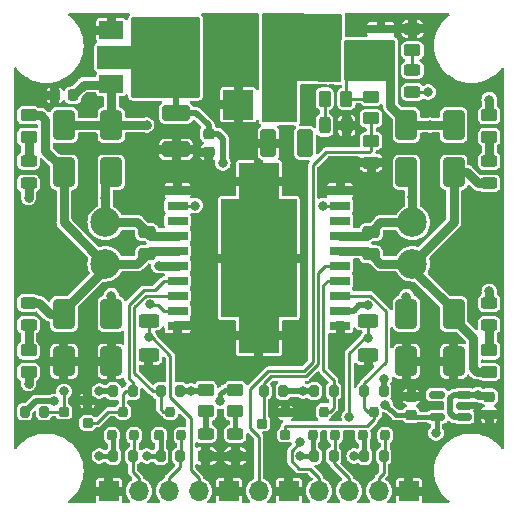
<source format=gbr>
%TF.GenerationSoftware,KiCad,Pcbnew,7.0.1*%
%TF.CreationDate,2023-08-21T19:33:12-03:00*%
%TF.ProjectId,L298P_Breakout,4c323938-505f-4427-9265-616b6f75742e,rev?*%
%TF.SameCoordinates,Original*%
%TF.FileFunction,Copper,L1,Top*%
%TF.FilePolarity,Positive*%
%FSLAX46Y46*%
G04 Gerber Fmt 4.6, Leading zero omitted, Abs format (unit mm)*
G04 Created by KiCad (PCBNEW 7.0.1) date 2023-08-21 19:33:12*
%MOMM*%
%LPD*%
G01*
G04 APERTURE LIST*
G04 Aperture macros list*
%AMRoundRect*
0 Rectangle with rounded corners*
0 $1 Rounding radius*
0 $2 $3 $4 $5 $6 $7 $8 $9 X,Y pos of 4 corners*
0 Add a 4 corners polygon primitive as box body*
4,1,4,$2,$3,$4,$5,$6,$7,$8,$9,$2,$3,0*
0 Add four circle primitives for the rounded corners*
1,1,$1+$1,$2,$3*
1,1,$1+$1,$4,$5*
1,1,$1+$1,$6,$7*
1,1,$1+$1,$8,$9*
0 Add four rect primitives between the rounded corners*
20,1,$1+$1,$2,$3,$4,$5,0*
20,1,$1+$1,$4,$5,$6,$7,0*
20,1,$1+$1,$6,$7,$8,$9,0*
20,1,$1+$1,$8,$9,$2,$3,0*%
G04 Aperture macros list end*
%TA.AperFunction,SMDPad,CuDef*%
%ADD10RoundRect,0.250000X0.450000X-0.262500X0.450000X0.262500X-0.450000X0.262500X-0.450000X-0.262500X0*%
%TD*%
%TA.AperFunction,SMDPad,CuDef*%
%ADD11RoundRect,0.250000X-0.650000X1.000000X-0.650000X-1.000000X0.650000X-1.000000X0.650000X1.000000X0*%
%TD*%
%TA.AperFunction,SMDPad,CuDef*%
%ADD12RoundRect,0.200000X0.200000X-0.250000X0.200000X0.250000X-0.200000X0.250000X-0.200000X-0.250000X0*%
%TD*%
%TA.AperFunction,SMDPad,CuDef*%
%ADD13RoundRect,0.250000X0.475000X-0.250000X0.475000X0.250000X-0.475000X0.250000X-0.475000X-0.250000X0*%
%TD*%
%TA.AperFunction,SMDPad,CuDef*%
%ADD14RoundRect,0.200000X-0.200000X-0.275000X0.200000X-0.275000X0.200000X0.275000X-0.200000X0.275000X0*%
%TD*%
%TA.AperFunction,ComponentPad*%
%ADD15C,2.500000*%
%TD*%
%TA.AperFunction,SMDPad,CuDef*%
%ADD16RoundRect,0.243750X0.243750X0.456250X-0.243750X0.456250X-0.243750X-0.456250X0.243750X-0.456250X0*%
%TD*%
%TA.AperFunction,SMDPad,CuDef*%
%ADD17RoundRect,0.250000X-0.625000X0.312500X-0.625000X-0.312500X0.625000X-0.312500X0.625000X0.312500X0*%
%TD*%
%TA.AperFunction,SMDPad,CuDef*%
%ADD18RoundRect,0.250000X-0.450000X0.262500X-0.450000X-0.262500X0.450000X-0.262500X0.450000X0.262500X0*%
%TD*%
%TA.AperFunction,SMDPad,CuDef*%
%ADD19RoundRect,0.243750X-0.456250X0.243750X-0.456250X-0.243750X0.456250X-0.243750X0.456250X0.243750X0*%
%TD*%
%TA.AperFunction,SMDPad,CuDef*%
%ADD20RoundRect,0.200000X0.250000X0.200000X-0.250000X0.200000X-0.250000X-0.200000X0.250000X-0.200000X0*%
%TD*%
%TA.AperFunction,SMDPad,CuDef*%
%ADD21R,1.780000X0.720000*%
%TD*%
%TA.AperFunction,SMDPad,CuDef*%
%ADD22RoundRect,0.250000X-0.925000X0.412500X-0.925000X-0.412500X0.925000X-0.412500X0.925000X0.412500X0*%
%TD*%
%TA.AperFunction,ComponentPad*%
%ADD23R,2.500000X2.500000*%
%TD*%
%TA.AperFunction,SMDPad,CuDef*%
%ADD24RoundRect,0.200000X0.200000X0.275000X-0.200000X0.275000X-0.200000X-0.275000X0.200000X-0.275000X0*%
%TD*%
%TA.AperFunction,SMDPad,CuDef*%
%ADD25RoundRect,0.150000X0.512500X0.150000X-0.512500X0.150000X-0.512500X-0.150000X0.512500X-0.150000X0*%
%TD*%
%TA.AperFunction,SMDPad,CuDef*%
%ADD26RoundRect,0.225000X0.250000X-0.225000X0.250000X0.225000X-0.250000X0.225000X-0.250000X-0.225000X0*%
%TD*%
%TA.AperFunction,SMDPad,CuDef*%
%ADD27RoundRect,0.243750X0.456250X-0.243750X0.456250X0.243750X-0.456250X0.243750X-0.456250X-0.243750X0*%
%TD*%
%TA.AperFunction,SMDPad,CuDef*%
%ADD28RoundRect,0.225000X-0.250000X0.225000X-0.250000X-0.225000X0.250000X-0.225000X0.250000X0.225000X0*%
%TD*%
%TA.AperFunction,SMDPad,CuDef*%
%ADD29R,1.700000X0.760000*%
%TD*%
%TA.AperFunction,SMDPad,CuDef*%
%ADD30R,3.400000X3.050000*%
%TD*%
%TA.AperFunction,SMDPad,CuDef*%
%ADD31R,6.400000X10.000000*%
%TD*%
%TA.AperFunction,SMDPad,CuDef*%
%ADD32RoundRect,0.250000X-0.475000X0.250000X-0.475000X-0.250000X0.475000X-0.250000X0.475000X0.250000X0*%
%TD*%
%TA.AperFunction,SMDPad,CuDef*%
%ADD33RoundRect,0.250000X0.412500X0.925000X-0.412500X0.925000X-0.412500X-0.925000X0.412500X-0.925000X0*%
%TD*%
%TA.AperFunction,SMDPad,CuDef*%
%ADD34RoundRect,0.250000X0.262500X0.450000X-0.262500X0.450000X-0.262500X-0.450000X0.262500X-0.450000X0*%
%TD*%
%TA.AperFunction,SMDPad,CuDef*%
%ADD35R,2.000000X1.500000*%
%TD*%
%TA.AperFunction,SMDPad,CuDef*%
%ADD36R,2.000000X3.800000*%
%TD*%
%TA.AperFunction,ComponentPad*%
%ADD37R,1.700000X1.700000*%
%TD*%
%TA.AperFunction,ComponentPad*%
%ADD38O,1.700000X1.700000*%
%TD*%
%TA.AperFunction,SMDPad,CuDef*%
%ADD39RoundRect,0.225000X0.225000X0.250000X-0.225000X0.250000X-0.225000X-0.250000X0.225000X-0.250000X0*%
%TD*%
%TA.AperFunction,ViaPad*%
%ADD40C,0.800000*%
%TD*%
%TA.AperFunction,Conductor*%
%ADD41C,0.500000*%
%TD*%
%TA.AperFunction,Conductor*%
%ADD42C,0.250000*%
%TD*%
%TA.AperFunction,Conductor*%
%ADD43C,0.750000*%
%TD*%
%TA.AperFunction,Conductor*%
%ADD44C,0.400000*%
%TD*%
G04 APERTURE END LIST*
D10*
%TO.P,R10,1*%
%TO.N,/OUTA1*%
X130500000Y-109642500D03*
%TO.P,R10,2*%
%TO.N,Net-(D14-A)*%
X130500000Y-107817500D03*
%TD*%
D11*
%TO.P,D8,1,K*%
%TO.N,VBUS*%
X166500000Y-88730000D03*
%TO.P,D8,2,A*%
%TO.N,/OUTB1*%
X166500000Y-92730000D03*
%TD*%
D12*
%TO.P,Q6,1,G*%
%TO.N,VCC*%
X154550000Y-115000000D03*
%TO.P,Q6,2,S*%
%TO.N,PWMB_IN*%
X156450000Y-115000000D03*
%TO.P,Q6,3,D*%
%TO.N,PWMB_OUT*%
X155500000Y-113000000D03*
%TD*%
D11*
%TO.P,D9,1,K*%
%TO.N,/OUTB1*%
X166500000Y-104730000D03*
%TO.P,D9,2,A*%
%TO.N,GND*%
X166500000Y-108730000D03*
%TD*%
D13*
%TO.P,C6,1*%
%TO.N,/OUTB1*%
X159500000Y-99680000D03*
%TO.P,C6,2*%
%TO.N,/OUTB2*%
X159500000Y-97780000D03*
%TD*%
D11*
%TO.P,D3,1,K*%
%TO.N,VBUS*%
X137500000Y-88730000D03*
%TO.P,D3,2,A*%
%TO.N,/OUTA1*%
X137500000Y-92730000D03*
%TD*%
D14*
%TO.P,R19,1*%
%TO.N,VCC*%
X154675000Y-116750000D03*
%TO.P,R19,2*%
%TO.N,PWMB_IN*%
X156325000Y-116750000D03*
%TD*%
D15*
%TO.P,J2,1,Pin_1*%
%TO.N,/OUTB1*%
X163000000Y-100480000D03*
%TO.P,J2,2,Pin_2*%
%TO.N,/OUTB2*%
X163000000Y-96980000D03*
%TD*%
D16*
%TO.P,D2,1,K*%
%TO.N,GND*%
X157437500Y-88750000D03*
%TO.P,D2,2,A*%
%TO.N,Net-(D2-A)*%
X155562500Y-88750000D03*
%TD*%
D17*
%TO.P,R2,1*%
%TO.N,SA*%
X140700000Y-105287500D03*
%TO.P,R2,2*%
%TO.N,GND*%
X140700000Y-108212500D03*
%TD*%
D15*
%TO.P,J1,1,Pin_1*%
%TO.N,/OUTA1*%
X137000000Y-96980000D03*
%TO.P,J1,2,Pin_2*%
%TO.N,/OUTA2*%
X137000000Y-100480000D03*
%TD*%
D18*
%TO.P,R6,1*%
%TO.N,VBAT*%
X159500000Y-90087500D03*
%TO.P,R6,2*%
%TO.N,GND*%
X159500000Y-91912500D03*
%TD*%
D19*
%TO.P,D15,1,K*%
%TO.N,/OUTB2*%
X169500000Y-103792500D03*
%TO.P,D15,2,A*%
%TO.N,Net-(D15-A)*%
X169500000Y-105667500D03*
%TD*%
D20*
%TO.P,Q7,1,G*%
%TO.N,INB_OUT*%
X152250000Y-114950000D03*
%TO.P,Q7,2,S*%
%TO.N,GND*%
X152250000Y-113050000D03*
%TO.P,Q7,3,D*%
%TO.N,INB2_OUT*%
X150250000Y-114000000D03*
%TD*%
D21*
%TO.P,Q1,1,S*%
%TO.N,VBUS*%
X160340000Y-84405000D03*
%TO.P,Q1,2,S*%
X160340000Y-83135000D03*
%TO.P,Q1,3,S*%
X160340000Y-81865000D03*
%TO.P,Q1,4,G*%
%TO.N,GND*%
X160340000Y-80595000D03*
%TO.P,Q1,5,D*%
%TO.N,VDD*%
X155660000Y-80595000D03*
%TO.P,Q1,6,D*%
X155660000Y-81865000D03*
%TO.P,Q1,7,D*%
X155660000Y-83135000D03*
%TO.P,Q1,8,D*%
X155660000Y-84405000D03*
%TD*%
D14*
%TO.P,R13,1*%
%TO.N,VCC*%
X137675000Y-116750000D03*
%TO.P,R13,2*%
%TO.N,INA_IN*%
X139325000Y-116750000D03*
%TD*%
D22*
%TO.P,C1,1*%
%TO.N,+5V*%
X143000000Y-87712500D03*
%TO.P,C1,2*%
%TO.N,GND*%
X143000000Y-90787500D03*
%TD*%
D15*
%TO.P,J3,1,Pin_1*%
%TO.N,VDD*%
X151750000Y-87000000D03*
D23*
%TO.P,J3,2,Pin_2*%
%TO.N,GND*%
X148250000Y-87000000D03*
%TD*%
D24*
%TO.P,R22,1*%
%TO.N,+5V*%
X152075000Y-111250000D03*
%TO.P,R22,2*%
%TO.N,INB2_OUT*%
X150425000Y-111250000D03*
%TD*%
D25*
%TO.P,U3,1,VIN*%
%TO.N,+5V*%
X167337500Y-113450000D03*
%TO.P,U3,2,GND*%
%TO.N,GND*%
X167337500Y-112500000D03*
%TO.P,U3,3,EN*%
%TO.N,+5V*%
X167337500Y-111550000D03*
%TO.P,U3,4,NC*%
%TO.N,unconnected-(U3-NC-Pad4)*%
X165062500Y-111550000D03*
%TO.P,U3,5,VOUT*%
%TO.N,+3V3*%
X165062500Y-113450000D03*
%TD*%
D26*
%TO.P,C8,1*%
%TO.N,+3V3*%
X162900000Y-113275000D03*
%TO.P,C8,2*%
%TO.N,GND*%
X162900000Y-111725000D03*
%TD*%
D18*
%TO.P,R12,1*%
%TO.N,+3V3*%
X148000000Y-111150000D03*
%TO.P,R12,2*%
%TO.N,Net-(D16-A)*%
X148000000Y-112975000D03*
%TD*%
D27*
%TO.P,D12,1,K*%
%TO.N,/OUTA1*%
X130500000Y-93667500D03*
%TO.P,D12,2,A*%
%TO.N,Net-(D12-A)*%
X130500000Y-91792500D03*
%TD*%
D28*
%TO.P,C4,1*%
%TO.N,+5V*%
X145750000Y-89475000D03*
%TO.P,C4,2*%
%TO.N,GND*%
X145750000Y-91025000D03*
%TD*%
D10*
%TO.P,R1,1*%
%TO.N,Net-(D1-A)*%
X163000000Y-82412500D03*
%TO.P,R1,2*%
%TO.N,GND*%
X163000000Y-80587500D03*
%TD*%
%TO.P,R9,1*%
%TO.N,Net-(D13-A)*%
X169500000Y-89730000D03*
%TO.P,R9,2*%
%TO.N,/OUTB2*%
X169500000Y-87905000D03*
%TD*%
D14*
%TO.P,R15,1*%
%TO.N,+5V*%
X137675000Y-111250000D03*
%TO.P,R15,2*%
%TO.N,INA_OUT*%
X139325000Y-111250000D03*
%TD*%
D19*
%TO.P,D14,1,K*%
%TO.N,/OUTA2*%
X130500000Y-103792500D03*
%TO.P,D14,2,A*%
%TO.N,Net-(D14-A)*%
X130500000Y-105667500D03*
%TD*%
D28*
%TO.P,C7,1*%
%TO.N,+5V*%
X169500000Y-111725000D03*
%TO.P,C7,2*%
%TO.N,GND*%
X169500000Y-113275000D03*
%TD*%
D11*
%TO.P,D6,1,K*%
%TO.N,/OUTA2*%
X133500000Y-104730000D03*
%TO.P,D6,2,A*%
%TO.N,GND*%
X133500000Y-108730000D03*
%TD*%
D24*
%TO.P,R20,1*%
%TO.N,+5V*%
X143325000Y-111250000D03*
%TO.P,R20,2*%
%TO.N,PWMA_OUT*%
X141675000Y-111250000D03*
%TD*%
D20*
%TO.P,Q4,1,G*%
%TO.N,INA_OUT*%
X135500000Y-113950000D03*
%TO.P,Q4,2,S*%
%TO.N,GND*%
X135500000Y-112050000D03*
%TO.P,Q4,3,D*%
%TO.N,INA2_OUT*%
X133500000Y-113000000D03*
%TD*%
D14*
%TO.P,R17,1*%
%TO.N,+5V*%
X130175000Y-113000000D03*
%TO.P,R17,2*%
%TO.N,INA2_OUT*%
X131825000Y-113000000D03*
%TD*%
D12*
%TO.P,Q5,1,G*%
%TO.N,VCC*%
X141550000Y-115000000D03*
%TO.P,Q5,2,S*%
%TO.N,PWMA_IN*%
X143450000Y-115000000D03*
%TO.P,Q5,3,D*%
%TO.N,PWMA_OUT*%
X142500000Y-113000000D03*
%TD*%
D27*
%TO.P,D7,1,K*%
%TO.N,GND*%
X145500000Y-116750000D03*
%TO.P,D7,2,A*%
%TO.N,Net-(D7-A)*%
X145500000Y-114875000D03*
%TD*%
D11*
%TO.P,D5,1,K*%
%TO.N,VBUS*%
X133500000Y-88730000D03*
%TO.P,D5,2,A*%
%TO.N,/OUTA2*%
X133500000Y-92730000D03*
%TD*%
D24*
%TO.P,R16,1*%
%TO.N,+5V*%
X160575000Y-111250000D03*
%TO.P,R16,2*%
%TO.N,INB_OUT*%
X158925000Y-111250000D03*
%TD*%
D29*
%TO.P,U1,1,GND*%
%TO.N,GND*%
X143117500Y-94285000D03*
%TO.P,U1,2,SENSE_A*%
%TO.N,SA*%
X143117500Y-95555000D03*
%TO.P,U1,3,NC*%
%TO.N,unconnected-(U1-NC-Pad3)*%
X143117500Y-96825000D03*
%TO.P,U1,4,OUT1*%
%TO.N,/OUTA1*%
X143117500Y-98095000D03*
%TO.P,U1,5,OUT2*%
%TO.N,/OUTA2*%
X143117500Y-99365000D03*
%TO.P,U1,6,Vs*%
%TO.N,VBUS*%
X143117500Y-100635000D03*
%TO.P,U1,7,IN1*%
%TO.N,INA_OUT*%
X143117500Y-101905000D03*
%TO.P,U1,8,EnA*%
%TO.N,PWMA_OUT*%
X143117500Y-103175000D03*
%TO.P,U1,9,IN2*%
%TO.N,INA2_OUT*%
X143117500Y-104445000D03*
%TO.P,U1,10,GND*%
%TO.N,GND*%
X143117500Y-105715000D03*
%TO.P,U1,11,GND*%
X156882500Y-105715000D03*
%TO.P,U1,12,Vss*%
%TO.N,+5V*%
X156882500Y-104445000D03*
%TO.P,U1,13,IN3*%
%TO.N,INB_OUT*%
X156882500Y-103175000D03*
%TO.P,U1,14,EnB*%
%TO.N,PWMB_OUT*%
X156882500Y-101905000D03*
%TO.P,U1,15,IN4*%
%TO.N,INB2_OUT*%
X156882500Y-100635000D03*
%TO.P,U1,16,OUT3*%
%TO.N,/OUTB1*%
X156882500Y-99365000D03*
%TO.P,U1,17,OUT4*%
%TO.N,/OUTB2*%
X156882500Y-98095000D03*
%TO.P,U1,18,NC*%
%TO.N,unconnected-(U1-NC-Pad18)*%
X156882500Y-96825000D03*
%TO.P,U1,19,SENSE_B*%
%TO.N,SB*%
X156882500Y-95555000D03*
%TO.P,U1,20,GND*%
%TO.N,GND*%
X156882500Y-94285000D03*
D30*
%TO.P,U1,21*%
X150000000Y-93475000D03*
D31*
X150000000Y-100000000D03*
D30*
X150000000Y-106525000D03*
%TD*%
D11*
%TO.P,D4,1,K*%
%TO.N,/OUTA1*%
X137500000Y-104730000D03*
%TO.P,D4,2,A*%
%TO.N,GND*%
X137500000Y-108730000D03*
%TD*%
D18*
%TO.P,R7,1*%
%TO.N,+5V*%
X145500000Y-111150000D03*
%TO.P,R7,2*%
%TO.N,Net-(D7-A)*%
X145500000Y-112975000D03*
%TD*%
D17*
%TO.P,R4,1*%
%TO.N,SB*%
X159250000Y-105287500D03*
%TO.P,R4,2*%
%TO.N,GND*%
X159250000Y-108212500D03*
%TD*%
D10*
%TO.P,R8,1*%
%TO.N,Net-(D12-A)*%
X130500000Y-89730000D03*
%TO.P,R8,2*%
%TO.N,/OUTA2*%
X130500000Y-87905000D03*
%TD*%
D27*
%TO.P,D16,1,K*%
%TO.N,GND*%
X148000000Y-116750000D03*
%TO.P,D16,2,A*%
%TO.N,Net-(D16-A)*%
X148000000Y-114875000D03*
%TD*%
D18*
%TO.P,R3,1*%
%TO.N,VBUS*%
X159500000Y-86337500D03*
%TO.P,R3,2*%
%TO.N,VBAT*%
X159500000Y-88162500D03*
%TD*%
D32*
%TO.P,C3,1*%
%TO.N,/OUTA1*%
X140500000Y-97780000D03*
%TO.P,C3,2*%
%TO.N,/OUTA2*%
X140500000Y-99680000D03*
%TD*%
D12*
%TO.P,Q3,1,G*%
%TO.N,VCC*%
X158800000Y-115000000D03*
%TO.P,Q3,2,S*%
%TO.N,INB_IN*%
X160700000Y-115000000D03*
%TO.P,Q3,3,D*%
%TO.N,INB_OUT*%
X159750000Y-113000000D03*
%TD*%
D11*
%TO.P,D10,1,K*%
%TO.N,VBUS*%
X162500000Y-88730000D03*
%TO.P,D10,2,A*%
%TO.N,/OUTB2*%
X162500000Y-92730000D03*
%TD*%
D12*
%TO.P,Q2,1,G*%
%TO.N,VCC*%
X137550000Y-115000000D03*
%TO.P,Q2,2,S*%
%TO.N,INA_IN*%
X139450000Y-115000000D03*
%TO.P,Q2,3,D*%
%TO.N,INA_OUT*%
X138500000Y-113000000D03*
%TD*%
D14*
%TO.P,R18,1*%
%TO.N,VCC*%
X141675000Y-116750000D03*
%TO.P,R18,2*%
%TO.N,PWMA_IN*%
X143325000Y-116750000D03*
%TD*%
D33*
%TO.P,C5,1*%
%TO.N,VBUS*%
X153887500Y-90250000D03*
%TO.P,C5,2*%
%TO.N,GND*%
X150812500Y-90250000D03*
%TD*%
D34*
%TO.P,R5,1*%
%TO.N,VBUS*%
X157412500Y-86500000D03*
%TO.P,R5,2*%
%TO.N,Net-(D2-A)*%
X155587500Y-86500000D03*
%TD*%
D27*
%TO.P,D13,1,K*%
%TO.N,/OUTB1*%
X169500000Y-93667500D03*
%TO.P,D13,2,A*%
%TO.N,Net-(D13-A)*%
X169500000Y-91792500D03*
%TD*%
D35*
%TO.P,U2,1,GND*%
%TO.N,GND*%
X137500000Y-80690000D03*
%TO.P,U2,2,VO*%
%TO.N,+5V*%
X137500000Y-82990000D03*
D36*
X143800000Y-82990000D03*
D35*
%TO.P,U2,3,VI*%
%TO.N,VBUS*%
X137500000Y-85290000D03*
%TD*%
D11*
%TO.P,D11,1,K*%
%TO.N,/OUTB2*%
X162500000Y-104730000D03*
%TO.P,D11,2,A*%
%TO.N,GND*%
X162500000Y-108730000D03*
%TD*%
D14*
%TO.P,R14,1*%
%TO.N,VCC*%
X158925000Y-116750000D03*
%TO.P,R14,2*%
%TO.N,INB_IN*%
X160575000Y-116750000D03*
%TD*%
D10*
%TO.P,R11,1*%
%TO.N,/OUTB1*%
X169500000Y-109642500D03*
%TO.P,R11,2*%
%TO.N,Net-(D15-A)*%
X169500000Y-107817500D03*
%TD*%
D37*
%TO.P,J4,1,Pin_1*%
%TO.N,GND*%
X137300000Y-119725000D03*
D38*
%TO.P,J4,2,Pin_2*%
%TO.N,INA_IN*%
X139840000Y-119725000D03*
%TO.P,J4,3,Pin_3*%
%TO.N,PWMA_IN*%
X142380000Y-119725000D03*
%TO.P,J4,4,Pin_4*%
%TO.N,SA*%
X144920000Y-119725000D03*
D37*
%TO.P,J4,5,Pin_5*%
%TO.N,GND*%
X147460000Y-119725000D03*
D38*
%TO.P,J4,6,Pin_6*%
%TO.N,VBAT*%
X150000000Y-119725000D03*
D37*
%TO.P,J4,7,Pin_7*%
%TO.N,GND*%
X152540000Y-119725000D03*
D38*
%TO.P,J4,8,Pin_8*%
%TO.N,SB*%
X155080000Y-119725000D03*
%TO.P,J4,9,Pin_9*%
%TO.N,PWMB_IN*%
X157620000Y-119725000D03*
%TO.P,J4,10,Pin_10*%
%TO.N,INB_IN*%
X160160000Y-119725000D03*
D37*
%TO.P,J4,11,Pin_11*%
%TO.N,GND*%
X162700000Y-119725000D03*
%TD*%
D39*
%TO.P,C2,1*%
%TO.N,VBUS*%
X134275000Y-86200000D03*
%TO.P,C2,2*%
%TO.N,GND*%
X132725000Y-86200000D03*
%TD*%
D14*
%TO.P,R21,1*%
%TO.N,+5V*%
X154675000Y-111250000D03*
%TO.P,R21,2*%
%TO.N,PWMB_OUT*%
X156325000Y-111250000D03*
%TD*%
D27*
%TO.P,D1,1,K*%
%TO.N,VDD*%
X163000000Y-85937500D03*
%TO.P,D1,2,A*%
%TO.N,Net-(D1-A)*%
X163000000Y-84062500D03*
%TD*%
D40*
%TO.N,+5V*%
X168550000Y-111550000D03*
X143250000Y-85750000D03*
X140250000Y-84750000D03*
X146950000Y-91950000D03*
X136500000Y-111250000D03*
X143250000Y-80250000D03*
X141250000Y-81250000D03*
X159250000Y-104000000D03*
X140250000Y-81250000D03*
X141250000Y-84750000D03*
X140250000Y-85750000D03*
X144250000Y-111250000D03*
X140250000Y-80250000D03*
X141250000Y-80250000D03*
X132625000Y-112125000D03*
X144250000Y-80250000D03*
X142250000Y-80250000D03*
X153750000Y-111250000D03*
X141250000Y-85750000D03*
X142250000Y-85750000D03*
X144250000Y-85750000D03*
X160600000Y-110200000D03*
%TO.N,GND*%
X151250000Y-105000000D03*
X147500000Y-102500000D03*
X158500000Y-109575000D03*
X143100000Y-107000000D03*
X147500000Y-100000000D03*
X145500000Y-118100000D03*
X152500000Y-100000000D03*
X151250000Y-97500000D03*
X150000000Y-102500000D03*
X169500000Y-114600000D03*
X148750000Y-95000000D03*
X136725000Y-112325000D03*
X156300000Y-118500000D03*
X152500000Y-97500000D03*
X164625000Y-80600000D03*
X152500000Y-102500000D03*
X150000000Y-105000000D03*
X147500000Y-97500000D03*
X150000000Y-100000000D03*
X150000000Y-95000000D03*
X150000000Y-97500000D03*
X164525000Y-108725000D03*
X148750000Y-100000000D03*
X148750000Y-97500000D03*
X151250000Y-95000000D03*
X143100000Y-93000000D03*
X135500000Y-108725000D03*
X140700000Y-109500000D03*
X151400000Y-114000000D03*
X159500000Y-93325000D03*
X156875000Y-93050000D03*
X145700000Y-92400000D03*
X135500000Y-80700000D03*
X148750000Y-102500000D03*
X135500000Y-87000000D03*
X151250000Y-100000000D03*
X148750000Y-105000000D03*
X151250000Y-102500000D03*
X158250000Y-80600000D03*
X156900000Y-107000000D03*
%TO.N,/OUTA1*%
X130500000Y-94870000D03*
X137500000Y-103175000D03*
X137000000Y-94870000D03*
X130500000Y-110625000D03*
%TO.N,/OUTB2*%
X163000000Y-94850000D03*
X169500000Y-102820000D03*
X162500000Y-103250000D03*
X169500000Y-86580000D03*
%TO.N,VBUS*%
X158250000Y-83250000D03*
X158250000Y-84500000D03*
X164500000Y-88730000D03*
X140500000Y-88720000D03*
X141510000Y-100640000D03*
X158250000Y-82000000D03*
X153887500Y-90150500D03*
%TO.N,+3V3*%
X146750000Y-112099500D03*
X160698352Y-112395984D03*
X165000000Y-114800000D03*
%TO.N,VCC*%
X136500000Y-116750000D03*
X158075000Y-116750000D03*
X153500000Y-116750000D03*
X140500000Y-116750000D03*
%TO.N,VDD*%
X152750000Y-83250000D03*
X152750000Y-84500000D03*
X151000000Y-80750000D03*
X151000000Y-84500000D03*
X152750000Y-80750000D03*
X151000000Y-83250000D03*
X164340000Y-85930000D03*
X152750000Y-82000000D03*
X151000000Y-82000000D03*
%TO.N,INA2_OUT*%
X140762299Y-103899500D03*
X133500000Y-111275500D03*
%TO.N,SA*%
X144600000Y-95550000D03*
X140700000Y-106700000D03*
%TO.N,SB*%
X155400000Y-95550000D03*
X153500000Y-115600000D03*
X157650000Y-113475500D03*
X159250000Y-106750000D03*
%TD*%
D41*
%TO.N,+5V*%
X145750000Y-89475000D02*
X145750000Y-88750000D01*
X168550000Y-111550000D02*
X168725000Y-111725000D01*
X145400000Y-111250000D02*
X145500000Y-111150000D01*
X154675000Y-111250000D02*
X153750000Y-111250000D01*
X159250000Y-104000000D02*
X158500000Y-104000000D01*
X146550000Y-89475000D02*
X145750000Y-89475000D01*
X131100000Y-112075000D02*
X130175000Y-113000000D01*
D42*
X143000000Y-86000000D02*
X143250000Y-85750000D01*
D41*
X168725000Y-111725000D02*
X169500000Y-111725000D01*
X160575000Y-110225000D02*
X160600000Y-110200000D01*
X166510000Y-111550000D02*
X166200000Y-111860000D01*
X132625000Y-112125000D02*
X132575000Y-112075000D01*
X145750000Y-88750000D02*
X144712500Y-87712500D01*
X143325000Y-111250000D02*
X144250000Y-111250000D01*
X160575000Y-111250000D02*
X160575000Y-110225000D01*
X158055000Y-104445000D02*
X156882500Y-104445000D01*
X136500000Y-111250000D02*
X137675000Y-111250000D01*
X146950000Y-89875000D02*
X146550000Y-89475000D01*
X144250000Y-111250000D02*
X145400000Y-111250000D01*
X166200000Y-111860000D02*
X166200000Y-113140000D01*
X167337500Y-111550000D02*
X166510000Y-111550000D01*
X136500000Y-111250000D02*
X136400000Y-111150000D01*
X153750000Y-111250000D02*
X152075000Y-111250000D01*
X166510000Y-113450000D02*
X167337500Y-113450000D01*
X158500000Y-104000000D02*
X158055000Y-104445000D01*
X146950000Y-91950000D02*
X146950000Y-89875000D01*
X167337500Y-111550000D02*
X169325000Y-111550000D01*
X143000000Y-87712500D02*
X143000000Y-86000000D01*
X132575000Y-112075000D02*
X131100000Y-112075000D01*
X144712500Y-87712500D02*
X143000000Y-87712500D01*
X166200000Y-113140000D02*
X166510000Y-113450000D01*
D43*
%TO.N,/OUTA1*%
X137500000Y-103175000D02*
X137500000Y-104730000D01*
X137000000Y-94870000D02*
X137000000Y-93230000D01*
X139700000Y-96980000D02*
X140500000Y-97780000D01*
X140500000Y-97780000D02*
X140815000Y-98095000D01*
X140815000Y-98095000D02*
X143117500Y-98095000D01*
X137000000Y-96980000D02*
X137000000Y-94870000D01*
X137000000Y-93230000D02*
X137500000Y-92730000D01*
X130500000Y-93667500D02*
X130500000Y-94870000D01*
X130500000Y-110625000D02*
X130500000Y-109642500D01*
X137000000Y-96980000D02*
X139700000Y-96980000D01*
%TO.N,/OUTA2*%
X133500000Y-96980000D02*
X133500000Y-92730000D01*
X131555000Y-87905000D02*
X131910000Y-88260000D01*
X131392500Y-103792500D02*
X130500000Y-103792500D01*
X137000000Y-100480000D02*
X133500000Y-96980000D01*
X137000000Y-100480000D02*
X137000000Y-100890000D01*
X139700000Y-100480000D02*
X140500000Y-99680000D01*
X133500000Y-92480000D02*
X133500000Y-92730000D01*
X130500000Y-87905000D02*
X131555000Y-87905000D01*
X131910000Y-88260000D02*
X131910000Y-90890000D01*
X132330000Y-104730000D02*
X131392500Y-103792500D01*
X133500000Y-104730000D02*
X132330000Y-104730000D01*
X137000000Y-100890000D02*
X133500000Y-104390000D01*
X137000000Y-100480000D02*
X139700000Y-100480000D01*
X131910000Y-90890000D02*
X133500000Y-92480000D01*
X133500000Y-104390000D02*
X133500000Y-104730000D01*
X143117500Y-99365000D02*
X140815000Y-99365000D01*
X140815000Y-99365000D02*
X140500000Y-99680000D01*
%TO.N,/OUTB1*%
X168482500Y-109642500D02*
X169500000Y-109642500D01*
X166500000Y-105120000D02*
X168160000Y-106780000D01*
X156882500Y-99365000D02*
X159185000Y-99365000D01*
X163000000Y-100480000D02*
X166500000Y-96980000D01*
X163000000Y-100930000D02*
X166500000Y-104430000D01*
X166500000Y-104730000D02*
X166500000Y-105120000D01*
X166500000Y-96980000D02*
X166500000Y-92730000D01*
X168160000Y-109320000D02*
X168482500Y-109642500D01*
X163000000Y-100480000D02*
X163000000Y-100930000D01*
X166500000Y-104430000D02*
X166500000Y-104730000D01*
X166500000Y-92730000D02*
X167650000Y-92730000D01*
X168587500Y-93667500D02*
X169500000Y-93667500D01*
X159185000Y-99365000D02*
X159500000Y-99680000D01*
X168160000Y-106780000D02*
X168160000Y-109320000D01*
X167650000Y-92730000D02*
X168587500Y-93667500D01*
X159500000Y-99680000D02*
X160300000Y-100480000D01*
X160300000Y-100480000D02*
X163000000Y-100480000D01*
%TO.N,/OUTB2*%
X163000000Y-96980000D02*
X163000000Y-94850000D01*
X156882500Y-98095000D02*
X159185000Y-98095000D01*
X159185000Y-98095000D02*
X159500000Y-97780000D01*
X169500000Y-87905000D02*
X169500000Y-86580000D01*
X163000000Y-93230000D02*
X162500000Y-92730000D01*
X169500000Y-102820000D02*
X169500000Y-103792500D01*
X160300000Y-96980000D02*
X163000000Y-96980000D01*
X163000000Y-94850000D02*
X163000000Y-93230000D01*
X159500000Y-97780000D02*
X160300000Y-96980000D01*
X162500000Y-103250000D02*
X162500000Y-104730000D01*
%TO.N,VBUS*%
X162500000Y-88730000D02*
X164500000Y-88730000D01*
X137500000Y-88730000D02*
X140490000Y-88730000D01*
D42*
X157412500Y-86500000D02*
X159337500Y-86500000D01*
D43*
X161120000Y-84405000D02*
X161120000Y-87080000D01*
X164500000Y-88730000D02*
X166500000Y-88730000D01*
D42*
X157412500Y-86500000D02*
X157412500Y-84827500D01*
D43*
X137500000Y-88730000D02*
X137500000Y-85290000D01*
D42*
X159337500Y-86500000D02*
X159500000Y-86337500D01*
D43*
X140490000Y-88730000D02*
X140500000Y-88720000D01*
X135175000Y-85300000D02*
X136990000Y-85300000D01*
X153887500Y-90150500D02*
X153887500Y-90250000D01*
D42*
X157412500Y-84827500D02*
X157540000Y-84700000D01*
D43*
X161120000Y-87080000D02*
X162500000Y-88460000D01*
X141510000Y-100640000D02*
X143112500Y-100640000D01*
X162490000Y-88720000D02*
X162500000Y-88730000D01*
X143112500Y-100640000D02*
X143117500Y-100635000D01*
X160340000Y-84405000D02*
X161120000Y-84405000D01*
X162500000Y-88460000D02*
X162500000Y-88730000D01*
X134275000Y-86200000D02*
X135175000Y-85300000D01*
X133500000Y-88730000D02*
X137500000Y-88730000D01*
D44*
%TO.N,+3V3*%
X147100000Y-111150000D02*
X148000000Y-111150000D01*
X146750000Y-112099500D02*
X146750000Y-111500000D01*
X165062500Y-113450000D02*
X165062500Y-114737500D01*
D42*
X163075000Y-113450000D02*
X162900000Y-113275000D01*
D44*
X165062500Y-113450000D02*
X163075000Y-113450000D01*
X165062500Y-114737500D02*
X165000000Y-114800000D01*
X146750000Y-111500000D02*
X147100000Y-111150000D01*
X161577368Y-113275000D02*
X162900000Y-113275000D01*
X160698352Y-112395984D02*
X161577368Y-113275000D01*
D42*
%TO.N,Net-(D1-A)*%
X163000000Y-82412500D02*
X163000000Y-84062500D01*
%TO.N,Net-(D2-A)*%
X155587500Y-86500000D02*
X155587500Y-88725000D01*
X155587500Y-88725000D02*
X155562500Y-88750000D01*
D41*
%TO.N,Net-(D7-A)*%
X145500000Y-112975000D02*
X145500000Y-114875000D01*
D43*
%TO.N,Net-(D12-A)*%
X130500000Y-89730000D02*
X130500000Y-91792500D01*
%TO.N,Net-(D13-A)*%
X169500000Y-91792500D02*
X169500000Y-89730000D01*
%TO.N,Net-(D14-A)*%
X130500000Y-105667500D02*
X130500000Y-107817500D01*
D42*
%TO.N,PWMA_IN*%
X142380000Y-118645000D02*
X143325000Y-117700000D01*
X143325000Y-117700000D02*
X143325000Y-116750000D01*
X143450000Y-115000000D02*
X143450000Y-116625000D01*
X143450000Y-116625000D02*
X143325000Y-116750000D01*
X142380000Y-119725000D02*
X142380000Y-118645000D01*
%TO.N,INA_IN*%
X139450000Y-115000000D02*
X139450000Y-116625000D01*
X139450000Y-116625000D02*
X139325000Y-116750000D01*
X139840000Y-119725000D02*
X139840000Y-118640000D01*
X139325000Y-118125000D02*
X139325000Y-116750000D01*
X139840000Y-118640000D02*
X139325000Y-118125000D01*
%TO.N,PWMB_IN*%
X156450000Y-115000000D02*
X156450000Y-116625000D01*
X156450000Y-116625000D02*
X156325000Y-116750000D01*
X157620000Y-118645000D02*
X156325000Y-117350000D01*
X156325000Y-117350000D02*
X156325000Y-116750000D01*
X157620000Y-119725000D02*
X157620000Y-118645000D01*
%TO.N,INB_IN*%
X160160000Y-119725000D02*
X160160000Y-118640000D01*
X160575000Y-118225000D02*
X160575000Y-116750000D01*
X160160000Y-118640000D02*
X160575000Y-118225000D01*
X160700000Y-115000000D02*
X160700000Y-116625000D01*
D44*
%TO.N,VCC*%
X137675000Y-116750000D02*
X137675000Y-115125000D01*
X153500000Y-116750000D02*
X154675000Y-116750000D01*
X141675000Y-116750000D02*
X141675000Y-115125000D01*
X136500000Y-116750000D02*
X137675000Y-116750000D01*
X154550000Y-115000000D02*
X154550000Y-116625000D01*
D42*
X154550000Y-116625000D02*
X154675000Y-116750000D01*
D44*
X158925000Y-116750000D02*
X158075000Y-116750000D01*
D42*
X141675000Y-115125000D02*
X141550000Y-115000000D01*
D44*
X141675000Y-116750000D02*
X140500000Y-116750000D01*
D42*
X158925000Y-115125000D02*
X158800000Y-115000000D01*
X137675000Y-115125000D02*
X137550000Y-115000000D01*
D44*
X158925000Y-116750000D02*
X158925000Y-115125000D01*
D42*
%TO.N,VDD*%
X164340000Y-85930000D02*
X163007500Y-85930000D01*
X163007500Y-85930000D02*
X163000000Y-85937500D01*
%TO.N,VBAT*%
X159375000Y-91000000D02*
X159500000Y-90875000D01*
X150813604Y-109550000D02*
X153813604Y-109550000D01*
X154575000Y-92125000D02*
X155700000Y-91000000D01*
X149250000Y-111113604D02*
X150813604Y-109550000D01*
X149250000Y-114350000D02*
X149250000Y-111113604D01*
X150000000Y-119725000D02*
X150000000Y-115100000D01*
X154575000Y-108788604D02*
X154575000Y-92125000D01*
X153813604Y-109550000D02*
X154575000Y-108788604D01*
X155700000Y-91000000D02*
X159375000Y-91000000D01*
X150000000Y-115100000D02*
X149250000Y-114350000D01*
X159500000Y-88162500D02*
X159500000Y-90087500D01*
X159500000Y-90875000D02*
X159500000Y-90087500D01*
%TO.N,INA_OUT*%
X136300000Y-113950000D02*
X135500000Y-113950000D01*
X140238604Y-102725000D02*
X141175000Y-102725000D01*
X141175000Y-102725000D02*
X141995000Y-101905000D01*
X138500000Y-111500000D02*
X138750000Y-111250000D01*
X141995000Y-101905000D02*
X143117500Y-101905000D01*
X138500000Y-113000000D02*
X138500000Y-111500000D01*
X138750000Y-111250000D02*
X139325000Y-111250000D01*
X137250000Y-113000000D02*
X136300000Y-113950000D01*
X139000000Y-103963604D02*
X140238604Y-102725000D01*
X138500000Y-113000000D02*
X137250000Y-113000000D01*
X139000000Y-110200000D02*
X139000000Y-103963604D01*
X139325000Y-111250000D02*
X139325000Y-110525000D01*
X139325000Y-110525000D02*
X139000000Y-110200000D01*
%TO.N,INB_OUT*%
X159250000Y-113000000D02*
X158925000Y-112675000D01*
X152250000Y-114250000D02*
X152300000Y-114200000D01*
X160750000Y-104474695D02*
X160750000Y-108750000D01*
X158925000Y-112675000D02*
X158925000Y-111250000D01*
X152250000Y-114950000D02*
X152250000Y-114250000D01*
X158925000Y-110575000D02*
X158925000Y-111250000D01*
X159750000Y-113000000D02*
X159250000Y-113000000D01*
X152300000Y-114200000D02*
X159200000Y-114200000D01*
X159200000Y-114200000D02*
X159750000Y-113650000D01*
X160750000Y-108750000D02*
X158925000Y-110575000D01*
X159750000Y-113650000D02*
X159750000Y-113000000D01*
X156882500Y-103175000D02*
X159450305Y-103175000D01*
X159450305Y-103175000D02*
X160750000Y-104474695D01*
%TO.N,PWMA_OUT*%
X139450000Y-109700000D02*
X139450000Y-104150000D01*
X141675000Y-112775000D02*
X141900000Y-113000000D01*
X141675000Y-111250000D02*
X141000000Y-111250000D01*
X140425000Y-103175000D02*
X143117500Y-103175000D01*
X139450000Y-104150000D02*
X140425000Y-103175000D01*
X141000000Y-111250000D02*
X139450000Y-109700000D01*
X141900000Y-113000000D02*
X142500000Y-113000000D01*
X141675000Y-111250000D02*
X141675000Y-112775000D01*
%TO.N,PWMB_OUT*%
X156325000Y-111250000D02*
X156325000Y-110325000D01*
X156000000Y-113000000D02*
X155500000Y-113000000D01*
X155475000Y-109475000D02*
X155475000Y-102275000D01*
X156325000Y-111250000D02*
X156325000Y-112675000D01*
X156325000Y-112675000D02*
X156000000Y-113000000D01*
X156325000Y-110325000D02*
X155475000Y-109475000D01*
X155845000Y-101905000D02*
X156882500Y-101905000D01*
X155475000Y-102275000D02*
X155845000Y-101905000D01*
%TO.N,INA2_OUT*%
X140762299Y-103899500D02*
X140862799Y-104000000D01*
X133500000Y-113000000D02*
X133500000Y-111275500D01*
X140862799Y-104000000D02*
X141500000Y-104000000D01*
X141945000Y-104445000D02*
X143117500Y-104445000D01*
X141500000Y-104000000D02*
X141945000Y-104445000D01*
X131825000Y-113000000D02*
X133500000Y-113000000D01*
%TO.N,INB2_OUT*%
X154000000Y-110000000D02*
X155025000Y-108975000D01*
X155615000Y-100635000D02*
X156882500Y-100635000D01*
X150425000Y-110575000D02*
X151000000Y-110000000D01*
X150425000Y-111250000D02*
X150425000Y-113825000D01*
X155025000Y-108975000D02*
X155025000Y-101225000D01*
X151000000Y-110000000D02*
X154000000Y-110000000D01*
X155025000Y-101225000D02*
X155615000Y-100635000D01*
X150425000Y-111250000D02*
X150425000Y-110575000D01*
X150425000Y-113825000D02*
X150250000Y-114000000D01*
D43*
%TO.N,Net-(D15-A)*%
X169500000Y-107817500D02*
X169500000Y-105667500D01*
D44*
%TO.N,Net-(D16-A)*%
X148000000Y-112975000D02*
X148000000Y-114875000D01*
D42*
%TO.N,SA*%
X144250000Y-113528769D02*
X144250000Y-117950000D01*
X142500000Y-111778769D02*
X144250000Y-113528769D01*
X143122500Y-95550000D02*
X143117500Y-95555000D01*
X144250000Y-117950000D02*
X144920000Y-118620000D01*
X140700000Y-106700000D02*
X140938173Y-106700000D01*
X142500000Y-108261827D02*
X142500000Y-111778769D01*
X144920000Y-118620000D02*
X144920000Y-119725000D01*
X144600000Y-95550000D02*
X143122500Y-95550000D01*
X140938173Y-106700000D02*
X142500000Y-108261827D01*
X140700000Y-105287500D02*
X140700000Y-106700000D01*
%TO.N,SB*%
X155080000Y-118580000D02*
X155080000Y-119725000D01*
X152775000Y-116325000D02*
X152775000Y-117200000D01*
X152775000Y-117200000D02*
X153400000Y-117825000D01*
X155400000Y-95550000D02*
X156877500Y-95550000D01*
X157650000Y-113475500D02*
X157650000Y-108061827D01*
X153500000Y-115600000D02*
X152775000Y-116325000D01*
X159250000Y-105287500D02*
X159250000Y-106750000D01*
X154325000Y-117825000D02*
X155080000Y-118580000D01*
X157650000Y-108061827D02*
X158961827Y-106750000D01*
X153400000Y-117825000D02*
X154325000Y-117825000D01*
X156877500Y-95550000D02*
X156882500Y-95555000D01*
X158961827Y-106750000D02*
X159250000Y-106750000D01*
%TD*%
%TA.AperFunction,Conductor*%
%TO.N,VBUS*%
G36*
X161437000Y-81516881D02*
G01*
X161483119Y-81563000D01*
X161500000Y-81626000D01*
X161500000Y-84874000D01*
X161483119Y-84937000D01*
X161437000Y-84983119D01*
X161374000Y-85000000D01*
X157376000Y-85000000D01*
X157313000Y-84983119D01*
X157266881Y-84937000D01*
X157250000Y-84874000D01*
X157250000Y-81626000D01*
X157266881Y-81563000D01*
X157313000Y-81516881D01*
X157376000Y-81500000D01*
X161374000Y-81500000D01*
X161437000Y-81516881D01*
G37*
%TD.AperFunction*%
%TD*%
%TA.AperFunction,Conductor*%
%TO.N,VDD*%
G36*
X150857905Y-79254503D02*
G01*
X156874933Y-79299074D01*
X156937538Y-79316264D01*
X156983274Y-79362341D01*
X157000000Y-79425071D01*
X157000000Y-81545582D01*
X156998922Y-81562028D01*
X156990500Y-81626000D01*
X156990500Y-84874002D01*
X156994687Y-84905807D01*
X156990217Y-84959230D01*
X156963941Y-85005960D01*
X156920616Y-85037535D01*
X156868085Y-85048241D01*
X153250000Y-85000000D01*
X153250000Y-88374000D01*
X153233119Y-88437000D01*
X153187000Y-88483119D01*
X153124000Y-88500000D01*
X150376000Y-88500000D01*
X150313000Y-88483119D01*
X150266881Y-88437000D01*
X150250000Y-88374000D01*
X150250000Y-79380500D01*
X150266881Y-79317500D01*
X150313000Y-79271381D01*
X150376000Y-79254500D01*
X150856972Y-79254500D01*
X150857905Y-79254503D01*
G37*
%TD.AperFunction*%
%TD*%
%TA.AperFunction,Conductor*%
%TO.N,+5V*%
G36*
X144937000Y-79616881D02*
G01*
X144983119Y-79663000D01*
X145000000Y-79726000D01*
X145000000Y-86274000D01*
X144983119Y-86337000D01*
X144937000Y-86383119D01*
X144874000Y-86400000D01*
X139326000Y-86400000D01*
X139263000Y-86383119D01*
X139216881Y-86337000D01*
X139200000Y-86274000D01*
X139200000Y-84000000D01*
X136426000Y-84000000D01*
X136363000Y-83983119D01*
X136316881Y-83937000D01*
X136300000Y-83874000D01*
X136300000Y-82126000D01*
X136316881Y-82063000D01*
X136363000Y-82016881D01*
X136426000Y-82000000D01*
X139200000Y-82000000D01*
X139200000Y-79726000D01*
X139216881Y-79663000D01*
X139263000Y-79616881D01*
X139326000Y-79600000D01*
X144874000Y-79600000D01*
X144937000Y-79616881D01*
G37*
%TD.AperFunction*%
%TD*%
%TA.AperFunction,Conductor*%
%TO.N,GND*%
G36*
X166090679Y-79270222D02*
G01*
X166136417Y-79313464D01*
X166155532Y-79373435D01*
X166143252Y-79435169D01*
X166102643Y-79483261D01*
X166032598Y-79532960D01*
X165768750Y-79768750D01*
X165532957Y-80032602D01*
X165328192Y-80321190D01*
X165157025Y-80630894D01*
X165021610Y-80957813D01*
X164923650Y-81297843D01*
X164864377Y-81646700D01*
X164844535Y-81999999D01*
X164864377Y-82353299D01*
X164923650Y-82702156D01*
X165021610Y-83042186D01*
X165157025Y-83369105D01*
X165328192Y-83678809D01*
X165351566Y-83711751D01*
X165532959Y-83967400D01*
X165768750Y-84231250D01*
X166032600Y-84467041D01*
X166100099Y-84514934D01*
X166321190Y-84671807D01*
X166345839Y-84685430D01*
X166630895Y-84842975D01*
X166720429Y-84880061D01*
X166957813Y-84978389D01*
X166957814Y-84978389D01*
X166957816Y-84978390D01*
X167297843Y-85076350D01*
X167646700Y-85135623D01*
X167911608Y-85150500D01*
X168088388Y-85150500D01*
X168088392Y-85150500D01*
X168353300Y-85135623D01*
X168702157Y-85076350D01*
X169042184Y-84978390D01*
X169369105Y-84842975D01*
X169678808Y-84671808D01*
X169967400Y-84467041D01*
X170231250Y-84231250D01*
X170467041Y-83967400D01*
X170516739Y-83897356D01*
X170564831Y-83856748D01*
X170626565Y-83844468D01*
X170686536Y-83863583D01*
X170729778Y-83909321D01*
X170745500Y-83970270D01*
X170745500Y-116029730D01*
X170729778Y-116090679D01*
X170686536Y-116136417D01*
X170626565Y-116155532D01*
X170564831Y-116143252D01*
X170516739Y-116102643D01*
X170511671Y-116095500D01*
X170467041Y-116032600D01*
X170231250Y-115768750D01*
X169967400Y-115532959D01*
X169871298Y-115464771D01*
X169678809Y-115328192D01*
X169369105Y-115157025D01*
X169042186Y-115021610D01*
X168778000Y-114945500D01*
X168702157Y-114923650D01*
X168353300Y-114864377D01*
X168088392Y-114849500D01*
X167911608Y-114849500D01*
X167678930Y-114862567D01*
X167646700Y-114864377D01*
X167297843Y-114923650D01*
X166957813Y-115021610D01*
X166630894Y-115157025D01*
X166321190Y-115328192D01*
X166032602Y-115532957D01*
X165768750Y-115768750D01*
X165532957Y-116032602D01*
X165328192Y-116321190D01*
X165157025Y-116630894D01*
X165021610Y-116957813D01*
X164923650Y-117297843D01*
X164864377Y-117646700D01*
X164844535Y-118000000D01*
X164859844Y-118272590D01*
X164864377Y-118353300D01*
X164923650Y-118702157D01*
X164950904Y-118796757D01*
X165021610Y-119042186D01*
X165157025Y-119369105D01*
X165328192Y-119678809D01*
X165445734Y-119844468D01*
X165532959Y-119967400D01*
X165768750Y-120231250D01*
X166032600Y-120467041D01*
X166039991Y-120472285D01*
X166102643Y-120516739D01*
X166143252Y-120564831D01*
X166155532Y-120626565D01*
X166136417Y-120686536D01*
X166090679Y-120729778D01*
X166029730Y-120745500D01*
X163928593Y-120745500D01*
X163874721Y-120733402D01*
X163831193Y-120699433D01*
X163806369Y-120650114D01*
X163805444Y-120612427D01*
X163804000Y-120612427D01*
X163804000Y-120106000D01*
X161596001Y-120106000D01*
X161596001Y-120612425D01*
X161594558Y-120612425D01*
X161593631Y-120650119D01*
X161568806Y-120699436D01*
X161525279Y-120733403D01*
X161471408Y-120745500D01*
X161005273Y-120745500D01*
X160947035Y-120731234D01*
X160901986Y-120691665D01*
X160880326Y-120635754D01*
X160886960Y-120576163D01*
X160920387Y-120526385D01*
X160930968Y-120516739D01*
X160979732Y-120472285D01*
X161103088Y-120308935D01*
X161194328Y-120125701D01*
X161250345Y-119928821D01*
X161269232Y-119725000D01*
X161250345Y-119521179D01*
X161199933Y-119344000D01*
X161596000Y-119344000D01*
X162319000Y-119344000D01*
X162319000Y-118621001D01*
X161824982Y-118621001D01*
X161750894Y-118635736D01*
X161666875Y-118691876D01*
X161610736Y-118775893D01*
X161596000Y-118849981D01*
X161596000Y-119344000D01*
X161199933Y-119344000D01*
X161194328Y-119324299D01*
X161193585Y-119322807D01*
X161103089Y-119141066D01*
X161028418Y-119042186D01*
X160979732Y-118977715D01*
X160828462Y-118839814D01*
X160809125Y-118827841D01*
X160758922Y-118796756D01*
X160718899Y-118757192D01*
X160700092Y-118704149D01*
X160706255Y-118648210D01*
X160723321Y-118621000D01*
X163081000Y-118621000D01*
X163081000Y-119344000D01*
X163803999Y-119344000D01*
X163803999Y-118849982D01*
X163789263Y-118775894D01*
X163733123Y-118691875D01*
X163649106Y-118635736D01*
X163575019Y-118621000D01*
X163081000Y-118621000D01*
X160723321Y-118621000D01*
X160736156Y-118600536D01*
X160806276Y-118530416D01*
X160826457Y-118514029D01*
X160835582Y-118508068D01*
X160855202Y-118482858D01*
X160865553Y-118471141D01*
X160865553Y-118471140D01*
X160865581Y-118471113D01*
X160877811Y-118453982D01*
X160880871Y-118449879D01*
X160913375Y-118408119D01*
X160913376Y-118408114D01*
X160918327Y-118401754D01*
X160918351Y-118401709D01*
X160920651Y-118393981D01*
X160920653Y-118393979D01*
X160935750Y-118343265D01*
X160937305Y-118338409D01*
X160954500Y-118288327D01*
X160954500Y-118288325D01*
X160957112Y-118280717D01*
X160957124Y-118280630D01*
X160955562Y-118242861D01*
X160954608Y-118219775D01*
X160954500Y-118214569D01*
X160954500Y-117521009D01*
X160968020Y-117464226D01*
X161005679Y-117419630D01*
X161100009Y-117350011D01*
X161100010Y-117350010D01*
X161181369Y-117239773D01*
X161185048Y-117229261D01*
X161226620Y-117110454D01*
X161226620Y-117110453D01*
X161226621Y-117110451D01*
X161229500Y-117079749D01*
X161229499Y-116420252D01*
X161226621Y-116389549D01*
X161181369Y-116260227D01*
X161104120Y-116155559D01*
X161085813Y-116120122D01*
X161079500Y-116080738D01*
X161079500Y-115746009D01*
X161093020Y-115689226D01*
X161130679Y-115644630D01*
X161225009Y-115575011D01*
X161235682Y-115560550D01*
X161306369Y-115464773D01*
X161314262Y-115442218D01*
X161351620Y-115335454D01*
X161351620Y-115335453D01*
X161351621Y-115335451D01*
X161354500Y-115304749D01*
X161354499Y-114695252D01*
X161351621Y-114664549D01*
X161306369Y-114535227D01*
X161261926Y-114475009D01*
X161225010Y-114424989D01*
X161114771Y-114343629D01*
X160985454Y-114298379D01*
X160970099Y-114296939D01*
X160954749Y-114295500D01*
X160954746Y-114295500D01*
X160445252Y-114295500D01*
X160414547Y-114298379D01*
X160285228Y-114343630D01*
X160174989Y-114424989D01*
X160093629Y-114535228D01*
X160048379Y-114664545D01*
X160045500Y-114695253D01*
X160045500Y-115304747D01*
X160048379Y-115335452D01*
X160090036Y-115454500D01*
X160093631Y-115464773D01*
X160120500Y-115501179D01*
X160174990Y-115575011D01*
X160269321Y-115644630D01*
X160306980Y-115689226D01*
X160320500Y-115746009D01*
X160320500Y-115923147D01*
X160309987Y-115973533D01*
X160280202Y-116015512D01*
X160236115Y-116042076D01*
X160160228Y-116068629D01*
X160049989Y-116149989D01*
X159968629Y-116260228D01*
X159923379Y-116389545D01*
X159920500Y-116420253D01*
X159920500Y-117079747D01*
X159923379Y-117110452D01*
X159965695Y-117231382D01*
X159968631Y-117239773D01*
X159981570Y-117257304D01*
X160049990Y-117350011D01*
X160144321Y-117419630D01*
X160181980Y-117464226D01*
X160195500Y-117521009D01*
X160195500Y-118015615D01*
X160185909Y-118063833D01*
X160158595Y-118104711D01*
X159928721Y-118334583D01*
X159908547Y-118350966D01*
X159899419Y-118356930D01*
X159879792Y-118382146D01*
X159869463Y-118393842D01*
X159869418Y-118393886D01*
X159857212Y-118410981D01*
X159854105Y-118415148D01*
X159816691Y-118463218D01*
X159816638Y-118463322D01*
X159799259Y-118521695D01*
X159797672Y-118526650D01*
X159777888Y-118584281D01*
X159777875Y-118584369D01*
X159778389Y-118596789D01*
X159769841Y-118647893D01*
X159741449Y-118691235D01*
X159698015Y-118719487D01*
X159665572Y-118732055D01*
X159491539Y-118839813D01*
X159340267Y-118977716D01*
X159216910Y-119141066D01*
X159125672Y-119324297D01*
X159069654Y-119521180D01*
X159050767Y-119725000D01*
X159069654Y-119928819D01*
X159125672Y-120125702D01*
X159216910Y-120308933D01*
X159216912Y-120308935D01*
X159340268Y-120472285D01*
X159389032Y-120516739D01*
X159399613Y-120526385D01*
X159433040Y-120576163D01*
X159439674Y-120635754D01*
X159418014Y-120691665D01*
X159372965Y-120731234D01*
X159314727Y-120745500D01*
X158465273Y-120745500D01*
X158407035Y-120731234D01*
X158361986Y-120691665D01*
X158340326Y-120635754D01*
X158346960Y-120576163D01*
X158380387Y-120526385D01*
X158390968Y-120516739D01*
X158439732Y-120472285D01*
X158563088Y-120308935D01*
X158654328Y-120125701D01*
X158710345Y-119928821D01*
X158729232Y-119725000D01*
X158710345Y-119521179D01*
X158654328Y-119324299D01*
X158653585Y-119322807D01*
X158563089Y-119141066D01*
X158488418Y-119042186D01*
X158439732Y-118977715D01*
X158288462Y-118839814D01*
X158114427Y-118732056D01*
X158079645Y-118718581D01*
X158027447Y-118680639D01*
X158000879Y-118621829D01*
X157999500Y-118613565D01*
X157999500Y-118613557D01*
X157996035Y-118592797D01*
X157995294Y-118587700D01*
X157994921Y-118584711D01*
X157988752Y-118535218D01*
X157988751Y-118535217D01*
X157987756Y-118527228D01*
X157987732Y-118527155D01*
X157983900Y-118520074D01*
X157983900Y-118520073D01*
X157958746Y-118473593D01*
X157956362Y-118468961D01*
X157929593Y-118414204D01*
X157929544Y-118414139D01*
X157923619Y-118408684D01*
X157884713Y-118372868D01*
X157880957Y-118369263D01*
X156931649Y-117419955D01*
X156900814Y-117369497D01*
X156896395Y-117310528D01*
X156919366Y-117256037D01*
X156931370Y-117239772D01*
X156976620Y-117110454D01*
X156976620Y-117110453D01*
X156976621Y-117110451D01*
X156979500Y-117079749D01*
X156979499Y-116420252D01*
X156976621Y-116389549D01*
X156931369Y-116260227D01*
X156854120Y-116155559D01*
X156835813Y-116120122D01*
X156829500Y-116080738D01*
X156829500Y-115746009D01*
X156843020Y-115689226D01*
X156880679Y-115644630D01*
X156975009Y-115575011D01*
X156985682Y-115560550D01*
X157056369Y-115464773D01*
X157064262Y-115442218D01*
X157101620Y-115335454D01*
X157101620Y-115335453D01*
X157101621Y-115335451D01*
X157104500Y-115304749D01*
X157104499Y-114705499D01*
X157121380Y-114642500D01*
X157167499Y-114596381D01*
X157230499Y-114579500D01*
X158019500Y-114579500D01*
X158082500Y-114596381D01*
X158128619Y-114642500D01*
X158145500Y-114705500D01*
X158145500Y-115304747D01*
X158148379Y-115335452D01*
X158190036Y-115454500D01*
X158193631Y-115464773D01*
X158219870Y-115500326D01*
X158274989Y-115575010D01*
X158331883Y-115616999D01*
X158385227Y-115656369D01*
X158386113Y-115656679D01*
X158430201Y-115683244D01*
X158459987Y-115725222D01*
X158470500Y-115775609D01*
X158470500Y-116012567D01*
X158457785Y-116067726D01*
X158422207Y-116111752D01*
X158370945Y-116135761D01*
X158314346Y-116134906D01*
X158308794Y-116133537D01*
X158308793Y-116133537D01*
X158154471Y-116095500D01*
X157995529Y-116095500D01*
X157841207Y-116133537D01*
X157841206Y-116133537D01*
X157841204Y-116133538D01*
X157700472Y-116207400D01*
X157581501Y-116312799D01*
X157491212Y-116443605D01*
X157434850Y-116592219D01*
X157415693Y-116750000D01*
X157434850Y-116907780D01*
X157491212Y-117056394D01*
X157579361Y-117184100D01*
X157581502Y-117187201D01*
X157700471Y-117292599D01*
X157841207Y-117366463D01*
X157995529Y-117404500D01*
X158154469Y-117404500D01*
X158154471Y-117404500D01*
X158308793Y-117366463D01*
X158308795Y-117366461D01*
X158323648Y-117362801D01*
X158324053Y-117364445D01*
X158373388Y-117354262D01*
X158438614Y-117378517D01*
X158510226Y-117431369D01*
X158639545Y-117476620D01*
X158639546Y-117476620D01*
X158639549Y-117476621D01*
X158670251Y-117479500D01*
X159179748Y-117479499D01*
X159210451Y-117476621D01*
X159339773Y-117431369D01*
X159450010Y-117350010D01*
X159531369Y-117239773D01*
X159535048Y-117229261D01*
X159576620Y-117110454D01*
X159576620Y-117110453D01*
X159576621Y-117110451D01*
X159579500Y-117079749D01*
X159579499Y-116420252D01*
X159576621Y-116389549D01*
X159531369Y-116260227D01*
X159470500Y-116177753D01*
X159450010Y-116149989D01*
X159430678Y-116135722D01*
X159393020Y-116091125D01*
X159379500Y-116034343D01*
X159379500Y-115542641D01*
X159385813Y-115503257D01*
X159404121Y-115467819D01*
X159406370Y-115464771D01*
X159451620Y-115335454D01*
X159451620Y-115335453D01*
X159451621Y-115335451D01*
X159454500Y-115304749D01*
X159454499Y-114695252D01*
X159451621Y-114664549D01*
X159431567Y-114607238D01*
X159427102Y-114540130D01*
X159457793Y-114480287D01*
X159472152Y-114464689D01*
X159475713Y-114460979D01*
X159981276Y-113955416D01*
X160001457Y-113939029D01*
X160010582Y-113933068D01*
X160030201Y-113907859D01*
X160040546Y-113896147D01*
X160040580Y-113896114D01*
X160052774Y-113879033D01*
X160055880Y-113874867D01*
X160088375Y-113833119D01*
X160088375Y-113833116D01*
X160093321Y-113826763D01*
X160093355Y-113826698D01*
X160095653Y-113818980D01*
X160110746Y-113768276D01*
X160112317Y-113763374D01*
X160128148Y-113717265D01*
X160130969Y-113709049D01*
X160148542Y-113675441D01*
X160175319Y-113648586D01*
X160275009Y-113575011D01*
X160292502Y-113551309D01*
X160356369Y-113464773D01*
X160356371Y-113464769D01*
X160401620Y-113335454D01*
X160401620Y-113335453D01*
X160401621Y-113335451D01*
X160404500Y-113304749D01*
X160404499Y-113158468D01*
X160417214Y-113103312D01*
X160452793Y-113059285D01*
X160504055Y-113035276D01*
X160560652Y-113036131D01*
X160593417Y-113044207D01*
X160618880Y-113050484D01*
X160618881Y-113050484D01*
X160657902Y-113050484D01*
X160706120Y-113060075D01*
X160746997Y-113087389D01*
X161232924Y-113573316D01*
X161242340Y-113583851D01*
X161264737Y-113611936D01*
X161308151Y-113641535D01*
X161312389Y-113644424D01*
X161316209Y-113647134D01*
X161339800Y-113664545D01*
X161367565Y-113685037D01*
X161372042Y-113687296D01*
X161377938Y-113689114D01*
X161377940Y-113689116D01*
X161433047Y-113706114D01*
X161437508Y-113707582D01*
X161497744Y-113728659D01*
X161502691Y-113729500D01*
X161508863Y-113729500D01*
X161566526Y-113729500D01*
X161571236Y-113729587D01*
X161628830Y-113731743D01*
X161628832Y-113731742D01*
X161634999Y-113731973D01*
X161653790Y-113729500D01*
X162159760Y-113729500D01*
X162216159Y-113742827D01*
X162260628Y-113779991D01*
X162307455Y-113842544D01*
X162366673Y-113886874D01*
X162417837Y-113925175D01*
X162547027Y-113973360D01*
X162604136Y-113979500D01*
X163195863Y-113979500D01*
X163195864Y-113979500D01*
X163252973Y-113973360D01*
X163382163Y-113925175D01*
X163382165Y-113925173D01*
X163391105Y-113921839D01*
X163411927Y-113910948D01*
X163451719Y-113904500D01*
X164230260Y-113904500D01*
X164278478Y-113914091D01*
X164291296Y-113922656D01*
X164291496Y-113922266D01*
X164309276Y-113931325D01*
X164309277Y-113931326D01*
X164423445Y-113989498D01*
X164489327Y-113999932D01*
X164501711Y-114001894D01*
X164556061Y-114024407D01*
X164594267Y-114069140D01*
X164608000Y-114126343D01*
X164608000Y-114216171D01*
X164596900Y-114267883D01*
X164565554Y-114310483D01*
X164506501Y-114362799D01*
X164416212Y-114493605D01*
X164359850Y-114642219D01*
X164341489Y-114793447D01*
X164340693Y-114800000D01*
X164343340Y-114821804D01*
X164359850Y-114957780D01*
X164416212Y-115106394D01*
X164505294Y-115235452D01*
X164506502Y-115237201D01*
X164625471Y-115342599D01*
X164766207Y-115416463D01*
X164920529Y-115454500D01*
X165079469Y-115454500D01*
X165079471Y-115454500D01*
X165233793Y-115416463D01*
X165374529Y-115342599D01*
X165493498Y-115237201D01*
X165583787Y-115106395D01*
X165640149Y-114957782D01*
X165659307Y-114800000D01*
X165640149Y-114642218D01*
X165583787Y-114493605D01*
X165539304Y-114429160D01*
X165522705Y-114395069D01*
X165517000Y-114357584D01*
X165517000Y-114126343D01*
X165530733Y-114069140D01*
X165568939Y-114024407D01*
X165623289Y-114001894D01*
X165633978Y-114000200D01*
X165701555Y-113989498D01*
X165815723Y-113931326D01*
X165906326Y-113840723D01*
X165920274Y-113813346D01*
X165956671Y-113769953D01*
X166008400Y-113746884D01*
X166065007Y-113748804D01*
X166115053Y-113775325D01*
X166124802Y-113783773D01*
X166124804Y-113783775D01*
X166162619Y-113816542D01*
X166169173Y-113822644D01*
X166178779Y-113832250D01*
X166189648Y-113840387D01*
X166196627Y-113846011D01*
X166234442Y-113878777D01*
X166238766Y-113880751D01*
X166261931Y-113894496D01*
X166265732Y-113897342D01*
X166312584Y-113914816D01*
X166320899Y-113918259D01*
X166366404Y-113939042D01*
X166371099Y-113939716D01*
X166397205Y-113946379D01*
X166401658Y-113948040D01*
X166451554Y-113951608D01*
X166460484Y-113952569D01*
X166473914Y-113954500D01*
X166473917Y-113954500D01*
X166487484Y-113954500D01*
X166496470Y-113954820D01*
X166546360Y-113958389D01*
X166551003Y-113957378D01*
X166577784Y-113954500D01*
X166599508Y-113954500D01*
X166656709Y-113968232D01*
X166698445Y-113989498D01*
X166793166Y-114004500D01*
X167881833Y-114004500D01*
X167881834Y-114004500D01*
X167976555Y-113989498D01*
X168090723Y-113931326D01*
X168181326Y-113840723D01*
X168239498Y-113726555D01*
X168250673Y-113656000D01*
X168796951Y-113656000D01*
X168825268Y-113731922D01*
X168907812Y-113842187D01*
X169018079Y-113924732D01*
X169119000Y-113962374D01*
X169119000Y-113656000D01*
X169881000Y-113656000D01*
X169881000Y-113962374D01*
X169981920Y-113924732D01*
X170092187Y-113842187D01*
X170174731Y-113731922D01*
X170203049Y-113656000D01*
X169881000Y-113656000D01*
X169119000Y-113656000D01*
X168796951Y-113656000D01*
X168250673Y-113656000D01*
X168254500Y-113631834D01*
X168254500Y-113268166D01*
X168239498Y-113173445D01*
X168181326Y-113059277D01*
X168181325Y-113059276D01*
X168172266Y-113041496D01*
X168172792Y-113041227D01*
X168153178Y-113007253D01*
X168153182Y-112942026D01*
X168172517Y-112908543D01*
X168171857Y-112908207D01*
X168226990Y-112800000D01*
X167163500Y-112800000D01*
X167100500Y-112783119D01*
X167054381Y-112737000D01*
X167037500Y-112674000D01*
X167037500Y-112326000D01*
X167054381Y-112263000D01*
X167100500Y-112216881D01*
X167163500Y-112200000D01*
X168237236Y-112200000D01*
X168244688Y-112192163D01*
X168293385Y-112172164D01*
X168345998Y-112173805D01*
X168470529Y-112204500D01*
X168533100Y-112204500D01*
X168568322Y-112212161D01*
X168581402Y-112214041D01*
X168581404Y-112214042D01*
X168586101Y-112214717D01*
X168612205Y-112221379D01*
X168616658Y-112223040D01*
X168666554Y-112226608D01*
X168675484Y-112227569D01*
X168688914Y-112229500D01*
X168688917Y-112229500D01*
X168702484Y-112229500D01*
X168711470Y-112229820D01*
X168761360Y-112233389D01*
X168766003Y-112232378D01*
X168792784Y-112229500D01*
X168797191Y-112229500D01*
X168853591Y-112242828D01*
X168898059Y-112279991D01*
X168907456Y-112292544D01*
X169017837Y-112375175D01*
X169036699Y-112382210D01*
X169086704Y-112416401D01*
X169114973Y-112469976D01*
X169114974Y-112530553D01*
X169086705Y-112584129D01*
X169036702Y-112618321D01*
X169018078Y-112625267D01*
X168907812Y-112707812D01*
X168825268Y-112818077D01*
X168796950Y-112893999D01*
X168796951Y-112894000D01*
X170203049Y-112894000D01*
X170203049Y-112893999D01*
X170174731Y-112818077D01*
X170092187Y-112707812D01*
X169981923Y-112625268D01*
X169963298Y-112618322D01*
X169913294Y-112584129D01*
X169885025Y-112530553D01*
X169885026Y-112469976D01*
X169913296Y-112416401D01*
X169963297Y-112382211D01*
X169982163Y-112375175D01*
X170092544Y-112292544D01*
X170175175Y-112182163D01*
X170223360Y-112052973D01*
X170229500Y-111995864D01*
X170229500Y-111454136D01*
X170223360Y-111397027D01*
X170175175Y-111267837D01*
X170148060Y-111231616D01*
X170092544Y-111157455D01*
X169982163Y-111074825D01*
X169911290Y-111048391D01*
X169852973Y-111026640D01*
X169795864Y-111020500D01*
X169204136Y-111020500D01*
X169185099Y-111022546D01*
X169147025Y-111026640D01*
X169117759Y-111037556D01*
X169073728Y-111045500D01*
X169015320Y-111045500D01*
X168970640Y-111037312D01*
X168931767Y-111013812D01*
X168924532Y-111007403D01*
X168924530Y-111007402D01*
X168924529Y-111007401D01*
X168783793Y-110933537D01*
X168629471Y-110895500D01*
X168470529Y-110895500D01*
X168316207Y-110933536D01*
X168316207Y-110933537D01*
X168175467Y-111007403D01*
X168168233Y-111013812D01*
X168129360Y-111037312D01*
X168084680Y-111045500D01*
X168075492Y-111045500D01*
X168018290Y-111031767D01*
X167976555Y-111010502D01*
X167881834Y-110995500D01*
X166793166Y-110995500D01*
X166698445Y-111010502D01*
X166656709Y-111031767D01*
X166599508Y-111045500D01*
X166577784Y-111045500D01*
X166551003Y-111042621D01*
X166546360Y-111041611D01*
X166496470Y-111045179D01*
X166487484Y-111045500D01*
X166473915Y-111045500D01*
X166460477Y-111047431D01*
X166451548Y-111048391D01*
X166401657Y-111051960D01*
X166397202Y-111053622D01*
X166371104Y-111060282D01*
X166366405Y-111060957D01*
X166320889Y-111081743D01*
X166312584Y-111085183D01*
X166265730Y-111102659D01*
X166261926Y-111105507D01*
X166238769Y-111119246D01*
X166234443Y-111121221D01*
X166196641Y-111153976D01*
X166189652Y-111159608D01*
X166178781Y-111167747D01*
X166169181Y-111177347D01*
X166162604Y-111183470D01*
X166115054Y-111224673D01*
X166065008Y-111251194D01*
X166008401Y-111253115D01*
X165956672Y-111230047D01*
X165920274Y-111186652D01*
X165910643Y-111167750D01*
X165906326Y-111159277D01*
X165906325Y-111159276D01*
X165906324Y-111159274D01*
X165815725Y-111068675D01*
X165701555Y-111010502D01*
X165681988Y-111007403D01*
X165606834Y-110995500D01*
X164518166Y-110995500D01*
X164470805Y-111003000D01*
X164423444Y-111010502D01*
X164309274Y-111068675D01*
X164218675Y-111159274D01*
X164160502Y-111273444D01*
X164159543Y-111279500D01*
X164145500Y-111368166D01*
X164145500Y-111731834D01*
X164160502Y-111826555D01*
X164218675Y-111940725D01*
X164309274Y-112031324D01*
X164309276Y-112031325D01*
X164309277Y-112031326D01*
X164423445Y-112089498D01*
X164518166Y-112104500D01*
X164518167Y-112104500D01*
X165569500Y-112104500D01*
X165632500Y-112121381D01*
X165678619Y-112167500D01*
X165695500Y-112230500D01*
X165695500Y-112769500D01*
X165678619Y-112832500D01*
X165632500Y-112878619D01*
X165569500Y-112895500D01*
X164518166Y-112895500D01*
X164477719Y-112901906D01*
X164423444Y-112910502D01*
X164291496Y-112977734D01*
X164291296Y-112977343D01*
X164278478Y-112985909D01*
X164230260Y-112995500D01*
X163728923Y-112995500D01*
X163679323Y-112985327D01*
X163637732Y-112956450D01*
X163610867Y-112913532D01*
X163575175Y-112817837D01*
X163533671Y-112762395D01*
X163492544Y-112707455D01*
X163382164Y-112624825D01*
X163367972Y-112619532D01*
X163363297Y-112617788D01*
X163313294Y-112583596D01*
X163285025Y-112530020D01*
X163285026Y-112469443D01*
X163313296Y-112415867D01*
X163363301Y-112381676D01*
X163381924Y-112374730D01*
X163492187Y-112292187D01*
X163574731Y-112181922D01*
X163603049Y-112106000D01*
X162196951Y-112106000D01*
X162225268Y-112181922D01*
X162307812Y-112292187D01*
X162418077Y-112374732D01*
X162436699Y-112381677D01*
X162486703Y-112415868D01*
X162514973Y-112469443D01*
X162514974Y-112530020D01*
X162486706Y-112583596D01*
X162436702Y-112617788D01*
X162417837Y-112624824D01*
X162307455Y-112707455D01*
X162260628Y-112770009D01*
X162216159Y-112807173D01*
X162159760Y-112820500D01*
X161817819Y-112820500D01*
X161769601Y-112810909D01*
X161728723Y-112783595D01*
X161560709Y-112615581D01*
X161390690Y-112445561D01*
X161366501Y-112411625D01*
X161354705Y-112371654D01*
X161338501Y-112238202D01*
X161282139Y-112089589D01*
X161241923Y-112031326D01*
X161191850Y-111958783D01*
X161182303Y-111950325D01*
X161174032Y-111942997D01*
X161139310Y-111892119D01*
X161132854Y-111830862D01*
X161156207Y-111773865D01*
X161181369Y-111739773D01*
X161184148Y-111731833D01*
X161226620Y-111610454D01*
X161226620Y-111610453D01*
X161226621Y-111610451D01*
X161229500Y-111579749D01*
X161229500Y-111343999D01*
X162196950Y-111343999D01*
X162196951Y-111344000D01*
X162519000Y-111344000D01*
X162519000Y-111037626D01*
X163281000Y-111037626D01*
X163281000Y-111344000D01*
X163603049Y-111344000D01*
X163603049Y-111343999D01*
X163574731Y-111268077D01*
X163492187Y-111157812D01*
X163381920Y-111075267D01*
X163281000Y-111037626D01*
X162519000Y-111037626D01*
X162418079Y-111075267D01*
X162307812Y-111157812D01*
X162225268Y-111268077D01*
X162196950Y-111343999D01*
X161229500Y-111343999D01*
X161229499Y-110920252D01*
X161226621Y-110889549D01*
X161197751Y-110807044D01*
X161181370Y-110760228D01*
X161161201Y-110732901D01*
X161145494Y-110711619D01*
X161123981Y-110664602D01*
X161123163Y-110612900D01*
X161143178Y-110565226D01*
X161183787Y-110506395D01*
X161240149Y-110357782D01*
X161259307Y-110200000D01*
X161255606Y-110169524D01*
X161264787Y-110104910D01*
X161305066Y-110053555D01*
X161365636Y-110029241D01*
X161430244Y-110038494D01*
X161481555Y-110078829D01*
X161489953Y-110090047D01*
X161605973Y-110176898D01*
X161741767Y-110227546D01*
X161801789Y-110234000D01*
X162119000Y-110234000D01*
X162119000Y-109111000D01*
X162881000Y-109111000D01*
X162881000Y-110233999D01*
X163198213Y-110233999D01*
X163258235Y-110227547D01*
X163394023Y-110176900D01*
X163510047Y-110090047D01*
X163596898Y-109974026D01*
X163647546Y-109838232D01*
X163654000Y-109778211D01*
X163654000Y-109111000D01*
X165346001Y-109111000D01*
X165346001Y-109778213D01*
X165352452Y-109838235D01*
X165403099Y-109974023D01*
X165489952Y-110090047D01*
X165605973Y-110176898D01*
X165741767Y-110227546D01*
X165801789Y-110234000D01*
X166119000Y-110234000D01*
X166119000Y-109111000D01*
X165346001Y-109111000D01*
X163654000Y-109111000D01*
X162881000Y-109111000D01*
X162119000Y-109111000D01*
X162119000Y-107226001D01*
X161801787Y-107226001D01*
X161741764Y-107232452D01*
X161605976Y-107283099D01*
X161489952Y-107369952D01*
X161403101Y-107485973D01*
X161373556Y-107565189D01*
X161332442Y-107620936D01*
X161268074Y-107646527D01*
X161199906Y-107634228D01*
X161148540Y-107587756D01*
X161129500Y-107521156D01*
X161129500Y-107226000D01*
X162881000Y-107226000D01*
X162881000Y-108349000D01*
X163653999Y-108349000D01*
X165346000Y-108349000D01*
X166119000Y-108349000D01*
X166119000Y-107226001D01*
X165801787Y-107226001D01*
X165741764Y-107232452D01*
X165605976Y-107283099D01*
X165489952Y-107369952D01*
X165403101Y-107485973D01*
X165352453Y-107621767D01*
X165346000Y-107681789D01*
X165346000Y-108349000D01*
X163653999Y-108349000D01*
X163653999Y-107681787D01*
X163647547Y-107621764D01*
X163596900Y-107485976D01*
X163510047Y-107369952D01*
X163394026Y-107283101D01*
X163258232Y-107232453D01*
X163198211Y-107226000D01*
X162881000Y-107226000D01*
X161129500Y-107226000D01*
X161129500Y-105940274D01*
X161148540Y-105873674D01*
X161199906Y-105827202D01*
X161268074Y-105814903D01*
X161332441Y-105840494D01*
X161373554Y-105896239D01*
X161379500Y-105912179D01*
X161402658Y-105974268D01*
X161489595Y-106090404D01*
X161605731Y-106177341D01*
X161605732Y-106177341D01*
X161605733Y-106177342D01*
X161741658Y-106228040D01*
X161801745Y-106234500D01*
X163198254Y-106234499D01*
X163198257Y-106234499D01*
X163224005Y-106231730D01*
X163258342Y-106228040D01*
X163394267Y-106177342D01*
X163510404Y-106090404D01*
X163597342Y-105974267D01*
X163648040Y-105838342D01*
X163654500Y-105778255D01*
X163654499Y-103681746D01*
X163648040Y-103621658D01*
X163597342Y-103485733D01*
X163564418Y-103441751D01*
X163510404Y-103369595D01*
X163394268Y-103282658D01*
X163258339Y-103231959D01*
X163255748Y-103231681D01*
X163255317Y-103231634D01*
X163202422Y-103213461D01*
X163162604Y-103174184D01*
X163143710Y-103121547D01*
X163140149Y-103092218D01*
X163083787Y-102943605D01*
X162993498Y-102812799D01*
X162874529Y-102707401D01*
X162733793Y-102633537D01*
X162579471Y-102595500D01*
X162420529Y-102595500D01*
X162266207Y-102633537D01*
X162266206Y-102633537D01*
X162266204Y-102633538D01*
X162125472Y-102707400D01*
X162006501Y-102812799D01*
X161916213Y-102943604D01*
X161859850Y-103092219D01*
X161856289Y-103121547D01*
X161837392Y-103174188D01*
X161797572Y-103213464D01*
X161744676Y-103231635D01*
X161741661Y-103231959D01*
X161605731Y-103282658D01*
X161489595Y-103369595D01*
X161402658Y-103485731D01*
X161351959Y-103621660D01*
X161345500Y-103681745D01*
X161345500Y-104280164D01*
X161328270Y-104343765D01*
X161281293Y-104389971D01*
X161217416Y-104406147D01*
X161154109Y-104387867D01*
X161108686Y-104340132D01*
X161088734Y-104303263D01*
X161086351Y-104298634D01*
X161059592Y-104243898D01*
X161059545Y-104243835D01*
X161053619Y-104238380D01*
X161053619Y-104238379D01*
X161014713Y-104202563D01*
X161010957Y-104198958D01*
X159755723Y-102943724D01*
X159739335Y-102923544D01*
X159733372Y-102914417D01*
X159708160Y-102894793D01*
X159696458Y-102884458D01*
X159696422Y-102884422D01*
X159679337Y-102872223D01*
X159675168Y-102869114D01*
X159650286Y-102849749D01*
X159633424Y-102836625D01*
X159633422Y-102836624D01*
X159627072Y-102831682D01*
X159626997Y-102831643D01*
X159568616Y-102814262D01*
X159563658Y-102812673D01*
X159506027Y-102792888D01*
X159505935Y-102792875D01*
X159445091Y-102795392D01*
X159439884Y-102795500D01*
X158095491Y-102795500D01*
X158039762Y-102782505D01*
X157995527Y-102746202D01*
X157973511Y-102697611D01*
X157972234Y-102695700D01*
X157972234Y-102695699D01*
X157915984Y-102611516D01*
X157914972Y-102610001D01*
X157896158Y-102564580D01*
X157896158Y-102515417D01*
X157914973Y-102469996D01*
X157915982Y-102468484D01*
X157915984Y-102468484D01*
X157972234Y-102384301D01*
X157987000Y-102310067D01*
X157986999Y-101499934D01*
X157986999Y-101499933D01*
X157986999Y-101499931D01*
X157972234Y-101425699D01*
X157914972Y-101340001D01*
X157896158Y-101294580D01*
X157896158Y-101245417D01*
X157914973Y-101199996D01*
X157915982Y-101198484D01*
X157915984Y-101198484D01*
X157972234Y-101114301D01*
X157987000Y-101040067D01*
X157986999Y-100229934D01*
X157986998Y-100229931D01*
X157970122Y-100145080D01*
X157971477Y-100089883D01*
X157996302Y-100040566D01*
X158039829Y-100006597D01*
X158093701Y-99994500D01*
X158423124Y-99994500D01*
X158472724Y-100004673D01*
X158514314Y-100033550D01*
X158541179Y-100076467D01*
X158577656Y-100174265D01*
X158664595Y-100290404D01*
X158780731Y-100377341D01*
X158780732Y-100377341D01*
X158780733Y-100377342D01*
X158916658Y-100428040D01*
X158976745Y-100434500D01*
X159312062Y-100434499D01*
X159360280Y-100444090D01*
X159401157Y-100471404D01*
X159795895Y-100866142D01*
X159808903Y-100882378D01*
X159860442Y-100930776D01*
X159863253Y-100933500D01*
X159876107Y-100946354D01*
X159882883Y-100953130D01*
X159886016Y-100955560D01*
X159895042Y-100963269D01*
X159927048Y-100993324D01*
X159944635Y-101002992D01*
X159961160Y-101013847D01*
X159977011Y-101026143D01*
X160017301Y-101043578D01*
X160027948Y-101048794D01*
X160066422Y-101069945D01*
X160066424Y-101069946D01*
X160085861Y-101074936D01*
X160104560Y-101081338D01*
X160122979Y-101089309D01*
X160166341Y-101096176D01*
X160177945Y-101098580D01*
X160220476Y-101109500D01*
X160240540Y-101109500D01*
X160260251Y-101111051D01*
X160280070Y-101114190D01*
X160323774Y-101110058D01*
X160335631Y-101109500D01*
X161550676Y-101109500D01*
X161612242Y-101125566D01*
X161658107Y-101169663D01*
X161779070Y-101367057D01*
X161779071Y-101367059D01*
X161779073Y-101367061D01*
X161932867Y-101547132D01*
X162112938Y-101700926D01*
X162112943Y-101700930D01*
X162314859Y-101824664D01*
X162533646Y-101915289D01*
X162763917Y-101970572D01*
X163000000Y-101989152D01*
X163000002Y-101989151D01*
X163000005Y-101989152D01*
X163098672Y-101981386D01*
X163152169Y-101988785D01*
X163197654Y-102017902D01*
X165308595Y-104128843D01*
X165335909Y-104169720D01*
X165345500Y-104217938D01*
X165345500Y-105778257D01*
X165351959Y-105838338D01*
X165351959Y-105838340D01*
X165351960Y-105838342D01*
X165379500Y-105912179D01*
X165402658Y-105974268D01*
X165489595Y-106090404D01*
X165605731Y-106177341D01*
X165605732Y-106177341D01*
X165605733Y-106177342D01*
X165741658Y-106228040D01*
X165801745Y-106234500D01*
X166672061Y-106234499D01*
X166720279Y-106244090D01*
X166761156Y-106271404D01*
X167493595Y-107003843D01*
X167520909Y-107044720D01*
X167530500Y-107092938D01*
X167530500Y-107152529D01*
X167516148Y-107210931D01*
X167476360Y-107256028D01*
X167420202Y-107277547D01*
X167360467Y-107270584D01*
X167258236Y-107232453D01*
X167198211Y-107226000D01*
X166881000Y-107226000D01*
X166881000Y-110233999D01*
X167198213Y-110233999D01*
X167258235Y-110227547D01*
X167394023Y-110176900D01*
X167510047Y-110090047D01*
X167596899Y-109974024D01*
X167617181Y-109919645D01*
X167652724Y-109868452D01*
X167708453Y-109840556D01*
X167770735Y-109842780D01*
X167824332Y-109874580D01*
X167978397Y-110028644D01*
X167991400Y-110044875D01*
X168042942Y-110093276D01*
X168045753Y-110096000D01*
X168065380Y-110115627D01*
X168065383Y-110115630D01*
X168068516Y-110118060D01*
X168077542Y-110125769D01*
X168109548Y-110155824D01*
X168127135Y-110165492D01*
X168143660Y-110176347D01*
X168159511Y-110188643D01*
X168199801Y-110206078D01*
X168210448Y-110211294D01*
X168248922Y-110232445D01*
X168248924Y-110232446D01*
X168268361Y-110237436D01*
X168287060Y-110243838D01*
X168305479Y-110251809D01*
X168348841Y-110258676D01*
X168360445Y-110261080D01*
X168402976Y-110272000D01*
X168423040Y-110272000D01*
X168442751Y-110273551D01*
X168462570Y-110276690D01*
X168506274Y-110272558D01*
X168518131Y-110272000D01*
X168656471Y-110272000D01*
X168696261Y-110278448D01*
X168731975Y-110297128D01*
X168805733Y-110352342D01*
X168941658Y-110403040D01*
X169001745Y-110409500D01*
X169998254Y-110409499D01*
X169998257Y-110409499D01*
X170024006Y-110406730D01*
X170058342Y-110403040D01*
X170194267Y-110352342D01*
X170310404Y-110265404D01*
X170397342Y-110149267D01*
X170448040Y-110013342D01*
X170454500Y-109953255D01*
X170454499Y-109331746D01*
X170448040Y-109271658D01*
X170397342Y-109135733D01*
X170395742Y-109133595D01*
X170310404Y-109019595D01*
X170194268Y-108932658D01*
X170058339Y-108881959D01*
X169998255Y-108875500D01*
X169001743Y-108875500D01*
X168928967Y-108883324D01*
X168860444Y-108871381D01*
X168808699Y-108824900D01*
X168789500Y-108758046D01*
X168789500Y-108701953D01*
X168808699Y-108635098D01*
X168860446Y-108588617D01*
X168928970Y-108576675D01*
X168941654Y-108578038D01*
X168941658Y-108578040D01*
X169001745Y-108584500D01*
X169998254Y-108584499D01*
X169998257Y-108584499D01*
X170024006Y-108581730D01*
X170058342Y-108578040D01*
X170194267Y-108527342D01*
X170310404Y-108440404D01*
X170397342Y-108324267D01*
X170448040Y-108188342D01*
X170454500Y-108128255D01*
X170454499Y-107506746D01*
X170452266Y-107485976D01*
X170449028Y-107455854D01*
X170448040Y-107446658D01*
X170397342Y-107310733D01*
X170397341Y-107310731D01*
X170310404Y-107194595D01*
X170179992Y-107096972D01*
X170142828Y-107052503D01*
X170129500Y-106996103D01*
X170129500Y-106465894D01*
X170139672Y-106416296D01*
X170168547Y-106374707D01*
X170183884Y-106365105D01*
X170182988Y-106363908D01*
X170312189Y-106267189D01*
X170333959Y-106238108D01*
X170398051Y-106152491D01*
X170448120Y-106018250D01*
X170454500Y-105958909D01*
X170454499Y-105376092D01*
X170452859Y-105360840D01*
X170449000Y-105324935D01*
X170448120Y-105316750D01*
X170398051Y-105182509D01*
X170362072Y-105134447D01*
X170312189Y-105067810D01*
X170197491Y-104981949D01*
X170110491Y-104949500D01*
X170063250Y-104931880D01*
X170003908Y-104925500D01*
X168996088Y-104925500D01*
X168936751Y-104931879D01*
X168802508Y-104981949D01*
X168687810Y-105067810D01*
X168601949Y-105182508D01*
X168551880Y-105316750D01*
X168545500Y-105376091D01*
X168545501Y-105965661D01*
X168544393Y-105965661D01*
X168536896Y-106019111D01*
X168500598Y-106068690D01*
X168445167Y-106095206D01*
X168383787Y-106092353D01*
X168331056Y-106060809D01*
X167691404Y-105421157D01*
X167664090Y-105380280D01*
X167654499Y-105332062D01*
X167654499Y-104083911D01*
X168545500Y-104083911D01*
X168551879Y-104143248D01*
X168601949Y-104277491D01*
X168687810Y-104392189D01*
X168747940Y-104437201D01*
X168802509Y-104478051D01*
X168936750Y-104528120D01*
X168996091Y-104534500D01*
X170003908Y-104534499D01*
X170003911Y-104534499D01*
X170039513Y-104530671D01*
X170063250Y-104528120D01*
X170197491Y-104478051D01*
X170312189Y-104392189D01*
X170398051Y-104277491D01*
X170448120Y-104143250D01*
X170454500Y-104083909D01*
X170454499Y-103501092D01*
X170448120Y-103441750D01*
X170398051Y-103307509D01*
X170341495Y-103231959D01*
X170312189Y-103192810D01*
X170188909Y-103100524D01*
X170148546Y-103049150D01*
X170139337Y-102984469D01*
X170144284Y-102943724D01*
X170159307Y-102820000D01*
X170140149Y-102662218D01*
X170083787Y-102513605D01*
X169993498Y-102382799D01*
X169874529Y-102277401D01*
X169733793Y-102203537D01*
X169579471Y-102165500D01*
X169420529Y-102165500D01*
X169266207Y-102203537D01*
X169266206Y-102203537D01*
X169266204Y-102203538D01*
X169125472Y-102277400D01*
X169006501Y-102382799D01*
X168916212Y-102513605D01*
X168859850Y-102662219D01*
X168840692Y-102820000D01*
X168860662Y-102984469D01*
X168851453Y-103049150D01*
X168811090Y-103100524D01*
X168687810Y-103192810D01*
X168601949Y-103307508D01*
X168551880Y-103441750D01*
X168545500Y-103501091D01*
X168545500Y-104083911D01*
X167654499Y-104083911D01*
X167654499Y-103681742D01*
X167650808Y-103647409D01*
X167648040Y-103621658D01*
X167597342Y-103485733D01*
X167564418Y-103441751D01*
X167510404Y-103369595D01*
X167394268Y-103282658D01*
X167258339Y-103231959D01*
X167198255Y-103225500D01*
X166237937Y-103225500D01*
X166189719Y-103215909D01*
X166148842Y-103188595D01*
X164331584Y-101371337D01*
X164301906Y-101324301D01*
X164295369Y-101269069D01*
X164313246Y-101216408D01*
X164344664Y-101165141D01*
X164435289Y-100946354D01*
X164490572Y-100716083D01*
X164509152Y-100480000D01*
X164490572Y-100243917D01*
X164436527Y-100018802D01*
X164437777Y-99955189D01*
X164469949Y-99900297D01*
X166886148Y-97484098D01*
X166902371Y-97471101D01*
X166904440Y-97468897D01*
X166904447Y-97468893D01*
X166950795Y-97419536D01*
X166953456Y-97416790D01*
X166973127Y-97397121D01*
X166975558Y-97393985D01*
X166983279Y-97384944D01*
X167013324Y-97352952D01*
X167022990Y-97335367D01*
X167033841Y-97318847D01*
X167046143Y-97302989D01*
X167063581Y-97262689D01*
X167068787Y-97252061D01*
X167089946Y-97213576D01*
X167094936Y-97194136D01*
X167101342Y-97175430D01*
X167109309Y-97157020D01*
X167112354Y-97137794D01*
X167116177Y-97113653D01*
X167118576Y-97102065D01*
X167129500Y-97059524D01*
X167129500Y-97039460D01*
X167131051Y-97019749D01*
X167131659Y-97015909D01*
X167134190Y-96999931D01*
X167130059Y-96956230D01*
X167129500Y-96944372D01*
X167129500Y-94355072D01*
X167144202Y-94296007D01*
X167184876Y-94250725D01*
X167242032Y-94229794D01*
X167252637Y-94228653D01*
X167258342Y-94228040D01*
X167394267Y-94177342D01*
X167510404Y-94090404D01*
X167597342Y-93974267D01*
X167639305Y-93861760D01*
X167674845Y-93810573D01*
X167730574Y-93782677D01*
X167792856Y-93784901D01*
X167846453Y-93816701D01*
X168083397Y-94053644D01*
X168096400Y-94069875D01*
X168147942Y-94118276D01*
X168150753Y-94121000D01*
X168170380Y-94140627D01*
X168170383Y-94140630D01*
X168173516Y-94143060D01*
X168182542Y-94150769D01*
X168214548Y-94180824D01*
X168232135Y-94190492D01*
X168248660Y-94201347D01*
X168264511Y-94213643D01*
X168304801Y-94231078D01*
X168315448Y-94236294D01*
X168353922Y-94257445D01*
X168353924Y-94257446D01*
X168373361Y-94262436D01*
X168392060Y-94268838D01*
X168410479Y-94276809D01*
X168453841Y-94283676D01*
X168465445Y-94286080D01*
X168507976Y-94297000D01*
X168528040Y-94297000D01*
X168547749Y-94298550D01*
X168567569Y-94301690D01*
X168611269Y-94297559D01*
X168623128Y-94297000D01*
X168685697Y-94297000D01*
X168725488Y-94303448D01*
X168761206Y-94322132D01*
X168802509Y-94353051D01*
X168936750Y-94403120D01*
X168996091Y-94409500D01*
X170003908Y-94409499D01*
X170003911Y-94409499D01*
X170039513Y-94405671D01*
X170063250Y-94403120D01*
X170197491Y-94353051D01*
X170312189Y-94267189D01*
X170398051Y-94152491D01*
X170448120Y-94018250D01*
X170454500Y-93958909D01*
X170454499Y-93376092D01*
X170448120Y-93316750D01*
X170398051Y-93182509D01*
X170331794Y-93094000D01*
X170312189Y-93067810D01*
X170197491Y-92981949D01*
X170063250Y-92931880D01*
X170003908Y-92925500D01*
X168996088Y-92925500D01*
X168936749Y-92931879D01*
X168870866Y-92956452D01*
X168800051Y-92961516D01*
X168737740Y-92927491D01*
X168154102Y-92343853D01*
X168141102Y-92327627D01*
X168089556Y-92279222D01*
X168086744Y-92276497D01*
X168067120Y-92256873D01*
X168063975Y-92254433D01*
X168054953Y-92246727D01*
X168022951Y-92216675D01*
X168005370Y-92207010D01*
X167988844Y-92196155D01*
X167972989Y-92183857D01*
X167932702Y-92166423D01*
X167922042Y-92161200D01*
X167883577Y-92140053D01*
X167864137Y-92135062D01*
X167845436Y-92128659D01*
X167827021Y-92120691D01*
X167783667Y-92113823D01*
X167772052Y-92111418D01*
X167749170Y-92105544D01*
X167706708Y-92083911D01*
X168545500Y-92083911D01*
X168551879Y-92143248D01*
X168601949Y-92277491D01*
X168687810Y-92392189D01*
X168773671Y-92456463D01*
X168802509Y-92478051D01*
X168936750Y-92528120D01*
X168996091Y-92534500D01*
X170003908Y-92534499D01*
X170003911Y-92534499D01*
X170039513Y-92530671D01*
X170063250Y-92528120D01*
X170197491Y-92478051D01*
X170312189Y-92392189D01*
X170398051Y-92277491D01*
X170448120Y-92143250D01*
X170454500Y-92083909D01*
X170454499Y-91501092D01*
X170453250Y-91489475D01*
X170448120Y-91441751D01*
X170448120Y-91441750D01*
X170398051Y-91307509D01*
X170364592Y-91262813D01*
X170312189Y-91192810D01*
X170182988Y-91096092D01*
X170183884Y-91094894D01*
X170168547Y-91085293D01*
X170139672Y-91043704D01*
X170129500Y-90994106D01*
X170129500Y-90551397D01*
X170142828Y-90494997D01*
X170179992Y-90450528D01*
X170310404Y-90352904D01*
X170329955Y-90326787D01*
X170397342Y-90236767D01*
X170448040Y-90100842D01*
X170454500Y-90040755D01*
X170454499Y-89419246D01*
X170448040Y-89359158D01*
X170397342Y-89223233D01*
X170392502Y-89216767D01*
X170310404Y-89107095D01*
X170194268Y-89020158D01*
X170070423Y-88973966D01*
X170058342Y-88969460D01*
X170058341Y-88969459D01*
X170058339Y-88969459D01*
X169998255Y-88963000D01*
X169001742Y-88963000D01*
X168941661Y-88969459D01*
X168941658Y-88969459D01*
X168941658Y-88969460D01*
X168929577Y-88973966D01*
X168805731Y-89020158D01*
X168689595Y-89107095D01*
X168602658Y-89223231D01*
X168551959Y-89359160D01*
X168545500Y-89419244D01*
X168545500Y-90040757D01*
X168551959Y-90100838D01*
X168551959Y-90100840D01*
X168551960Y-90100842D01*
X168563200Y-90130976D01*
X168602658Y-90236768D01*
X168689595Y-90352904D01*
X168820008Y-90450528D01*
X168857172Y-90494997D01*
X168870500Y-90551397D01*
X168870500Y-90994106D01*
X168860328Y-91043704D01*
X168831453Y-91085293D01*
X168816115Y-91094894D01*
X168817012Y-91096092D01*
X168687810Y-91192810D01*
X168601949Y-91307508D01*
X168551880Y-91441750D01*
X168545500Y-91501091D01*
X168545500Y-92083911D01*
X167706708Y-92083911D01*
X167700186Y-92080588D01*
X167666492Y-92037151D01*
X167654499Y-91983501D01*
X167654499Y-91681742D01*
X167648822Y-91628937D01*
X167648040Y-91621658D01*
X167597342Y-91485733D01*
X167597341Y-91485731D01*
X167510404Y-91369595D01*
X167394268Y-91282658D01*
X167258339Y-91231959D01*
X167198255Y-91225500D01*
X165801742Y-91225500D01*
X165741661Y-91231959D01*
X165605731Y-91282658D01*
X165489595Y-91369595D01*
X165402658Y-91485731D01*
X165351959Y-91621660D01*
X165345500Y-91681744D01*
X165345500Y-93778257D01*
X165351959Y-93838338D01*
X165351959Y-93838340D01*
X165351960Y-93838342D01*
X165378979Y-93910781D01*
X165402658Y-93974268D01*
X165489595Y-94090404D01*
X165605731Y-94177341D01*
X165605732Y-94177341D01*
X165605733Y-94177342D01*
X165741658Y-94228040D01*
X165757969Y-94229793D01*
X165815123Y-94250724D01*
X165855798Y-94296006D01*
X165870500Y-94355071D01*
X165870500Y-96667063D01*
X165860909Y-96715281D01*
X165833595Y-96756158D01*
X163579703Y-99010048D01*
X163524810Y-99042222D01*
X163461194Y-99043472D01*
X163236083Y-98989428D01*
X163000000Y-98970848D01*
X162763916Y-98989428D01*
X162533644Y-99044711D01*
X162314860Y-99135335D01*
X162112938Y-99259073D01*
X161932867Y-99412867D01*
X161779073Y-99592938D01*
X161779069Y-99592943D01*
X161779070Y-99592943D01*
X161658107Y-99790336D01*
X161612242Y-99834434D01*
X161550676Y-99850500D01*
X160612939Y-99850500D01*
X160564725Y-99840910D01*
X160523850Y-99813601D01*
X160516410Y-99806162D01*
X160489092Y-99765283D01*
X160479499Y-99717061D01*
X160479499Y-99381742D01*
X160473040Y-99321661D01*
X160473040Y-99321660D01*
X160473040Y-99321658D01*
X160422342Y-99185733D01*
X160384616Y-99135336D01*
X160335404Y-99069595D01*
X160219268Y-98982658D01*
X160083339Y-98931959D01*
X160023255Y-98925500D01*
X159687938Y-98925500D01*
X159639720Y-98915909D01*
X159609279Y-98895568D01*
X159608380Y-98896729D01*
X159598975Y-98889433D01*
X159589953Y-98881727D01*
X159557951Y-98851675D01*
X159540370Y-98842010D01*
X159523851Y-98831160D01*
X159520496Y-98828558D01*
X159484138Y-98783549D01*
X159471730Y-98727035D01*
X159485888Y-98670935D01*
X159523627Y-98627077D01*
X159526154Y-98625240D01*
X159536100Y-98618704D01*
X159573892Y-98596356D01*
X159588081Y-98582166D01*
X159603114Y-98569326D01*
X159617934Y-98558559D01*
X159653057Y-98540665D01*
X159691991Y-98534499D01*
X160023258Y-98534499D01*
X160053298Y-98531269D01*
X160083342Y-98528040D01*
X160219267Y-98477342D01*
X160335404Y-98390404D01*
X160422342Y-98274267D01*
X160473040Y-98138342D01*
X160479500Y-98078255D01*
X160479499Y-97742937D01*
X160489092Y-97694716D01*
X160516410Y-97653837D01*
X160523849Y-97646399D01*
X160564724Y-97619090D01*
X160612938Y-97609500D01*
X161550676Y-97609500D01*
X161612242Y-97625566D01*
X161658107Y-97669663D01*
X161779070Y-97867057D01*
X161779071Y-97867059D01*
X161779073Y-97867061D01*
X161932867Y-98047132D01*
X162112938Y-98200926D01*
X162112943Y-98200930D01*
X162314859Y-98324664D01*
X162533646Y-98415289D01*
X162763917Y-98470572D01*
X163000000Y-98489152D01*
X163236083Y-98470572D01*
X163466354Y-98415289D01*
X163685141Y-98324664D01*
X163887057Y-98200930D01*
X164067132Y-98047132D01*
X164220930Y-97867057D01*
X164344664Y-97665141D01*
X164435289Y-97446354D01*
X164490572Y-97216083D01*
X164509152Y-96980000D01*
X164490572Y-96743917D01*
X164435289Y-96513646D01*
X164344664Y-96294859D01*
X164220930Y-96092943D01*
X164220636Y-96092599D01*
X164067132Y-95912867D01*
X163887061Y-95759073D01*
X163887059Y-95759071D01*
X163887057Y-95759070D01*
X163689663Y-95638107D01*
X163645566Y-95592242D01*
X163629500Y-95530676D01*
X163629500Y-95058951D01*
X163637688Y-95014271D01*
X163640149Y-95007781D01*
X163642362Y-94989552D01*
X163659307Y-94850000D01*
X163640149Y-94692218D01*
X163637687Y-94685728D01*
X163629500Y-94641049D01*
X163629500Y-93910781D01*
X163637443Y-93866753D01*
X163648040Y-93838342D01*
X163654500Y-93778255D01*
X163654499Y-91681746D01*
X163654257Y-91679499D01*
X163648822Y-91628937D01*
X163648040Y-91621658D01*
X163597342Y-91485733D01*
X163597341Y-91485731D01*
X163510404Y-91369595D01*
X163394268Y-91282658D01*
X163258339Y-91231959D01*
X163198255Y-91225500D01*
X161801742Y-91225500D01*
X161741661Y-91231959D01*
X161605731Y-91282658D01*
X161489595Y-91369595D01*
X161402658Y-91485731D01*
X161351959Y-91621660D01*
X161345500Y-91681744D01*
X161345500Y-93778257D01*
X161351959Y-93838338D01*
X161351959Y-93838340D01*
X161351960Y-93838342D01*
X161378979Y-93910781D01*
X161402658Y-93974268D01*
X161489595Y-94090404D01*
X161605731Y-94177341D01*
X161605732Y-94177341D01*
X161605733Y-94177342D01*
X161741658Y-94228040D01*
X161801745Y-94234500D01*
X162244500Y-94234500D01*
X162307500Y-94251381D01*
X162353619Y-94297500D01*
X162370500Y-94360500D01*
X162370500Y-94641049D01*
X162362312Y-94685729D01*
X162359850Y-94692218D01*
X162340693Y-94850000D01*
X162359850Y-95007781D01*
X162362312Y-95014271D01*
X162370500Y-95058951D01*
X162370500Y-95530676D01*
X162354434Y-95592242D01*
X162310336Y-95638107D01*
X162196641Y-95707780D01*
X162112938Y-95759073D01*
X161932867Y-95912867D01*
X161779073Y-96092938D01*
X161779069Y-96092943D01*
X161779070Y-96092943D01*
X161658107Y-96290336D01*
X161612242Y-96334434D01*
X161550676Y-96350500D01*
X160383406Y-96350500D01*
X160362735Y-96348217D01*
X160292082Y-96350438D01*
X160288125Y-96350500D01*
X160260394Y-96350500D01*
X160256440Y-96350999D01*
X160244626Y-96351928D01*
X160200741Y-96353307D01*
X160181462Y-96358908D01*
X160162113Y-96362915D01*
X160142207Y-96365430D01*
X160101397Y-96381588D01*
X160090171Y-96385431D01*
X160048007Y-96397681D01*
X160030730Y-96407899D01*
X160012980Y-96416595D01*
X159994324Y-96423981D01*
X159958815Y-96449780D01*
X159948896Y-96456296D01*
X159911106Y-96478645D01*
X159896909Y-96492841D01*
X159881884Y-96505673D01*
X159865652Y-96517466D01*
X159837670Y-96551290D01*
X159829683Y-96560067D01*
X159401155Y-96988595D01*
X159360278Y-97015909D01*
X159312060Y-97025500D01*
X158976742Y-97025500D01*
X158916661Y-97031959D01*
X158780731Y-97082658D01*
X158664595Y-97169595D01*
X158577656Y-97285734D01*
X158541179Y-97383533D01*
X158514314Y-97426450D01*
X158472724Y-97455327D01*
X158423124Y-97465500D01*
X158093701Y-97465500D01*
X158039829Y-97453403D01*
X157996302Y-97419434D01*
X157971477Y-97370116D01*
X157970122Y-97314919D01*
X157975939Y-97285674D01*
X157987000Y-97230067D01*
X157986999Y-96419934D01*
X157986999Y-96419933D01*
X157986999Y-96419931D01*
X157972234Y-96345699D01*
X157914972Y-96260001D01*
X157896158Y-96214580D01*
X157896158Y-96165417D01*
X157914973Y-96119996D01*
X157915982Y-96118484D01*
X157915984Y-96118484D01*
X157972234Y-96034301D01*
X157987000Y-95960067D01*
X157986999Y-95149934D01*
X157986999Y-95149933D01*
X157986999Y-95149931D01*
X157972234Y-95075699D01*
X157914672Y-94989552D01*
X157895858Y-94944131D01*
X157895858Y-94894968D01*
X157914672Y-94849547D01*
X157971764Y-94764104D01*
X157986500Y-94690019D01*
X157986500Y-94665000D01*
X155778501Y-94665000D01*
X155778501Y-94690018D01*
X155798126Y-94788689D01*
X155796170Y-94789078D01*
X155800240Y-94800277D01*
X155792374Y-94859688D01*
X155757950Y-94908745D01*
X155704757Y-94936349D01*
X155644827Y-94936257D01*
X155633794Y-94933537D01*
X155633793Y-94933537D01*
X155479471Y-94895500D01*
X155320529Y-94895500D01*
X155166207Y-94933537D01*
X155166205Y-94933537D01*
X155166205Y-94933538D01*
X155139054Y-94947788D01*
X155076694Y-94962162D01*
X155015315Y-94944048D01*
X154970752Y-94898118D01*
X154954500Y-94836220D01*
X154954500Y-93905000D01*
X155778500Y-93905000D01*
X156502500Y-93905000D01*
X156502500Y-93651001D01*
X156007482Y-93651001D01*
X155933394Y-93665736D01*
X155849375Y-93721876D01*
X155793236Y-93805893D01*
X155778500Y-93879981D01*
X155778500Y-93905000D01*
X154954500Y-93905000D01*
X154954500Y-93651000D01*
X157262500Y-93651000D01*
X157262500Y-93905000D01*
X157986499Y-93905000D01*
X157986499Y-93879982D01*
X157971763Y-93805894D01*
X157915623Y-93721875D01*
X157831606Y-93665736D01*
X157757519Y-93651000D01*
X157262500Y-93651000D01*
X154954500Y-93651000D01*
X154954500Y-92334384D01*
X154962632Y-92293500D01*
X158556281Y-92293500D01*
X158603099Y-92419023D01*
X158689952Y-92535047D01*
X158805973Y-92621898D01*
X158941767Y-92672546D01*
X159001789Y-92679000D01*
X159119000Y-92679000D01*
X159119000Y-92293500D01*
X159881000Y-92293500D01*
X159881000Y-92678999D01*
X159998213Y-92678999D01*
X160058235Y-92672547D01*
X160194023Y-92621900D01*
X160310047Y-92535047D01*
X160396900Y-92419023D01*
X160443719Y-92293500D01*
X159881000Y-92293500D01*
X159119000Y-92293500D01*
X158556281Y-92293500D01*
X154962632Y-92293500D01*
X154964091Y-92286166D01*
X154991405Y-92245289D01*
X155820289Y-91416405D01*
X155861166Y-91389091D01*
X155909384Y-91379500D01*
X158431500Y-91379500D01*
X158489902Y-91393852D01*
X158534999Y-91433639D01*
X158556518Y-91489797D01*
X158552322Y-91525797D01*
X158556281Y-91531500D01*
X160443718Y-91531500D01*
X160396900Y-91405976D01*
X160310047Y-91289952D01*
X160194026Y-91203101D01*
X160058232Y-91152453D01*
X159998211Y-91146000D01*
X159984679Y-91146000D01*
X159927012Y-91132029D01*
X159882134Y-91093215D01*
X159859995Y-91038165D01*
X159865506Y-90979087D01*
X159879068Y-90939583D01*
X159905539Y-90895161D01*
X159947627Y-90865111D01*
X159991612Y-90855888D01*
X159991541Y-90855221D01*
X159998221Y-90854502D01*
X159998240Y-90854499D01*
X159998258Y-90854499D01*
X160028298Y-90851269D01*
X160058342Y-90848040D01*
X160194267Y-90797342D01*
X160310404Y-90710404D01*
X160397342Y-90594267D01*
X160448040Y-90458342D01*
X160454500Y-90398255D01*
X160454499Y-89776746D01*
X160448040Y-89716658D01*
X160397342Y-89580733D01*
X160389230Y-89569896D01*
X160310404Y-89464595D01*
X160194268Y-89377658D01*
X160144675Y-89359161D01*
X160058342Y-89326960D01*
X159998255Y-89320500D01*
X159998253Y-89320500D01*
X159992031Y-89319831D01*
X159934876Y-89298900D01*
X159894202Y-89253618D01*
X159879500Y-89194553D01*
X159879500Y-89055446D01*
X159894202Y-88996380D01*
X159934878Y-88951098D01*
X159992034Y-88930168D01*
X160023890Y-88926743D01*
X160058342Y-88923040D01*
X160194267Y-88872342D01*
X160310404Y-88785404D01*
X160397342Y-88669267D01*
X160448040Y-88533342D01*
X160454500Y-88473255D01*
X160454499Y-87851746D01*
X160452575Y-87833851D01*
X160449289Y-87803279D01*
X160448040Y-87791658D01*
X160397342Y-87655733D01*
X160397341Y-87655731D01*
X160310404Y-87539595D01*
X160194268Y-87452658D01*
X160058339Y-87401959D01*
X159998255Y-87395500D01*
X159001742Y-87395500D01*
X158941661Y-87401959D01*
X158805731Y-87452658D01*
X158689595Y-87539595D01*
X158602658Y-87655731D01*
X158551959Y-87791660D01*
X158545500Y-87851744D01*
X158545500Y-88473257D01*
X158551959Y-88533338D01*
X158551959Y-88533340D01*
X158551960Y-88533342D01*
X158579210Y-88606402D01*
X158602658Y-88669268D01*
X158689595Y-88785404D01*
X158805731Y-88872341D01*
X158805732Y-88872341D01*
X158805733Y-88872342D01*
X158941658Y-88923040D01*
X159001745Y-88929500D01*
X159001747Y-88929500D01*
X159007969Y-88930169D01*
X159065124Y-88951100D01*
X159105798Y-88996382D01*
X159120500Y-89055447D01*
X159120500Y-89194554D01*
X159105798Y-89253620D01*
X159065122Y-89298902D01*
X159007966Y-89319832D01*
X158941661Y-89326959D01*
X158805731Y-89377658D01*
X158689595Y-89464595D01*
X158602658Y-89580731D01*
X158551959Y-89716660D01*
X158545500Y-89776744D01*
X158545500Y-90398257D01*
X158553651Y-90474079D01*
X158551797Y-90474278D01*
X158555985Y-90510204D01*
X158534466Y-90566361D01*
X158489369Y-90606148D01*
X158430967Y-90620500D01*
X155752421Y-90620500D01*
X155726564Y-90617818D01*
X155724389Y-90617362D01*
X155715899Y-90615581D01*
X155684211Y-90619532D01*
X155668625Y-90620500D01*
X155668553Y-90620500D01*
X155647825Y-90623958D01*
X155642677Y-90624708D01*
X155582252Y-90632239D01*
X155582132Y-90632278D01*
X155528567Y-90661265D01*
X155523942Y-90663646D01*
X155469222Y-90690398D01*
X155469126Y-90690469D01*
X155427868Y-90735285D01*
X155424265Y-90739039D01*
X155019594Y-91143710D01*
X154969435Y-91174448D01*
X154910788Y-91179064D01*
X154856438Y-91156551D01*
X154818232Y-91111818D01*
X154804499Y-91054618D01*
X154804499Y-89695393D01*
X154823302Y-89629176D01*
X154874099Y-89582722D01*
X154941730Y-89569896D01*
X155006008Y-89594526D01*
X155077509Y-89648051D01*
X155211750Y-89698120D01*
X155271091Y-89704500D01*
X155853908Y-89704499D01*
X155853911Y-89704499D01*
X155889513Y-89700671D01*
X155913250Y-89698120D01*
X156047491Y-89648051D01*
X156162189Y-89562189D01*
X156248051Y-89447491D01*
X156298120Y-89313250D01*
X156304500Y-89253909D01*
X156304500Y-89131000D01*
X156696001Y-89131000D01*
X156696001Y-89253858D01*
X156702373Y-89313140D01*
X156752393Y-89447250D01*
X156838168Y-89561831D01*
X156952750Y-89647606D01*
X157056500Y-89686303D01*
X157056500Y-89131000D01*
X157818500Y-89131000D01*
X157818500Y-89686303D01*
X157922249Y-89647606D01*
X158036831Y-89561831D01*
X158122606Y-89447250D01*
X158172625Y-89313141D01*
X158179000Y-89253855D01*
X158179000Y-89131000D01*
X157818500Y-89131000D01*
X157056500Y-89131000D01*
X156696001Y-89131000D01*
X156304500Y-89131000D01*
X156304499Y-88369000D01*
X156696000Y-88369000D01*
X157056500Y-88369000D01*
X157056500Y-87813697D01*
X157818500Y-87813697D01*
X157818500Y-88369000D01*
X158178999Y-88369000D01*
X158178999Y-88246142D01*
X158172626Y-88186859D01*
X158122606Y-88052749D01*
X158036831Y-87938168D01*
X157922249Y-87852393D01*
X157818500Y-87813697D01*
X157056500Y-87813697D01*
X156952750Y-87852393D01*
X156838168Y-87938168D01*
X156752393Y-88052749D01*
X156702374Y-88186858D01*
X156696000Y-88246145D01*
X156696000Y-88369000D01*
X156304499Y-88369000D01*
X156304499Y-88246092D01*
X156303128Y-88233342D01*
X156298120Y-88186751D01*
X156294633Y-88177401D01*
X156248051Y-88052509D01*
X156226463Y-88023671D01*
X156162189Y-87937810D01*
X156044446Y-87849669D01*
X156006050Y-87825635D01*
X155977173Y-87784044D01*
X155967000Y-87734444D01*
X155967000Y-87532294D01*
X155977173Y-87482694D01*
X156006050Y-87441104D01*
X156048967Y-87414239D01*
X156094265Y-87397343D01*
X156094265Y-87397342D01*
X156094267Y-87397342D01*
X156210404Y-87310404D01*
X156297342Y-87194267D01*
X156348040Y-87058342D01*
X156354500Y-86998255D01*
X156354499Y-86001746D01*
X156348040Y-85941658D01*
X156297342Y-85805733D01*
X156283099Y-85786706D01*
X156210404Y-85689595D01*
X156094268Y-85602658D01*
X155958339Y-85551959D01*
X155906769Y-85546415D01*
X155860090Y-85528787D01*
X155797438Y-85545500D01*
X155276742Y-85545500D01*
X155216661Y-85551959D01*
X155080731Y-85602658D01*
X154964595Y-85689595D01*
X154877658Y-85805731D01*
X154826959Y-85941660D01*
X154820500Y-86001744D01*
X154820500Y-86998257D01*
X154826959Y-87058338D01*
X154826959Y-87058340D01*
X154826960Y-87058342D01*
X154851279Y-87123544D01*
X154877658Y-87194268D01*
X154964595Y-87310404D01*
X155080734Y-87397343D01*
X155126033Y-87414239D01*
X155168950Y-87441104D01*
X155197827Y-87482694D01*
X155208000Y-87532294D01*
X155208000Y-87715795D01*
X155197827Y-87765395D01*
X155168950Y-87806986D01*
X155126032Y-87833851D01*
X155077508Y-87851949D01*
X154962810Y-87937810D01*
X154876949Y-88052508D01*
X154826880Y-88186750D01*
X154820500Y-88246092D01*
X154820500Y-88832726D01*
X154801697Y-88898944D01*
X154750900Y-88945398D01*
X154683270Y-88958225D01*
X154618992Y-88933595D01*
X154544268Y-88877658D01*
X154408339Y-88826959D01*
X154348255Y-88820500D01*
X153518644Y-88820500D01*
X153452107Y-88801499D01*
X153405638Y-88750228D01*
X153393251Y-88682149D01*
X153418679Y-88617800D01*
X153457852Y-88566750D01*
X153483777Y-88504164D01*
X153500658Y-88441164D01*
X153509500Y-88374000D01*
X153509500Y-85390674D01*
X153526662Y-85327190D01*
X153573472Y-85280999D01*
X153637178Y-85264685D01*
X155799118Y-85293511D01*
X155860007Y-85310626D01*
X155860425Y-85310239D01*
X155921916Y-85295148D01*
X156864625Y-85307718D01*
X156883102Y-85305978D01*
X156895191Y-85304841D01*
X156963053Y-85317441D01*
X157014095Y-85363903D01*
X157033000Y-85430286D01*
X157033000Y-85467706D01*
X157022827Y-85517306D01*
X156993950Y-85558896D01*
X156951033Y-85585761D01*
X156905734Y-85602656D01*
X156789595Y-85689595D01*
X156702658Y-85805731D01*
X156651959Y-85941660D01*
X156645500Y-86001744D01*
X156645500Y-86998257D01*
X156651959Y-87058338D01*
X156651959Y-87058340D01*
X156651960Y-87058342D01*
X156676279Y-87123544D01*
X156702658Y-87194268D01*
X156789595Y-87310404D01*
X156905731Y-87397341D01*
X156905732Y-87397341D01*
X156905733Y-87397342D01*
X157041658Y-87448040D01*
X157101745Y-87454500D01*
X157723254Y-87454499D01*
X157723257Y-87454499D01*
X157751470Y-87451466D01*
X157783342Y-87448040D01*
X157919267Y-87397342D01*
X158035404Y-87310404D01*
X158122342Y-87194267D01*
X158173040Y-87058342D01*
X158179500Y-86998255D01*
X158179500Y-86998253D01*
X158180169Y-86992031D01*
X158201100Y-86934876D01*
X158246382Y-86894202D01*
X158305447Y-86879500D01*
X158565961Y-86879500D01*
X158622361Y-86892828D01*
X158666830Y-86929992D01*
X158689595Y-86960404D01*
X158805731Y-87047341D01*
X158805732Y-87047341D01*
X158805733Y-87047342D01*
X158941658Y-87098040D01*
X159001745Y-87104500D01*
X159998254Y-87104499D01*
X159998257Y-87104499D01*
X160024006Y-87101730D01*
X160058342Y-87098040D01*
X160194267Y-87047342D01*
X160288545Y-86976767D01*
X160351835Y-86952230D01*
X160418673Y-86964091D01*
X160469657Y-87008908D01*
X160489990Y-87073674D01*
X160490438Y-87087913D01*
X160490500Y-87091875D01*
X160490500Y-87119600D01*
X160490998Y-87123544D01*
X160491928Y-87135369D01*
X160493307Y-87179258D01*
X160498906Y-87198528D01*
X160502915Y-87217884D01*
X160505430Y-87237794D01*
X160521589Y-87278606D01*
X160525434Y-87289835D01*
X160537175Y-87330250D01*
X160537682Y-87331992D01*
X160547901Y-87349271D01*
X160556592Y-87367013D01*
X160562530Y-87382010D01*
X160563981Y-87385674D01*
X160589776Y-87421178D01*
X160596292Y-87431098D01*
X160618642Y-87468890D01*
X160618643Y-87468891D01*
X160618644Y-87468892D01*
X160632836Y-87483084D01*
X160645667Y-87498106D01*
X160657467Y-87514347D01*
X160657468Y-87514348D01*
X160691284Y-87542323D01*
X160700063Y-87550311D01*
X161308595Y-88158842D01*
X161335909Y-88199720D01*
X161345500Y-88247938D01*
X161345500Y-89778257D01*
X161351959Y-89838338D01*
X161351959Y-89838340D01*
X161351960Y-89838342D01*
X161366548Y-89877453D01*
X161402658Y-89974268D01*
X161489595Y-90090404D01*
X161605731Y-90177341D01*
X161605732Y-90177341D01*
X161605733Y-90177342D01*
X161741658Y-90228040D01*
X161801745Y-90234500D01*
X163198254Y-90234499D01*
X163198257Y-90234499D01*
X163224006Y-90231730D01*
X163258342Y-90228040D01*
X163394267Y-90177342D01*
X163510404Y-90090404D01*
X163597342Y-89974267D01*
X163648040Y-89838342D01*
X163654500Y-89778255D01*
X163654500Y-89485500D01*
X163671381Y-89422500D01*
X163717500Y-89376381D01*
X163780500Y-89359500D01*
X164303799Y-89359500D01*
X164333952Y-89363161D01*
X164420529Y-89384500D01*
X164579471Y-89384500D01*
X164666048Y-89363161D01*
X164696201Y-89359500D01*
X165219501Y-89359500D01*
X165282501Y-89376381D01*
X165328620Y-89422500D01*
X165345501Y-89485500D01*
X165345501Y-89778258D01*
X165351959Y-89838338D01*
X165351959Y-89838340D01*
X165351960Y-89838342D01*
X165366548Y-89877453D01*
X165402658Y-89974268D01*
X165489595Y-90090404D01*
X165605731Y-90177341D01*
X165605732Y-90177341D01*
X165605733Y-90177342D01*
X165741658Y-90228040D01*
X165801745Y-90234500D01*
X167198254Y-90234499D01*
X167198257Y-90234499D01*
X167224006Y-90231730D01*
X167258342Y-90228040D01*
X167394267Y-90177342D01*
X167510404Y-90090404D01*
X167597342Y-89974267D01*
X167648040Y-89838342D01*
X167654500Y-89778255D01*
X167654499Y-88215757D01*
X168545500Y-88215757D01*
X168551959Y-88275838D01*
X168551959Y-88275840D01*
X168551960Y-88275842D01*
X168563193Y-88305958D01*
X168602658Y-88411768D01*
X168689595Y-88527904D01*
X168805731Y-88614841D01*
X168805732Y-88614841D01*
X168805733Y-88614842D01*
X168941658Y-88665540D01*
X169001745Y-88672000D01*
X169998254Y-88671999D01*
X169998257Y-88671999D01*
X170024006Y-88669230D01*
X170058342Y-88665540D01*
X170194267Y-88614842D01*
X170310404Y-88527904D01*
X170397342Y-88411767D01*
X170448040Y-88275842D01*
X170454500Y-88215755D01*
X170454499Y-87594246D01*
X170448040Y-87534158D01*
X170397342Y-87398233D01*
X170396676Y-87397343D01*
X170310404Y-87282095D01*
X170179992Y-87184472D01*
X170142828Y-87140003D01*
X170129500Y-87083603D01*
X170129500Y-86788951D01*
X170137688Y-86744271D01*
X170140149Y-86737781D01*
X170142626Y-86717380D01*
X170159307Y-86580000D01*
X170140149Y-86422218D01*
X170083787Y-86273605D01*
X169993498Y-86142799D01*
X169874529Y-86037401D01*
X169733793Y-85963537D01*
X169579471Y-85925500D01*
X169420529Y-85925500D01*
X169266207Y-85963537D01*
X169266206Y-85963537D01*
X169266204Y-85963538D01*
X169125472Y-86037400D01*
X169006501Y-86142799D01*
X168916212Y-86273605D01*
X168859850Y-86422219D01*
X168842319Y-86566610D01*
X168840693Y-86580000D01*
X168841239Y-86584500D01*
X168859850Y-86737781D01*
X168862312Y-86744271D01*
X168870500Y-86788951D01*
X168870500Y-87083603D01*
X168857172Y-87140003D01*
X168820008Y-87184472D01*
X168689595Y-87282095D01*
X168602658Y-87398231D01*
X168551959Y-87534160D01*
X168545500Y-87594244D01*
X168545500Y-88215757D01*
X167654499Y-88215757D01*
X167654499Y-87681746D01*
X167648040Y-87621658D01*
X167597342Y-87485733D01*
X167595355Y-87483078D01*
X167510404Y-87369595D01*
X167394268Y-87282658D01*
X167258339Y-87231959D01*
X167198255Y-87225500D01*
X165801742Y-87225500D01*
X165741661Y-87231959D01*
X165605731Y-87282658D01*
X165489595Y-87369595D01*
X165402658Y-87485731D01*
X165351959Y-87621660D01*
X165345500Y-87681745D01*
X165345500Y-87974500D01*
X165328619Y-88037500D01*
X165282500Y-88083619D01*
X165219500Y-88100500D01*
X164696201Y-88100500D01*
X164666048Y-88096839D01*
X164579471Y-88075500D01*
X164420529Y-88075500D01*
X164333952Y-88096839D01*
X164303799Y-88100500D01*
X163780499Y-88100500D01*
X163717499Y-88083619D01*
X163671380Y-88037500D01*
X163654499Y-87974500D01*
X163654499Y-87681742D01*
X163648040Y-87621661D01*
X163648040Y-87621660D01*
X163648040Y-87621658D01*
X163597342Y-87485733D01*
X163595355Y-87483078D01*
X163510404Y-87369595D01*
X163394268Y-87282658D01*
X163258339Y-87231959D01*
X163198255Y-87225500D01*
X162207939Y-87225500D01*
X162159721Y-87215909D01*
X162118844Y-87188596D01*
X161786405Y-86856158D01*
X161759091Y-86815280D01*
X161749500Y-86767062D01*
X161749500Y-86228911D01*
X162045500Y-86228911D01*
X162051879Y-86288248D01*
X162101949Y-86422491D01*
X162187810Y-86537189D01*
X162273672Y-86601463D01*
X162302509Y-86623051D01*
X162436750Y-86673120D01*
X162496091Y-86679500D01*
X163503908Y-86679499D01*
X163503911Y-86679499D01*
X163546570Y-86674913D01*
X163563250Y-86673120D01*
X163697491Y-86623051D01*
X163791105Y-86552972D01*
X163812188Y-86537190D01*
X163825790Y-86519020D01*
X163870981Y-86481497D01*
X163928273Y-86468538D01*
X163985214Y-86482961D01*
X164106207Y-86546463D01*
X164260529Y-86584500D01*
X164419469Y-86584500D01*
X164419471Y-86584500D01*
X164573793Y-86546463D01*
X164714529Y-86472599D01*
X164833498Y-86367201D01*
X164923787Y-86236395D01*
X164980149Y-86087782D01*
X164999307Y-85930000D01*
X164980149Y-85772218D01*
X164923787Y-85623605D01*
X164833498Y-85492799D01*
X164714529Y-85387401D01*
X164590871Y-85322500D01*
X164573795Y-85313538D01*
X164573794Y-85313537D01*
X164573793Y-85313537D01*
X164419471Y-85275500D01*
X164260529Y-85275500D01*
X164106207Y-85313537D01*
X164106205Y-85313537D01*
X164106205Y-85313538D01*
X163977151Y-85381270D01*
X163920211Y-85395692D01*
X163862919Y-85382733D01*
X163817728Y-85345210D01*
X163812188Y-85337809D01*
X163697491Y-85251949D01*
X163697490Y-85251948D01*
X163563250Y-85201880D01*
X163503908Y-85195500D01*
X162496088Y-85195500D01*
X162436751Y-85201879D01*
X162302508Y-85251949D01*
X162187810Y-85337810D01*
X162101949Y-85452508D01*
X162051880Y-85586750D01*
X162045500Y-85646091D01*
X162045500Y-86228911D01*
X161749500Y-86228911D01*
X161749500Y-84958216D01*
X161750578Y-84941770D01*
X161759500Y-84874000D01*
X161759500Y-84353911D01*
X162045500Y-84353911D01*
X162051879Y-84413248D01*
X162101949Y-84547491D01*
X162187810Y-84662189D01*
X162261941Y-84717682D01*
X162302509Y-84748051D01*
X162436750Y-84798120D01*
X162496091Y-84804500D01*
X163503908Y-84804499D01*
X163503911Y-84804499D01*
X163539513Y-84800671D01*
X163563250Y-84798120D01*
X163697491Y-84748051D01*
X163812189Y-84662189D01*
X163898051Y-84547491D01*
X163948120Y-84413250D01*
X163954500Y-84353909D01*
X163954499Y-83771092D01*
X163948120Y-83711750D01*
X163898051Y-83577509D01*
X163874069Y-83545473D01*
X163812189Y-83462810D01*
X163697492Y-83376949D01*
X163676460Y-83369105D01*
X163671083Y-83367099D01*
X163621080Y-83332907D01*
X163592811Y-83279332D01*
X163592812Y-83218755D01*
X163621081Y-83165179D01*
X163671086Y-83130988D01*
X163694267Y-83122342D01*
X163810404Y-83035404D01*
X163897342Y-82919267D01*
X163948040Y-82783342D01*
X163954500Y-82723255D01*
X163954499Y-82101746D01*
X163948040Y-82041658D01*
X163897342Y-81905733D01*
X163897341Y-81905731D01*
X163810404Y-81789595D01*
X163694268Y-81702658D01*
X163591207Y-81664218D01*
X163558342Y-81651960D01*
X163558341Y-81651959D01*
X163558339Y-81651959D01*
X163498255Y-81645500D01*
X162501742Y-81645500D01*
X162441661Y-81651959D01*
X162441658Y-81651959D01*
X162441658Y-81651960D01*
X162422966Y-81658931D01*
X162305731Y-81702658D01*
X162189595Y-81789595D01*
X162102658Y-81905731D01*
X162051959Y-82041660D01*
X162045500Y-82101744D01*
X162045500Y-82723257D01*
X162051959Y-82783338D01*
X162102658Y-82919268D01*
X162189595Y-83035404D01*
X162276533Y-83100483D01*
X162305733Y-83122342D01*
X162328914Y-83130988D01*
X162378918Y-83165180D01*
X162407187Y-83218755D01*
X162407188Y-83279331D01*
X162378919Y-83332907D01*
X162328916Y-83367099D01*
X162302509Y-83376948D01*
X162187810Y-83462810D01*
X162101949Y-83577508D01*
X162051880Y-83711750D01*
X162045500Y-83771091D01*
X162045500Y-84353911D01*
X161759500Y-84353911D01*
X161759500Y-81626000D01*
X161750658Y-81558838D01*
X161750658Y-81558836D01*
X161733777Y-81495836D01*
X161707852Y-81433250D01*
X161666613Y-81379506D01*
X161666610Y-81379502D01*
X161620497Y-81333389D01*
X161566751Y-81292149D01*
X161566750Y-81292148D01*
X161507661Y-81267671D01*
X161462522Y-81235879D01*
X161435308Y-81187838D01*
X161431247Y-81132774D01*
X161451119Y-81081261D01*
X161469263Y-81054106D01*
X161484000Y-80980019D01*
X161484000Y-80968500D01*
X162056281Y-80968500D01*
X162103099Y-81094023D01*
X162189952Y-81210047D01*
X162305973Y-81296898D01*
X162441767Y-81347546D01*
X162501789Y-81354000D01*
X162619000Y-81354000D01*
X162619000Y-80968500D01*
X163381000Y-80968500D01*
X163381000Y-81353999D01*
X163498213Y-81353999D01*
X163558235Y-81347547D01*
X163694023Y-81296900D01*
X163810047Y-81210047D01*
X163896900Y-81094023D01*
X163943719Y-80968500D01*
X163381000Y-80968500D01*
X162619000Y-80968500D01*
X162056281Y-80968500D01*
X161484000Y-80968500D01*
X161484000Y-80955000D01*
X159196001Y-80955000D01*
X159196001Y-80980018D01*
X159215626Y-81078689D01*
X159215613Y-81078691D01*
X159225400Y-81108317D01*
X159210674Y-81173896D01*
X159164329Y-81222574D01*
X159099552Y-81240500D01*
X157385500Y-81240500D01*
X157322500Y-81223619D01*
X157276381Y-81177500D01*
X157259500Y-81114500D01*
X157259500Y-80235000D01*
X159196000Y-80235000D01*
X159980000Y-80235000D01*
X159980000Y-79981001D01*
X159424982Y-79981001D01*
X159350894Y-79995736D01*
X159266875Y-80051876D01*
X159210736Y-80135893D01*
X159196000Y-80209981D01*
X159196000Y-80235000D01*
X157259500Y-80235000D01*
X157259500Y-79981000D01*
X160700000Y-79981000D01*
X160700000Y-80235000D01*
X161483999Y-80235000D01*
X161483999Y-80209982D01*
X161483306Y-80206500D01*
X162056281Y-80206500D01*
X162619000Y-80206500D01*
X162619000Y-79821001D01*
X162501787Y-79821001D01*
X162441764Y-79827452D01*
X162305976Y-79878099D01*
X162189952Y-79964952D01*
X162103099Y-80080976D01*
X162056281Y-80206500D01*
X161483306Y-80206500D01*
X161469263Y-80135894D01*
X161413123Y-80051875D01*
X161329106Y-79995736D01*
X161255019Y-79981000D01*
X160700000Y-79981000D01*
X157259500Y-79981000D01*
X157259500Y-79821000D01*
X163381000Y-79821000D01*
X163381000Y-80206500D01*
X163943718Y-80206500D01*
X163896900Y-80080976D01*
X163810047Y-79964952D01*
X163694026Y-79878101D01*
X163558232Y-79827453D01*
X163498211Y-79821000D01*
X163381000Y-79821000D01*
X157259500Y-79821000D01*
X157259500Y-79425070D01*
X157255805Y-79396870D01*
X157266564Y-79327203D01*
X157313059Y-79274219D01*
X157380737Y-79254500D01*
X166029730Y-79254500D01*
X166090679Y-79270222D01*
G37*
%TD.AperFunction*%
%TA.AperFunction,Conductor*%
G36*
X155732500Y-114596381D02*
G01*
X155778619Y-114642500D01*
X155795500Y-114705500D01*
X155795500Y-115304747D01*
X155798379Y-115335452D01*
X155840036Y-115454500D01*
X155843631Y-115464773D01*
X155870500Y-115501179D01*
X155924990Y-115575011D01*
X156019321Y-115644630D01*
X156056980Y-115689226D01*
X156070500Y-115746009D01*
X156070500Y-115923147D01*
X156059987Y-115973533D01*
X156030202Y-116015512D01*
X155986115Y-116042076D01*
X155910228Y-116068629D01*
X155799989Y-116149989D01*
X155718629Y-116260228D01*
X155673379Y-116389545D01*
X155670500Y-116420253D01*
X155670500Y-117079747D01*
X155673379Y-117110452D01*
X155715695Y-117231382D01*
X155718631Y-117239773D01*
X155731570Y-117257304D01*
X155799989Y-117350010D01*
X155925508Y-117442647D01*
X155925374Y-117442827D01*
X155938005Y-117450079D01*
X155967100Y-117486016D01*
X155986254Y-117521409D01*
X155988638Y-117526039D01*
X156015406Y-117580793D01*
X156015461Y-117580866D01*
X156060284Y-117622130D01*
X156064041Y-117625735D01*
X157040753Y-118602447D01*
X157070656Y-118650123D01*
X157076819Y-118706062D01*
X157058012Y-118759105D01*
X157017989Y-118798669D01*
X156951539Y-118839813D01*
X156800267Y-118977716D01*
X156676910Y-119141066D01*
X156585672Y-119324297D01*
X156529654Y-119521180D01*
X156510767Y-119725000D01*
X156529654Y-119928819D01*
X156585672Y-120125702D01*
X156676910Y-120308933D01*
X156676912Y-120308935D01*
X156800268Y-120472285D01*
X156849032Y-120516739D01*
X156859613Y-120526385D01*
X156893040Y-120576163D01*
X156899674Y-120635754D01*
X156878014Y-120691665D01*
X156832965Y-120731234D01*
X156774727Y-120745500D01*
X155925273Y-120745500D01*
X155867035Y-120731234D01*
X155821986Y-120691665D01*
X155800326Y-120635754D01*
X155806960Y-120576163D01*
X155840387Y-120526385D01*
X155850968Y-120516739D01*
X155899732Y-120472285D01*
X156023088Y-120308935D01*
X156114328Y-120125701D01*
X156170345Y-119928821D01*
X156189232Y-119725000D01*
X156170345Y-119521179D01*
X156114328Y-119324299D01*
X156113585Y-119322807D01*
X156023089Y-119141066D01*
X155948418Y-119042186D01*
X155899732Y-118977715D01*
X155748462Y-118839814D01*
X155666571Y-118789109D01*
X155574427Y-118732055D01*
X155546035Y-118721057D01*
X155497811Y-118687761D01*
X155469864Y-118636252D01*
X155469315Y-118616478D01*
X155467019Y-118616765D01*
X155460468Y-118564211D01*
X155459500Y-118548625D01*
X155459500Y-118548555D01*
X155456044Y-118527851D01*
X155455296Y-118522727D01*
X155448752Y-118470217D01*
X155448751Y-118470215D01*
X155447756Y-118462230D01*
X155447730Y-118462150D01*
X155418734Y-118408568D01*
X155416351Y-118403939D01*
X155389592Y-118349203D01*
X155389545Y-118349140D01*
X155383619Y-118343685D01*
X155383619Y-118343684D01*
X155344713Y-118307868D01*
X155340957Y-118304263D01*
X154731288Y-117694594D01*
X154700550Y-117644435D01*
X154695934Y-117585788D01*
X154718447Y-117531438D01*
X154763180Y-117493232D01*
X154820383Y-117479499D01*
X154929748Y-117479499D01*
X154960451Y-117476621D01*
X155089773Y-117431369D01*
X155200010Y-117350010D01*
X155281369Y-117239773D01*
X155285048Y-117229261D01*
X155326620Y-117110454D01*
X155326620Y-117110453D01*
X155326621Y-117110451D01*
X155329500Y-117079749D01*
X155329499Y-116420252D01*
X155326621Y-116389549D01*
X155281369Y-116260227D01*
X155220500Y-116177753D01*
X155200010Y-116149989D01*
X155089773Y-116068631D01*
X155088887Y-116068321D01*
X155044799Y-116041756D01*
X155015013Y-115999778D01*
X155004500Y-115949391D01*
X155004500Y-115690657D01*
X155018020Y-115633875D01*
X155055678Y-115589278D01*
X155075010Y-115575010D01*
X155085682Y-115560550D01*
X155156369Y-115464773D01*
X155164262Y-115442218D01*
X155201620Y-115335454D01*
X155201620Y-115335453D01*
X155201621Y-115335451D01*
X155204500Y-115304749D01*
X155204499Y-114705499D01*
X155221380Y-114642500D01*
X155267499Y-114596381D01*
X155330499Y-114579500D01*
X155669500Y-114579500D01*
X155732500Y-114596381D01*
G37*
%TD.AperFunction*%
%TA.AperFunction,Conductor*%
G36*
X155091642Y-109592091D02*
G01*
X155130305Y-109635416D01*
X155136253Y-109646406D01*
X155138638Y-109651039D01*
X155165406Y-109705793D01*
X155165461Y-109705866D01*
X155210284Y-109747130D01*
X155214041Y-109750735D01*
X155876723Y-110413417D01*
X155905758Y-110458680D01*
X155913276Y-110511927D01*
X155897907Y-110563460D01*
X155862450Y-110603891D01*
X155799990Y-110649989D01*
X155718629Y-110760228D01*
X155673379Y-110889545D01*
X155670500Y-110920253D01*
X155670500Y-111579747D01*
X155673379Y-111610452D01*
X155715853Y-111731834D01*
X155718631Y-111739773D01*
X155745435Y-111776091D01*
X155799990Y-111850011D01*
X155894321Y-111919630D01*
X155931980Y-111964226D01*
X155945500Y-112021009D01*
X155945500Y-112176802D01*
X155931444Y-112234635D01*
X155892411Y-112279564D01*
X155837111Y-112301565D01*
X155800946Y-112298002D01*
X155800776Y-112299816D01*
X155785451Y-112298379D01*
X155754749Y-112295500D01*
X155754746Y-112295500D01*
X155245252Y-112295500D01*
X155214547Y-112298379D01*
X155085228Y-112343630D01*
X154974989Y-112424989D01*
X154893629Y-112535228D01*
X154848379Y-112664545D01*
X154845500Y-112695253D01*
X154845500Y-113304747D01*
X154848379Y-113335452D01*
X154893630Y-113464771D01*
X154893631Y-113464773D01*
X154912082Y-113489773D01*
X154974989Y-113575010D01*
X154999529Y-113593121D01*
X155039034Y-113641535D01*
X155050422Y-113702976D01*
X155030890Y-113762332D01*
X154985243Y-113805005D01*
X154924707Y-113820500D01*
X152874452Y-113820500D01*
X152813916Y-113805005D01*
X152768269Y-113762332D01*
X152748737Y-113702976D01*
X152760125Y-113641535D01*
X152799631Y-113593121D01*
X152824651Y-113574655D01*
X152905923Y-113464534D01*
X152917657Y-113431000D01*
X151582342Y-113431000D01*
X151594076Y-113464534D01*
X151675347Y-113574652D01*
X151785464Y-113655922D01*
X151914641Y-113701123D01*
X151945316Y-113704000D01*
X151953532Y-113704000D01*
X152009806Y-113717265D01*
X152054232Y-113754266D01*
X152077454Y-113807214D01*
X152074585Y-113864959D01*
X152046228Y-113915343D01*
X152027866Y-113935287D01*
X152024265Y-113939039D01*
X152018724Y-113944580D01*
X151998550Y-113960964D01*
X151989419Y-113966930D01*
X151969792Y-113992146D01*
X151959463Y-114003842D01*
X151959418Y-114003886D01*
X151947212Y-114020981D01*
X151944105Y-114025148D01*
X151906691Y-114073218D01*
X151906638Y-114073322D01*
X151889259Y-114131695D01*
X151887672Y-114136650D01*
X151867888Y-114194281D01*
X151867874Y-114194372D01*
X151868922Y-114219700D01*
X151859862Y-114272089D01*
X151829999Y-114316076D01*
X151786432Y-114342741D01*
X151674989Y-114424989D01*
X151593629Y-114535228D01*
X151548379Y-114664545D01*
X151545500Y-114695253D01*
X151545500Y-115204747D01*
X151548379Y-115235452D01*
X151593630Y-115364771D01*
X151674989Y-115475010D01*
X151785228Y-115556370D01*
X151914545Y-115601620D01*
X151914546Y-115601620D01*
X151914549Y-115601621D01*
X151945251Y-115604500D01*
X152554748Y-115604499D01*
X152585451Y-115601621D01*
X152643133Y-115581436D01*
X152710022Y-115576927D01*
X152769756Y-115607363D01*
X152805425Y-115664128D01*
X152806929Y-115731153D01*
X152773843Y-115789461D01*
X152543724Y-116019580D01*
X152523550Y-116035964D01*
X152514419Y-116041930D01*
X152494792Y-116067146D01*
X152484463Y-116078842D01*
X152484418Y-116078886D01*
X152472212Y-116095981D01*
X152469105Y-116100148D01*
X152431691Y-116148218D01*
X152431638Y-116148322D01*
X152414259Y-116206695D01*
X152412672Y-116211650D01*
X152392888Y-116269281D01*
X152392875Y-116269369D01*
X152395392Y-116330214D01*
X152395500Y-116335421D01*
X152395500Y-117147574D01*
X152392818Y-117173432D01*
X152390580Y-117184100D01*
X152394532Y-117215796D01*
X152395500Y-117231382D01*
X152395500Y-117231448D01*
X152398955Y-117252159D01*
X152399705Y-117257304D01*
X152407241Y-117317751D01*
X152407276Y-117317861D01*
X152436255Y-117371410D01*
X152438638Y-117376039D01*
X152465406Y-117430793D01*
X152465461Y-117430866D01*
X152510284Y-117472130D01*
X152514041Y-117475735D01*
X153094581Y-118056275D01*
X153110966Y-118076450D01*
X153116932Y-118085582D01*
X153142141Y-118105203D01*
X153153842Y-118115537D01*
X153153882Y-118115577D01*
X153153885Y-118115579D01*
X153153886Y-118115580D01*
X153168535Y-118126039D01*
X153170977Y-118127782D01*
X153175141Y-118130887D01*
X153187872Y-118140796D01*
X153223225Y-118168313D01*
X153223314Y-118168359D01*
X153281697Y-118185740D01*
X153286660Y-118187330D01*
X153344276Y-118207110D01*
X153344366Y-118207123D01*
X153352407Y-118206790D01*
X153352409Y-118206791D01*
X153402365Y-118204725D01*
X153405200Y-118204608D01*
X153410406Y-118204500D01*
X154115616Y-118204500D01*
X154163834Y-118214091D01*
X154204711Y-118241405D01*
X154540897Y-118577591D01*
X154570800Y-118625267D01*
X154576963Y-118681207D01*
X154558156Y-118734249D01*
X154518133Y-118773813D01*
X154411539Y-118839813D01*
X154260267Y-118977716D01*
X154136910Y-119141066D01*
X154045672Y-119324297D01*
X153989654Y-119521180D01*
X153970767Y-119725000D01*
X153989654Y-119928819D01*
X154045672Y-120125702D01*
X154136910Y-120308933D01*
X154136912Y-120308935D01*
X154260268Y-120472285D01*
X154309032Y-120516739D01*
X154319613Y-120526385D01*
X154353040Y-120576163D01*
X154359674Y-120635754D01*
X154338014Y-120691665D01*
X154292965Y-120731234D01*
X154234727Y-120745500D01*
X153768593Y-120745500D01*
X153714721Y-120733402D01*
X153671193Y-120699433D01*
X153646369Y-120650114D01*
X153645444Y-120612427D01*
X153644000Y-120612427D01*
X153644000Y-120106000D01*
X151436001Y-120106000D01*
X151436001Y-120612425D01*
X151434558Y-120612425D01*
X151433631Y-120650119D01*
X151408806Y-120699436D01*
X151365279Y-120733403D01*
X151311408Y-120745500D01*
X150845273Y-120745500D01*
X150787035Y-120731234D01*
X150741986Y-120691665D01*
X150720326Y-120635754D01*
X150726960Y-120576163D01*
X150760387Y-120526385D01*
X150770968Y-120516739D01*
X150819732Y-120472285D01*
X150943088Y-120308935D01*
X151034328Y-120125701D01*
X151090345Y-119928821D01*
X151109232Y-119725000D01*
X151090345Y-119521179D01*
X151039933Y-119344000D01*
X151436000Y-119344000D01*
X152159000Y-119344000D01*
X152159000Y-118621001D01*
X151664982Y-118621001D01*
X151590894Y-118635736D01*
X151506875Y-118691876D01*
X151450736Y-118775893D01*
X151436000Y-118849981D01*
X151436000Y-119344000D01*
X151039933Y-119344000D01*
X151034328Y-119324299D01*
X151033585Y-119322807D01*
X150943089Y-119141066D01*
X150868418Y-119042186D01*
X150819732Y-118977715D01*
X150668462Y-118839814D01*
X150602011Y-118798669D01*
X150494429Y-118732056D01*
X150466035Y-118721057D01*
X150459982Y-118718712D01*
X150417787Y-118691678D01*
X150389466Y-118650334D01*
X150383514Y-118621000D01*
X152921000Y-118621000D01*
X152921000Y-119344000D01*
X153643999Y-119344000D01*
X153643999Y-118849982D01*
X153629263Y-118775894D01*
X153573123Y-118691875D01*
X153489106Y-118635736D01*
X153415019Y-118621000D01*
X152921000Y-118621000D01*
X150383514Y-118621000D01*
X150379500Y-118601221D01*
X150379500Y-115152421D01*
X150382182Y-115126563D01*
X150384418Y-115115899D01*
X150380468Y-115084211D01*
X150379500Y-115068625D01*
X150379500Y-115068555D01*
X150376044Y-115047851D01*
X150375296Y-115042727D01*
X150368752Y-114990217D01*
X150368751Y-114990215D01*
X150367756Y-114982230D01*
X150367730Y-114982150D01*
X150338734Y-114928568D01*
X150336351Y-114923939D01*
X150309592Y-114869203D01*
X150298706Y-114854604D01*
X150293614Y-114845195D01*
X150294872Y-114844513D01*
X150280813Y-114823378D01*
X150274394Y-114763882D01*
X150296146Y-114708134D01*
X150341164Y-114668709D01*
X150399293Y-114654499D01*
X150554748Y-114654499D01*
X150585451Y-114651621D01*
X150714773Y-114606369D01*
X150825010Y-114525010D01*
X150906369Y-114414773D01*
X150915035Y-114390009D01*
X150951620Y-114285454D01*
X150951620Y-114285453D01*
X150951621Y-114285451D01*
X150954500Y-114254749D01*
X150954499Y-113745252D01*
X150951621Y-113714549D01*
X150906369Y-113585227D01*
X150835919Y-113489771D01*
X150829121Y-113480560D01*
X150810813Y-113445122D01*
X150804500Y-113405738D01*
X150804500Y-112668999D01*
X151582342Y-112668999D01*
X151582343Y-112669000D01*
X151869000Y-112669000D01*
X151869000Y-112414847D01*
X151868999Y-112414846D01*
X152631000Y-112414846D01*
X152631000Y-112669000D01*
X152917657Y-112669000D01*
X152917657Y-112668999D01*
X152905923Y-112635465D01*
X152824652Y-112525347D01*
X152714534Y-112444076D01*
X152631000Y-112414846D01*
X151868999Y-112414846D01*
X151785465Y-112444076D01*
X151675347Y-112525347D01*
X151594076Y-112635465D01*
X151582342Y-112668999D01*
X150804500Y-112668999D01*
X150804500Y-112021009D01*
X150818020Y-111964226D01*
X150855679Y-111919630D01*
X150950009Y-111850011D01*
X150964142Y-111830862D01*
X151031369Y-111739773D01*
X151034148Y-111731833D01*
X151076620Y-111610454D01*
X151076620Y-111610453D01*
X151076621Y-111610451D01*
X151079500Y-111579749D01*
X151079499Y-110920252D01*
X151076621Y-110889549D01*
X151047751Y-110807044D01*
X151031370Y-110760228D01*
X150987517Y-110700810D01*
X150964547Y-110646319D01*
X150968966Y-110587351D01*
X150999801Y-110536892D01*
X151039670Y-110497024D01*
X151120289Y-110416404D01*
X151161167Y-110389091D01*
X151209385Y-110379500D01*
X151533581Y-110379500D01*
X151594117Y-110394995D01*
X151639764Y-110437668D01*
X151659296Y-110497024D01*
X151647908Y-110558465D01*
X151608402Y-110606879D01*
X151549991Y-110649988D01*
X151468629Y-110760228D01*
X151423379Y-110889545D01*
X151420500Y-110920253D01*
X151420500Y-111579747D01*
X151423379Y-111610452D01*
X151465853Y-111731834D01*
X151468631Y-111739773D01*
X151485543Y-111762688D01*
X151549989Y-111850010D01*
X151660228Y-111931370D01*
X151789545Y-111976620D01*
X151789546Y-111976620D01*
X151789549Y-111976621D01*
X151820251Y-111979500D01*
X152329748Y-111979499D01*
X152360451Y-111976621D01*
X152489773Y-111931369D01*
X152600010Y-111850010D01*
X152603468Y-111845324D01*
X152632729Y-111805678D01*
X152677326Y-111768020D01*
X152734108Y-111754500D01*
X153284680Y-111754500D01*
X153329360Y-111762688D01*
X153368233Y-111786188D01*
X153375467Y-111792596D01*
X153375468Y-111792596D01*
X153375471Y-111792599D01*
X153516207Y-111866463D01*
X153670529Y-111904500D01*
X153829469Y-111904500D01*
X153829471Y-111904500D01*
X153983793Y-111866463D01*
X154024071Y-111845323D01*
X154092220Y-111831257D01*
X154157443Y-111855511D01*
X154222732Y-111903696D01*
X154260228Y-111931370D01*
X154389545Y-111976620D01*
X154389546Y-111976620D01*
X154389549Y-111976621D01*
X154420251Y-111979500D01*
X154929748Y-111979499D01*
X154960451Y-111976621D01*
X155089773Y-111931369D01*
X155200010Y-111850010D01*
X155281369Y-111739773D01*
X155284148Y-111731833D01*
X155326620Y-111610454D01*
X155326620Y-111610453D01*
X155326621Y-111610451D01*
X155329500Y-111579749D01*
X155329499Y-110920252D01*
X155326621Y-110889549D01*
X155281369Y-110760227D01*
X155238279Y-110701843D01*
X155200010Y-110649989D01*
X155089771Y-110568629D01*
X154960454Y-110523379D01*
X154945100Y-110521939D01*
X154929749Y-110520500D01*
X154929746Y-110520500D01*
X154420252Y-110520500D01*
X154389549Y-110523379D01*
X154304112Y-110553274D01*
X154258851Y-110557113D01*
X154235191Y-110587108D01*
X154157444Y-110644487D01*
X154092220Y-110668741D01*
X154024069Y-110654675D01*
X153983791Y-110633536D01*
X153974292Y-110631195D01*
X153914336Y-110596926D01*
X153881450Y-110536201D01*
X153885511Y-110467262D01*
X153925300Y-110410818D01*
X153988860Y-110383825D01*
X154015808Y-110380466D01*
X154031382Y-110379500D01*
X154031440Y-110379500D01*
X154031443Y-110379500D01*
X154052194Y-110376036D01*
X154057243Y-110375300D01*
X154109783Y-110368752D01*
X154109788Y-110368749D01*
X154117781Y-110367753D01*
X154135125Y-110362198D01*
X154139647Y-110361444D01*
X154158828Y-110363405D01*
X154159382Y-110361935D01*
X154207160Y-110321146D01*
X154223568Y-110313126D01*
X154223568Y-110313125D01*
X154230809Y-110309586D01*
X154230854Y-110309552D01*
X154238323Y-110301439D01*
X154272130Y-110264713D01*
X154275713Y-110260979D01*
X154930400Y-109606292D01*
X154979814Y-109575800D01*
X155037657Y-109570705D01*
X155091642Y-109592091D01*
G37*
%TD.AperFunction*%
%TA.AperFunction,Conductor*%
G36*
X146997206Y-112762394D02*
G01*
X147032785Y-112806421D01*
X147045500Y-112861580D01*
X147045500Y-113285757D01*
X147051959Y-113345838D01*
X147051959Y-113345840D01*
X147051960Y-113345842D01*
X147079545Y-113419799D01*
X147102658Y-113481768D01*
X147189595Y-113597904D01*
X147305731Y-113684841D01*
X147305732Y-113684841D01*
X147305733Y-113684842D01*
X147441658Y-113735540D01*
X147441661Y-113735540D01*
X147456487Y-113741070D01*
X147455782Y-113742959D01*
X147490129Y-113755540D01*
X147530800Y-113800821D01*
X147545500Y-113859884D01*
X147545500Y-114014508D01*
X147530798Y-114073573D01*
X147490123Y-114118855D01*
X147451290Y-114133075D01*
X147451579Y-114133849D01*
X147302508Y-114189449D01*
X147187810Y-114275310D01*
X147101949Y-114390008D01*
X147051880Y-114524250D01*
X147045500Y-114583591D01*
X147045500Y-115166411D01*
X147051879Y-115225748D01*
X147101949Y-115359991D01*
X147187810Y-115474689D01*
X147223197Y-115501179D01*
X147302509Y-115560551D01*
X147436750Y-115610620D01*
X147496091Y-115617000D01*
X148503908Y-115616999D01*
X148503911Y-115616999D01*
X148539513Y-115613171D01*
X148563250Y-115610620D01*
X148697491Y-115560551D01*
X148812189Y-115474689D01*
X148898051Y-115359991D01*
X148948120Y-115225750D01*
X148954500Y-115166409D01*
X148954499Y-114895380D01*
X148968232Y-114838181D01*
X149006438Y-114793447D01*
X149060788Y-114770934D01*
X149119435Y-114775550D01*
X149169594Y-114806288D01*
X149583595Y-115220289D01*
X149610909Y-115261166D01*
X149620500Y-115309384D01*
X149620500Y-118601221D01*
X149610534Y-118650334D01*
X149582213Y-118691678D01*
X149540017Y-118718712D01*
X149533965Y-118721057D01*
X149505570Y-118732056D01*
X149331539Y-118839813D01*
X149180267Y-118977716D01*
X149056910Y-119141066D01*
X148965672Y-119324297D01*
X148909654Y-119521180D01*
X148890767Y-119725000D01*
X148909654Y-119928819D01*
X148965672Y-120125702D01*
X149056910Y-120308933D01*
X149056912Y-120308935D01*
X149180268Y-120472285D01*
X149229032Y-120516739D01*
X149239613Y-120526385D01*
X149273040Y-120576163D01*
X149279674Y-120635754D01*
X149258014Y-120691665D01*
X149212965Y-120731234D01*
X149154727Y-120745500D01*
X148688593Y-120745500D01*
X148634721Y-120733402D01*
X148591193Y-120699433D01*
X148566369Y-120650114D01*
X148565444Y-120612427D01*
X148564000Y-120612427D01*
X148564000Y-120106000D01*
X146356001Y-120106000D01*
X146356001Y-120612425D01*
X146354558Y-120612425D01*
X146353631Y-120650119D01*
X146328806Y-120699436D01*
X146285279Y-120733403D01*
X146231408Y-120745500D01*
X145765273Y-120745500D01*
X145707035Y-120731234D01*
X145661986Y-120691665D01*
X145640326Y-120635754D01*
X145646960Y-120576163D01*
X145680387Y-120526385D01*
X145690968Y-120516739D01*
X145739732Y-120472285D01*
X145863088Y-120308935D01*
X145954328Y-120125701D01*
X146010345Y-119928821D01*
X146029232Y-119725000D01*
X146010345Y-119521179D01*
X145959933Y-119344000D01*
X146356000Y-119344000D01*
X147079000Y-119344000D01*
X147079000Y-118621001D01*
X146584982Y-118621001D01*
X146510894Y-118635736D01*
X146426875Y-118691876D01*
X146370736Y-118775893D01*
X146356000Y-118849981D01*
X146356000Y-119344000D01*
X145959933Y-119344000D01*
X145954328Y-119324299D01*
X145953585Y-119322807D01*
X145863089Y-119141066D01*
X145788418Y-119042186D01*
X145739732Y-118977715D01*
X145588462Y-118839814D01*
X145485228Y-118775894D01*
X145414428Y-118732056D01*
X145386035Y-118721057D01*
X145381633Y-118719351D01*
X145327811Y-118679369D01*
X145303594Y-118621000D01*
X147841000Y-118621000D01*
X147841000Y-119344000D01*
X148563999Y-119344000D01*
X148563999Y-118849982D01*
X148549263Y-118775894D01*
X148493123Y-118691875D01*
X148409106Y-118635736D01*
X148335019Y-118621000D01*
X147841000Y-118621000D01*
X145303594Y-118621000D01*
X145302118Y-118617443D01*
X145300466Y-118604194D01*
X145299500Y-118588618D01*
X145299500Y-118588556D01*
X145297670Y-118577591D01*
X145296040Y-118567824D01*
X145295302Y-118562768D01*
X145288752Y-118510217D01*
X145288750Y-118510212D01*
X145287755Y-118502230D01*
X145287730Y-118502150D01*
X145258734Y-118448568D01*
X145256351Y-118443939D01*
X145229592Y-118389203D01*
X145229545Y-118389140D01*
X145223619Y-118383685D01*
X145223619Y-118383684D01*
X145184713Y-118347868D01*
X145180957Y-118344263D01*
X144666405Y-117829711D01*
X144639091Y-117788834D01*
X144629500Y-117740616D01*
X144629500Y-117551963D01*
X144643852Y-117493561D01*
X144683639Y-117448464D01*
X144739796Y-117426945D01*
X144799531Y-117433907D01*
X144936857Y-117485125D01*
X144996145Y-117491500D01*
X145119000Y-117491500D01*
X145119000Y-117131000D01*
X145881000Y-117131000D01*
X145881000Y-117491499D01*
X146003858Y-117491499D01*
X146063140Y-117485126D01*
X146197250Y-117435106D01*
X146311831Y-117349331D01*
X146397606Y-117234749D01*
X146436303Y-117131000D01*
X147063697Y-117131000D01*
X147102393Y-117234749D01*
X147188168Y-117349331D01*
X147302749Y-117435106D01*
X147436858Y-117485125D01*
X147496145Y-117491500D01*
X147619000Y-117491500D01*
X147619000Y-117131000D01*
X148381000Y-117131000D01*
X148381000Y-117491499D01*
X148503858Y-117491499D01*
X148563140Y-117485126D01*
X148697250Y-117435106D01*
X148811831Y-117349331D01*
X148897606Y-117234749D01*
X148936303Y-117131000D01*
X148381000Y-117131000D01*
X147619000Y-117131000D01*
X147063697Y-117131000D01*
X146436303Y-117131000D01*
X145881000Y-117131000D01*
X145119000Y-117131000D01*
X145119000Y-116008501D01*
X144996142Y-116008501D01*
X144936859Y-116014873D01*
X144799532Y-116066093D01*
X144739797Y-116073055D01*
X144683639Y-116051536D01*
X144645670Y-116008500D01*
X145881000Y-116008500D01*
X145881000Y-116369000D01*
X146436303Y-116369000D01*
X147063697Y-116369000D01*
X147619000Y-116369000D01*
X147619000Y-116008501D01*
X147496142Y-116008501D01*
X147436859Y-116014873D01*
X147302749Y-116064893D01*
X147188168Y-116150668D01*
X147102393Y-116265250D01*
X147063697Y-116369000D01*
X146436303Y-116369000D01*
X146397606Y-116265250D01*
X146311831Y-116150668D01*
X146197250Y-116064893D01*
X146063141Y-116014874D01*
X146003855Y-116008500D01*
X148381000Y-116008500D01*
X148381000Y-116369000D01*
X148936303Y-116369000D01*
X148897606Y-116265250D01*
X148811831Y-116150668D01*
X148697250Y-116064893D01*
X148563141Y-116014874D01*
X148503855Y-116008500D01*
X148381000Y-116008500D01*
X146003855Y-116008500D01*
X145881000Y-116008500D01*
X144645670Y-116008500D01*
X144643852Y-116006439D01*
X144629500Y-115948037D01*
X144629500Y-115677497D01*
X144643852Y-115619095D01*
X144683639Y-115573998D01*
X144739797Y-115552479D01*
X144799532Y-115559441D01*
X144835619Y-115572900D01*
X144936750Y-115610620D01*
X144996091Y-115617000D01*
X146003908Y-115616999D01*
X146003911Y-115616999D01*
X146039513Y-115613171D01*
X146063250Y-115610620D01*
X146197491Y-115560551D01*
X146312189Y-115474689D01*
X146398051Y-115359991D01*
X146448120Y-115225750D01*
X146454500Y-115166409D01*
X146454499Y-114583592D01*
X146454059Y-114579500D01*
X146448120Y-114524251D01*
X146443971Y-114513126D01*
X146398051Y-114390009D01*
X146363331Y-114343629D01*
X146312189Y-114275310D01*
X146197491Y-114189449D01*
X146086468Y-114148040D01*
X146043550Y-114121175D01*
X146014673Y-114079584D01*
X146004500Y-114029984D01*
X146004500Y-113843106D01*
X146014673Y-113793506D01*
X146043550Y-113751916D01*
X146086467Y-113725051D01*
X146194265Y-113684843D01*
X146194265Y-113684842D01*
X146194267Y-113684842D01*
X146310404Y-113597904D01*
X146397342Y-113481767D01*
X146448040Y-113345842D01*
X146454500Y-113285755D01*
X146454499Y-112861578D01*
X146467214Y-112806421D01*
X146502793Y-112762395D01*
X146554054Y-112738386D01*
X146610653Y-112739242D01*
X146670527Y-112754000D01*
X146670529Y-112754000D01*
X146829471Y-112754000D01*
X146829472Y-112754000D01*
X146864963Y-112745252D01*
X146889346Y-112739241D01*
X146945944Y-112738386D01*
X146997206Y-112762394D01*
G37*
%TD.AperFunction*%
%TA.AperFunction,Conductor*%
G36*
X139011405Y-79268233D02*
G01*
X139056138Y-79306439D01*
X139078651Y-79360789D01*
X139074035Y-79419436D01*
X139043297Y-79469595D01*
X139033389Y-79479502D01*
X138992148Y-79533249D01*
X138966223Y-79595834D01*
X138949341Y-79658838D01*
X138940500Y-79726000D01*
X138940500Y-79726700D01*
X138940313Y-79727413D01*
X138939422Y-79734188D01*
X138938575Y-79734076D01*
X138924434Y-79788266D01*
X138880335Y-79834133D01*
X138819447Y-79852603D01*
X138757297Y-79838967D01*
X138709735Y-79796702D01*
X138683123Y-79756875D01*
X138599106Y-79700736D01*
X138525019Y-79686000D01*
X137881000Y-79686000D01*
X137881000Y-80945000D01*
X137864119Y-81008000D01*
X137818000Y-81054119D01*
X137755000Y-81071000D01*
X136246001Y-81071000D01*
X136246001Y-81465018D01*
X136260736Y-81539105D01*
X136301907Y-81600722D01*
X136321777Y-81652234D01*
X136317716Y-81707297D01*
X136290503Y-81755337D01*
X136245363Y-81787130D01*
X136233250Y-81792147D01*
X136179502Y-81833389D01*
X136133389Y-81879502D01*
X136092148Y-81933249D01*
X136066223Y-81995834D01*
X136049341Y-82058838D01*
X136040500Y-82126000D01*
X136040500Y-83874000D01*
X136049341Y-83941161D01*
X136066223Y-84004165D01*
X136092148Y-84066750D01*
X136133389Y-84120497D01*
X136179502Y-84166610D01*
X136179506Y-84166613D01*
X136233250Y-84207852D01*
X136234425Y-84208338D01*
X136279565Y-84240131D01*
X136306779Y-84288171D01*
X136310840Y-84343234D01*
X136290970Y-84394747D01*
X136260266Y-84440698D01*
X136245500Y-84514934D01*
X136245500Y-84544500D01*
X136228619Y-84607500D01*
X136182500Y-84653619D01*
X136119500Y-84670500D01*
X135258406Y-84670500D01*
X135237735Y-84668217D01*
X135167082Y-84670438D01*
X135163125Y-84670500D01*
X135135394Y-84670500D01*
X135131440Y-84670999D01*
X135119626Y-84671928D01*
X135075741Y-84673307D01*
X135056462Y-84678908D01*
X135037113Y-84682915D01*
X135017207Y-84685430D01*
X134976397Y-84701588D01*
X134965171Y-84705431D01*
X134923007Y-84717681D01*
X134905730Y-84727899D01*
X134887980Y-84736595D01*
X134869324Y-84743981D01*
X134833815Y-84769780D01*
X134823896Y-84776296D01*
X134786106Y-84798645D01*
X134771909Y-84812841D01*
X134756884Y-84825673D01*
X134740652Y-84837466D01*
X134712675Y-84871284D01*
X134704689Y-84880061D01*
X134151158Y-85433595D01*
X134110280Y-85460909D01*
X134062062Y-85470500D01*
X134004136Y-85470500D01*
X133947026Y-85476640D01*
X133947027Y-85476640D01*
X133817836Y-85524825D01*
X133707455Y-85607455D01*
X133624824Y-85717837D01*
X133617788Y-85736702D01*
X133583596Y-85786706D01*
X133530020Y-85814974D01*
X133469443Y-85814973D01*
X133415868Y-85786703D01*
X133381677Y-85736699D01*
X133374732Y-85718077D01*
X133292187Y-85607812D01*
X133181922Y-85525268D01*
X133106000Y-85496950D01*
X133106000Y-86903049D01*
X133181922Y-86874731D01*
X133292187Y-86792187D01*
X133374730Y-86681924D01*
X133381676Y-86663301D01*
X133415867Y-86613296D01*
X133469443Y-86585026D01*
X133530020Y-86585025D01*
X133583596Y-86613294D01*
X133617789Y-86663298D01*
X133624825Y-86682164D01*
X133707455Y-86792544D01*
X133767968Y-86837843D01*
X133817837Y-86875175D01*
X133947027Y-86923360D01*
X134004136Y-86929500D01*
X134545863Y-86929500D01*
X134545864Y-86929500D01*
X134602973Y-86923360D01*
X134732163Y-86875175D01*
X134842544Y-86792544D01*
X134925175Y-86682163D01*
X134973360Y-86552973D01*
X134979500Y-86495864D01*
X134979500Y-86437939D01*
X134989091Y-86389721D01*
X135016404Y-86348844D01*
X135398842Y-85966405D01*
X135439720Y-85939091D01*
X135487938Y-85929500D01*
X136119501Y-85929500D01*
X136182501Y-85946381D01*
X136228620Y-85992500D01*
X136245501Y-86055500D01*
X136245501Y-86065068D01*
X136260265Y-86139300D01*
X136316515Y-86223484D01*
X136372764Y-86261068D01*
X136400699Y-86279734D01*
X136474933Y-86294500D01*
X136744500Y-86294500D01*
X136807500Y-86311381D01*
X136853619Y-86357500D01*
X136870500Y-86420500D01*
X136870500Y-87104928D01*
X136855798Y-87163993D01*
X136815124Y-87209275D01*
X136757968Y-87230206D01*
X136741661Y-87231959D01*
X136605731Y-87282658D01*
X136489595Y-87369595D01*
X136402658Y-87485731D01*
X136351959Y-87621660D01*
X136345500Y-87681745D01*
X136345500Y-87974500D01*
X136328619Y-88037500D01*
X136282500Y-88083619D01*
X136219500Y-88100500D01*
X134780499Y-88100500D01*
X134717499Y-88083619D01*
X134671380Y-88037500D01*
X134654499Y-87974500D01*
X134654499Y-87681742D01*
X134648040Y-87621661D01*
X134648040Y-87621660D01*
X134648040Y-87621658D01*
X134597342Y-87485733D01*
X134595355Y-87483078D01*
X134510404Y-87369595D01*
X134394268Y-87282658D01*
X134258339Y-87231959D01*
X134198255Y-87225500D01*
X132801742Y-87225500D01*
X132741661Y-87231959D01*
X132605731Y-87282658D01*
X132489595Y-87369595D01*
X132402656Y-87485734D01*
X132368845Y-87576385D01*
X132333302Y-87627577D01*
X132277573Y-87655473D01*
X132215291Y-87653248D01*
X132161695Y-87621447D01*
X132059101Y-87518853D01*
X132046102Y-87502628D01*
X132043893Y-87500554D01*
X132043893Y-87500553D01*
X131994555Y-87454221D01*
X131991744Y-87451497D01*
X131972120Y-87431873D01*
X131968975Y-87429433D01*
X131959953Y-87421727D01*
X131927951Y-87391675D01*
X131910370Y-87382010D01*
X131893844Y-87371155D01*
X131877989Y-87358857D01*
X131855819Y-87349263D01*
X131837700Y-87341422D01*
X131827042Y-87336200D01*
X131788577Y-87315053D01*
X131769137Y-87310062D01*
X131750436Y-87303659D01*
X131732021Y-87295691D01*
X131688667Y-87288823D01*
X131677049Y-87286417D01*
X131634526Y-87275500D01*
X131634524Y-87275500D01*
X131614461Y-87275500D01*
X131594750Y-87273949D01*
X131574930Y-87270809D01*
X131531227Y-87274941D01*
X131519370Y-87275500D01*
X131343529Y-87275500D01*
X131303739Y-87269052D01*
X131268024Y-87250371D01*
X131194267Y-87195158D01*
X131058342Y-87144460D01*
X131058341Y-87144459D01*
X131058339Y-87144459D01*
X130998255Y-87138000D01*
X130001742Y-87138000D01*
X129941661Y-87144459D01*
X129805731Y-87195158D01*
X129689595Y-87282095D01*
X129602658Y-87398231D01*
X129551959Y-87534160D01*
X129545500Y-87594244D01*
X129545500Y-88215757D01*
X129551959Y-88275838D01*
X129551959Y-88275840D01*
X129551960Y-88275842D01*
X129563193Y-88305958D01*
X129602658Y-88411768D01*
X129689595Y-88527904D01*
X129805731Y-88614841D01*
X129805732Y-88614841D01*
X129805733Y-88614842D01*
X129941658Y-88665540D01*
X130001745Y-88672000D01*
X130998254Y-88671999D01*
X130998257Y-88671999D01*
X131024006Y-88669230D01*
X131058342Y-88665540D01*
X131110467Y-88646097D01*
X131170203Y-88639136D01*
X131226361Y-88660655D01*
X131266148Y-88705752D01*
X131280500Y-88764154D01*
X131280500Y-88870847D01*
X131266148Y-88929249D01*
X131226360Y-88974346D01*
X131170202Y-88995865D01*
X131110467Y-88988902D01*
X131102571Y-88985957D01*
X131058342Y-88969460D01*
X130998255Y-88963000D01*
X130001742Y-88963000D01*
X129941661Y-88969459D01*
X129941658Y-88969459D01*
X129941658Y-88969460D01*
X129929577Y-88973966D01*
X129805731Y-89020158D01*
X129689595Y-89107095D01*
X129602658Y-89223231D01*
X129551959Y-89359160D01*
X129545500Y-89419244D01*
X129545500Y-90040757D01*
X129551959Y-90100838D01*
X129551959Y-90100840D01*
X129551960Y-90100842D01*
X129563200Y-90130976D01*
X129602658Y-90236768D01*
X129689595Y-90352904D01*
X129820008Y-90450528D01*
X129857172Y-90494997D01*
X129870500Y-90551397D01*
X129870500Y-90994106D01*
X129860328Y-91043704D01*
X129831453Y-91085293D01*
X129816115Y-91094894D01*
X129817012Y-91096092D01*
X129687810Y-91192810D01*
X129601949Y-91307508D01*
X129551880Y-91441750D01*
X129545500Y-91501091D01*
X129545500Y-92083911D01*
X129551879Y-92143248D01*
X129601949Y-92277491D01*
X129687810Y-92392189D01*
X129773671Y-92456463D01*
X129802509Y-92478051D01*
X129936750Y-92528120D01*
X129996091Y-92534500D01*
X131003908Y-92534499D01*
X131003911Y-92534499D01*
X131039513Y-92530671D01*
X131063250Y-92528120D01*
X131197491Y-92478051D01*
X131312189Y-92392189D01*
X131398051Y-92277491D01*
X131448120Y-92143250D01*
X131454500Y-92083909D01*
X131454499Y-91628936D01*
X131468232Y-91571734D01*
X131506438Y-91527001D01*
X131560788Y-91504488D01*
X131619435Y-91509104D01*
X131669594Y-91539842D01*
X132308595Y-92178843D01*
X132335909Y-92219720D01*
X132345500Y-92267938D01*
X132345500Y-93778257D01*
X132351959Y-93838338D01*
X132351959Y-93838340D01*
X132351960Y-93838342D01*
X132378979Y-93910781D01*
X132402658Y-93974268D01*
X132489595Y-94090404D01*
X132605731Y-94177341D01*
X132605732Y-94177341D01*
X132605733Y-94177342D01*
X132741658Y-94228040D01*
X132757969Y-94229793D01*
X132815123Y-94250724D01*
X132855798Y-94296006D01*
X132870500Y-94355071D01*
X132870500Y-96896594D01*
X132868217Y-96917264D01*
X132870438Y-96987918D01*
X132870500Y-96991875D01*
X132870500Y-97019603D01*
X132870998Y-97023544D01*
X132871928Y-97035369D01*
X132873307Y-97079258D01*
X132878906Y-97098528D01*
X132882915Y-97117884D01*
X132885430Y-97137794D01*
X132901589Y-97178606D01*
X132905434Y-97189835D01*
X132917122Y-97230067D01*
X132917682Y-97231992D01*
X132927901Y-97249271D01*
X132936592Y-97267013D01*
X132943981Y-97285674D01*
X132969776Y-97321178D01*
X132976292Y-97331098D01*
X132998644Y-97368893D01*
X133012831Y-97383080D01*
X133025671Y-97398113D01*
X133037465Y-97414346D01*
X133071294Y-97442332D01*
X133080073Y-97450321D01*
X135530048Y-99900296D01*
X135562222Y-99955189D01*
X135563472Y-100018805D01*
X135509428Y-100243916D01*
X135490848Y-100480000D01*
X135509428Y-100716083D01*
X135564711Y-100946355D01*
X135655336Y-101165141D01*
X135671554Y-101191608D01*
X135689430Y-101244272D01*
X135682893Y-101299501D01*
X135653215Y-101346536D01*
X133811156Y-103188595D01*
X133770279Y-103215909D01*
X133722061Y-103225500D01*
X132801742Y-103225500D01*
X132741661Y-103231959D01*
X132605731Y-103282658D01*
X132489595Y-103369595D01*
X132402656Y-103485734D01*
X132355262Y-103612802D01*
X132319719Y-103663994D01*
X132263990Y-103691890D01*
X132201708Y-103689665D01*
X132148112Y-103657864D01*
X131896601Y-103406353D01*
X131883602Y-103390128D01*
X131881393Y-103388054D01*
X131881393Y-103388053D01*
X131832055Y-103341721D01*
X131829244Y-103338997D01*
X131809620Y-103319373D01*
X131806475Y-103316933D01*
X131797453Y-103309227D01*
X131765451Y-103279175D01*
X131747870Y-103269510D01*
X131731344Y-103258655D01*
X131715489Y-103246357D01*
X131675202Y-103228923D01*
X131664542Y-103223700D01*
X131626077Y-103202553D01*
X131606637Y-103197562D01*
X131587936Y-103191159D01*
X131569521Y-103183191D01*
X131526167Y-103176323D01*
X131514549Y-103173917D01*
X131472026Y-103163000D01*
X131472024Y-103163000D01*
X131451961Y-103163000D01*
X131432250Y-103161449D01*
X131412430Y-103158309D01*
X131368727Y-103162441D01*
X131356870Y-103163000D01*
X131314303Y-103163000D01*
X131274512Y-103156552D01*
X131238794Y-103137868D01*
X131197491Y-103106949D01*
X131129500Y-103081590D01*
X131063250Y-103056880D01*
X131003908Y-103050500D01*
X129996088Y-103050500D01*
X129936751Y-103056879D01*
X129802508Y-103106949D01*
X129687810Y-103192810D01*
X129601949Y-103307508D01*
X129551880Y-103441750D01*
X129545500Y-103501091D01*
X129545500Y-104083911D01*
X129551879Y-104143248D01*
X129601949Y-104277491D01*
X129687810Y-104392189D01*
X129747940Y-104437201D01*
X129802509Y-104478051D01*
X129936750Y-104528120D01*
X129996091Y-104534500D01*
X131003908Y-104534499D01*
X131003911Y-104534499D01*
X131033579Y-104531309D01*
X131063250Y-104528120D01*
X131114567Y-104508979D01*
X131161595Y-104501071D01*
X131208197Y-104511208D01*
X131247693Y-104537940D01*
X131825895Y-105116142D01*
X131838903Y-105132378D01*
X131890442Y-105180776D01*
X131893253Y-105183500D01*
X131912880Y-105203127D01*
X131912883Y-105203130D01*
X131916016Y-105205560D01*
X131925042Y-105213269D01*
X131957048Y-105243324D01*
X131974635Y-105252992D01*
X131991160Y-105263847D01*
X132007011Y-105276143D01*
X132047301Y-105293578D01*
X132057948Y-105298794D01*
X132078299Y-105309982D01*
X132096424Y-105319946D01*
X132115861Y-105324936D01*
X132134560Y-105331338D01*
X132152979Y-105339309D01*
X132196341Y-105346176D01*
X132207949Y-105348581D01*
X132250476Y-105359500D01*
X132250478Y-105359500D01*
X132250836Y-105359592D01*
X132299816Y-105384549D01*
X132333508Y-105427985D01*
X132345500Y-105481633D01*
X132345500Y-105778257D01*
X132351959Y-105838338D01*
X132351959Y-105838340D01*
X132351960Y-105838342D01*
X132379500Y-105912179D01*
X132402658Y-105974268D01*
X132489595Y-106090404D01*
X132605731Y-106177341D01*
X132605732Y-106177341D01*
X132605733Y-106177342D01*
X132741658Y-106228040D01*
X132801745Y-106234500D01*
X134198254Y-106234499D01*
X134198257Y-106234499D01*
X134224005Y-106231730D01*
X134258342Y-106228040D01*
X134394267Y-106177342D01*
X134510404Y-106090404D01*
X134597342Y-105974267D01*
X134648040Y-105838342D01*
X134654500Y-105778255D01*
X134654499Y-104177936D01*
X134664090Y-104129719D01*
X134691401Y-104088845D01*
X136765264Y-102014982D01*
X136810747Y-101985867D01*
X136864241Y-101978467D01*
X137000000Y-101989152D01*
X137236083Y-101970572D01*
X137466354Y-101915289D01*
X137685141Y-101824664D01*
X137887057Y-101700930D01*
X138067132Y-101547132D01*
X138220930Y-101367057D01*
X138341892Y-101169663D01*
X138387758Y-101125566D01*
X138449324Y-101109500D01*
X139616594Y-101109500D01*
X139637264Y-101111782D01*
X139640287Y-101111686D01*
X139640288Y-101111687D01*
X139707917Y-101109562D01*
X139711875Y-101109500D01*
X139739605Y-101109500D01*
X139743537Y-101109003D01*
X139755373Y-101108070D01*
X139799258Y-101106692D01*
X139818525Y-101101093D01*
X139837886Y-101097083D01*
X139851401Y-101095376D01*
X139857795Y-101094569D01*
X139891202Y-101081341D01*
X139898603Y-101078410D01*
X139909820Y-101074569D01*
X139951992Y-101062318D01*
X139969264Y-101052102D01*
X139987020Y-101043403D01*
X140005674Y-101036019D01*
X140041189Y-101010214D01*
X140051100Y-101003704D01*
X140088892Y-100981356D01*
X140103081Y-100967166D01*
X140118117Y-100954324D01*
X140134347Y-100942533D01*
X140162340Y-100908694D01*
X140170297Y-100899949D01*
X140598846Y-100471400D01*
X140639720Y-100444090D01*
X140687938Y-100434499D01*
X140733421Y-100434499D01*
X140800764Y-100454005D01*
X140847256Y-100506484D01*
X140858502Y-100575686D01*
X140850693Y-100639999D01*
X140869850Y-100797780D01*
X140926212Y-100946394D01*
X141011493Y-101069945D01*
X141016502Y-101077201D01*
X141135471Y-101182599D01*
X141276207Y-101256463D01*
X141430529Y-101294500D01*
X141589471Y-101294500D01*
X141676048Y-101273161D01*
X141706201Y-101269500D01*
X141905305Y-101269500D01*
X141959178Y-101281598D01*
X142002706Y-101315569D01*
X142027530Y-101364889D01*
X142028883Y-101420087D01*
X142026584Y-101431642D01*
X142006051Y-101479565D01*
X141967876Y-101515073D01*
X141918594Y-101532087D01*
X141877250Y-101537241D01*
X141877130Y-101537279D01*
X141823567Y-101566265D01*
X141818942Y-101568646D01*
X141764222Y-101595398D01*
X141764126Y-101595469D01*
X141722879Y-101640273D01*
X141719277Y-101644027D01*
X141054711Y-102308595D01*
X141013833Y-102335909D01*
X140965615Y-102345500D01*
X140291030Y-102345500D01*
X140265172Y-102342818D01*
X140254503Y-102340580D01*
X140222808Y-102344532D01*
X140207222Y-102345500D01*
X140207161Y-102345500D01*
X140186454Y-102348954D01*
X140181312Y-102349703D01*
X140120851Y-102357241D01*
X140120741Y-102357276D01*
X140067187Y-102386258D01*
X140062559Y-102388641D01*
X140007821Y-102415401D01*
X140007731Y-102415468D01*
X139966472Y-102460285D01*
X139962869Y-102464039D01*
X138829382Y-103597526D01*
X138775785Y-103629327D01*
X138713504Y-103631552D01*
X138657775Y-103603655D01*
X138622232Y-103552466D01*
X138597342Y-103485733D01*
X138564418Y-103441751D01*
X138510404Y-103369595D01*
X138394268Y-103282658D01*
X138329913Y-103258655D01*
X138258342Y-103231960D01*
X138258338Y-103231959D01*
X138243513Y-103226430D01*
X138243853Y-103225517D01*
X138211648Y-103214452D01*
X138171831Y-103175176D01*
X138152937Y-103122539D01*
X138140149Y-103017218D01*
X138083787Y-102868605D01*
X137993498Y-102737799D01*
X137874529Y-102632401D01*
X137733793Y-102558537D01*
X137579471Y-102520500D01*
X137420529Y-102520500D01*
X137266207Y-102558537D01*
X137266206Y-102558537D01*
X137266204Y-102558538D01*
X137125472Y-102632400D01*
X137006501Y-102737799D01*
X136916212Y-102868605D01*
X136859850Y-103017218D01*
X136847063Y-103122536D01*
X136828168Y-103175175D01*
X136788353Y-103214451D01*
X136756147Y-103225516D01*
X136756488Y-103226429D01*
X136741658Y-103231959D01*
X136741658Y-103231960D01*
X136706589Y-103245040D01*
X136605731Y-103282658D01*
X136489595Y-103369595D01*
X136402658Y-103485731D01*
X136351959Y-103621660D01*
X136345500Y-103681744D01*
X136345500Y-105778257D01*
X136351959Y-105838338D01*
X136351959Y-105838340D01*
X136351960Y-105838342D01*
X136379500Y-105912179D01*
X136402658Y-105974268D01*
X136489595Y-106090404D01*
X136605731Y-106177341D01*
X136605732Y-106177341D01*
X136605733Y-106177342D01*
X136741658Y-106228040D01*
X136801745Y-106234500D01*
X138198254Y-106234499D01*
X138198257Y-106234499D01*
X138224005Y-106231730D01*
X138258342Y-106228040D01*
X138394267Y-106177342D01*
X138418991Y-106158833D01*
X138483269Y-106134203D01*
X138550900Y-106147030D01*
X138601697Y-106193484D01*
X138620500Y-106259702D01*
X138620500Y-107200922D01*
X138601697Y-107267140D01*
X138550900Y-107313594D01*
X138483270Y-107326421D01*
X138418991Y-107301790D01*
X138394026Y-107283101D01*
X138258232Y-107232453D01*
X138198211Y-107226000D01*
X137881000Y-107226000D01*
X137881000Y-110233999D01*
X138198213Y-110233999D01*
X138258235Y-110227547D01*
X138394023Y-110176900D01*
X138421541Y-110156301D01*
X138480644Y-110132242D01*
X138543955Y-110140225D01*
X138595236Y-110178203D01*
X138621332Y-110236436D01*
X138623955Y-110252159D01*
X138624705Y-110257304D01*
X138632241Y-110317751D01*
X138632276Y-110317861D01*
X138661255Y-110371410D01*
X138663638Y-110376039D01*
X138690406Y-110430793D01*
X138690461Y-110430866D01*
X138735284Y-110472130D01*
X138739041Y-110475735D01*
X138771431Y-110508125D01*
X138802266Y-110558583D01*
X138806685Y-110617551D01*
X138783715Y-110672041D01*
X138772457Y-110687296D01*
X138718630Y-110760228D01*
X138702248Y-110807044D01*
X138679225Y-110847147D01*
X138643286Y-110876243D01*
X138578568Y-110911265D01*
X138573942Y-110913646D01*
X138519226Y-110940395D01*
X138504634Y-110951279D01*
X138503214Y-110952048D01*
X138451233Y-110966996D01*
X138397774Y-110958774D01*
X138352688Y-110928895D01*
X138324283Y-110882867D01*
X138305971Y-110830536D01*
X138281369Y-110760227D01*
X138238279Y-110701843D01*
X138200010Y-110649989D01*
X138089771Y-110568629D01*
X137960454Y-110523379D01*
X137945100Y-110521939D01*
X137929749Y-110520500D01*
X137929746Y-110520500D01*
X137420252Y-110520500D01*
X137389547Y-110523379D01*
X137260228Y-110568630D01*
X137149989Y-110649989D01*
X137117271Y-110694322D01*
X137072674Y-110731980D01*
X137015892Y-110745500D01*
X136965320Y-110745500D01*
X136920640Y-110737312D01*
X136881767Y-110713812D01*
X136874532Y-110707403D01*
X136874530Y-110707402D01*
X136874529Y-110707401D01*
X136733793Y-110633537D01*
X136579471Y-110595500D01*
X136420529Y-110595500D01*
X136266207Y-110633537D01*
X136266206Y-110633537D01*
X136266204Y-110633538D01*
X136125472Y-110707400D01*
X136006501Y-110812799D01*
X135916212Y-110943605D01*
X135859850Y-111092219D01*
X135840693Y-111249999D01*
X135859850Y-111407780D01*
X135872812Y-111441957D01*
X135881000Y-111486637D01*
X135881000Y-111669000D01*
X135938171Y-111669000D01*
X135982851Y-111677188D01*
X136021725Y-111700687D01*
X136125471Y-111792599D01*
X136266207Y-111866463D01*
X136420529Y-111904500D01*
X136579469Y-111904500D01*
X136579471Y-111904500D01*
X136733793Y-111866463D01*
X136874529Y-111792599D01*
X136876048Y-111791252D01*
X136881767Y-111786188D01*
X136920640Y-111762688D01*
X136965320Y-111754500D01*
X137015892Y-111754500D01*
X137072674Y-111768020D01*
X137117271Y-111805678D01*
X137149989Y-111850010D01*
X137260228Y-111931370D01*
X137389545Y-111976620D01*
X137389546Y-111976620D01*
X137389549Y-111976621D01*
X137420251Y-111979500D01*
X137929748Y-111979499D01*
X137960451Y-111976621D01*
X137960452Y-111976620D01*
X137975777Y-111975184D01*
X137975946Y-111976996D01*
X138012119Y-111973436D01*
X138067416Y-111995439D01*
X138106445Y-112040368D01*
X138120500Y-112098198D01*
X138120500Y-112253991D01*
X138106980Y-112310774D01*
X138069321Y-112355370D01*
X137974990Y-112424988D01*
X137893631Y-112535226D01*
X137893321Y-112536113D01*
X137866756Y-112580201D01*
X137824778Y-112609987D01*
X137774391Y-112620500D01*
X137302426Y-112620500D01*
X137276568Y-112617818D01*
X137265899Y-112615580D01*
X137234204Y-112619532D01*
X137218618Y-112620500D01*
X137218557Y-112620500D01*
X137197850Y-112623954D01*
X137192708Y-112624703D01*
X137132247Y-112632241D01*
X137132137Y-112632276D01*
X137078583Y-112661258D01*
X137073955Y-112663641D01*
X137019217Y-112690401D01*
X137019127Y-112690468D01*
X136977868Y-112735285D01*
X136974265Y-112739039D01*
X136269118Y-113444186D01*
X136223855Y-113473221D01*
X136170608Y-113480739D01*
X136119076Y-113465370D01*
X136078645Y-113429914D01*
X136075011Y-113424990D01*
X135964771Y-113343629D01*
X135835454Y-113298379D01*
X135820100Y-113296939D01*
X135804749Y-113295500D01*
X135804746Y-113295500D01*
X135195252Y-113295500D01*
X135164547Y-113298379D01*
X135035228Y-113343630D01*
X134924989Y-113424989D01*
X134843629Y-113535228D01*
X134798379Y-113664545D01*
X134797346Y-113675567D01*
X134795999Y-113689935D01*
X134795500Y-113695253D01*
X134795500Y-114204747D01*
X134798379Y-114235452D01*
X134836233Y-114343631D01*
X134843631Y-114364773D01*
X134862256Y-114390009D01*
X134924989Y-114475010D01*
X135035228Y-114556370D01*
X135164545Y-114601620D01*
X135164546Y-114601620D01*
X135164549Y-114601621D01*
X135195251Y-114604500D01*
X135804748Y-114604499D01*
X135835451Y-114601621D01*
X135964773Y-114556369D01*
X136075010Y-114475010D01*
X136082611Y-114464712D01*
X136144630Y-114380679D01*
X136189226Y-114343020D01*
X136246009Y-114329500D01*
X136247574Y-114329500D01*
X136273431Y-114332181D01*
X136284100Y-114334419D01*
X136315796Y-114330468D01*
X136331382Y-114329500D01*
X136331440Y-114329500D01*
X136331443Y-114329500D01*
X136352194Y-114326036D01*
X136357243Y-114325300D01*
X136409783Y-114318752D01*
X136409788Y-114318749D01*
X136417782Y-114317753D01*
X136417842Y-114317734D01*
X136424926Y-114313900D01*
X136424927Y-114313900D01*
X136471411Y-114288742D01*
X136476043Y-114286359D01*
X136477900Y-114285451D01*
X136523568Y-114263126D01*
X136523568Y-114263125D01*
X136530807Y-114259587D01*
X136530854Y-114259552D01*
X136553040Y-114235452D01*
X136572119Y-114214725D01*
X136575701Y-114210991D01*
X137370289Y-113416404D01*
X137411167Y-113389091D01*
X137459385Y-113379500D01*
X137774391Y-113379500D01*
X137824778Y-113390013D01*
X137866756Y-113419799D01*
X137893321Y-113463887D01*
X137893631Y-113464773D01*
X137974989Y-113575010D01*
X138085228Y-113656370D01*
X138214545Y-113701620D01*
X138214546Y-113701620D01*
X138214549Y-113701621D01*
X138245251Y-113704500D01*
X138754748Y-113704499D01*
X138785451Y-113701621D01*
X138914773Y-113656369D01*
X139025010Y-113575010D01*
X139106369Y-113464773D01*
X139106371Y-113464769D01*
X139151620Y-113335454D01*
X139151620Y-113335453D01*
X139151621Y-113335451D01*
X139154500Y-113304749D01*
X139154499Y-112695252D01*
X139151621Y-112664549D01*
X139106369Y-112535227D01*
X139039096Y-112444076D01*
X139025009Y-112424988D01*
X138930679Y-112355370D01*
X138893020Y-112310774D01*
X138879500Y-112253991D01*
X138879500Y-112098198D01*
X138893556Y-112040365D01*
X138932589Y-111995436D01*
X138987889Y-111973435D01*
X139024053Y-111976997D01*
X139024224Y-111975184D01*
X139039547Y-111976620D01*
X139039549Y-111976621D01*
X139070251Y-111979500D01*
X139579748Y-111979499D01*
X139610451Y-111976621D01*
X139739773Y-111931369D01*
X139850010Y-111850010D01*
X139931369Y-111739773D01*
X139934148Y-111731833D01*
X139976620Y-111610454D01*
X139976620Y-111610453D01*
X139976621Y-111610451D01*
X139979500Y-111579749D01*
X139979499Y-111070382D01*
X139993232Y-111013180D01*
X140031438Y-110968447D01*
X140085788Y-110945934D01*
X140144435Y-110950550D01*
X140194594Y-110981288D01*
X140694581Y-111481275D01*
X140710968Y-111501453D01*
X140715596Y-111508538D01*
X140716932Y-111510582D01*
X140742141Y-111530203D01*
X140753842Y-111540537D01*
X140753881Y-111540576D01*
X140753884Y-111540578D01*
X140753887Y-111540581D01*
X140770999Y-111552799D01*
X140775142Y-111555889D01*
X140823234Y-111593320D01*
X140823296Y-111593352D01*
X140831017Y-111595650D01*
X140831021Y-111595653D01*
X140881743Y-111610752D01*
X140886607Y-111612311D01*
X140936673Y-111629500D01*
X140936675Y-111629500D01*
X140944280Y-111632111D01*
X140962307Y-111634738D01*
X140972562Y-111637791D01*
X140972304Y-111638656D01*
X140988822Y-111641513D01*
X141032812Y-111671378D01*
X141060567Y-111716729D01*
X141068630Y-111739772D01*
X141149990Y-111850011D01*
X141244321Y-111919630D01*
X141281980Y-111964226D01*
X141295500Y-112021009D01*
X141295500Y-112722574D01*
X141292818Y-112748432D01*
X141290580Y-112759100D01*
X141294532Y-112790796D01*
X141295500Y-112806382D01*
X141295500Y-112806448D01*
X141298955Y-112827159D01*
X141299705Y-112832304D01*
X141307241Y-112892751D01*
X141307276Y-112892861D01*
X141336255Y-112946410D01*
X141338638Y-112951039D01*
X141365407Y-113005796D01*
X141365460Y-113005867D01*
X141410269Y-113047116D01*
X141414028Y-113050722D01*
X141594583Y-113231278D01*
X141610969Y-113251456D01*
X141616931Y-113260582D01*
X141642137Y-113280200D01*
X141653848Y-113290543D01*
X141653886Y-113290581D01*
X141670996Y-113302797D01*
X141675134Y-113305882D01*
X141716881Y-113338375D01*
X141716883Y-113338375D01*
X141723237Y-113343321D01*
X141723296Y-113343352D01*
X141731017Y-113345650D01*
X141731021Y-113345653D01*
X141781743Y-113360753D01*
X141786593Y-113362306D01*
X141809676Y-113370231D01*
X141857591Y-113400044D01*
X141887686Y-113447785D01*
X141893629Y-113464769D01*
X141893630Y-113464770D01*
X141893631Y-113464773D01*
X141952597Y-113544669D01*
X141974990Y-113575010D01*
X142085228Y-113656370D01*
X142214545Y-113701620D01*
X142214546Y-113701620D01*
X142214549Y-113701621D01*
X142245251Y-113704500D01*
X142754748Y-113704499D01*
X142785451Y-113701621D01*
X142914773Y-113656369D01*
X143025010Y-113575010D01*
X143106369Y-113464773D01*
X143106371Y-113464769D01*
X143151620Y-113335454D01*
X143151620Y-113335453D01*
X143151621Y-113335451D01*
X143154500Y-113304749D01*
X143154499Y-113274151D01*
X143168231Y-113216952D01*
X143206436Y-113172217D01*
X143260787Y-113149703D01*
X143319434Y-113154319D01*
X143369594Y-113185057D01*
X143833595Y-113649058D01*
X143860909Y-113689935D01*
X143870500Y-113738153D01*
X143870500Y-114172675D01*
X143851603Y-114239045D01*
X143800580Y-114285507D01*
X143732737Y-114298124D01*
X143704749Y-114295500D01*
X143704743Y-114295500D01*
X143195252Y-114295500D01*
X143164547Y-114298379D01*
X143035228Y-114343630D01*
X142924989Y-114424989D01*
X142843629Y-114535228D01*
X142798379Y-114664545D01*
X142795500Y-114695253D01*
X142795500Y-115304747D01*
X142798379Y-115335452D01*
X142840036Y-115454500D01*
X142843631Y-115464773D01*
X142870500Y-115501179D01*
X142924990Y-115575011D01*
X143019321Y-115644630D01*
X143056980Y-115689226D01*
X143070500Y-115746009D01*
X143070500Y-115923147D01*
X143059987Y-115973533D01*
X143030202Y-116015512D01*
X142986115Y-116042076D01*
X142910228Y-116068629D01*
X142799989Y-116149989D01*
X142718629Y-116260228D01*
X142673379Y-116389545D01*
X142670500Y-116420253D01*
X142670500Y-117079747D01*
X142673379Y-117110452D01*
X142715695Y-117231382D01*
X142718631Y-117239773D01*
X142799990Y-117350010D01*
X142876835Y-117406724D01*
X142912290Y-117447153D01*
X142927660Y-117498686D01*
X142920142Y-117551934D01*
X142891107Y-117597198D01*
X142148721Y-118339583D01*
X142128547Y-118355966D01*
X142119419Y-118361930D01*
X142099792Y-118387146D01*
X142089463Y-118398842D01*
X142089418Y-118398886D01*
X142077212Y-118415981D01*
X142074105Y-118420148D01*
X142036691Y-118468218D01*
X142036638Y-118468322D01*
X142019259Y-118526695D01*
X142017672Y-118531650D01*
X141997888Y-118589281D01*
X141997875Y-118589372D01*
X141998185Y-118596871D01*
X141989636Y-118647973D01*
X141961244Y-118691315D01*
X141917811Y-118719566D01*
X141885572Y-118732055D01*
X141711539Y-118839813D01*
X141560267Y-118977716D01*
X141436910Y-119141066D01*
X141345672Y-119324297D01*
X141289654Y-119521180D01*
X141270767Y-119725000D01*
X141289654Y-119928819D01*
X141345672Y-120125702D01*
X141436910Y-120308933D01*
X141436912Y-120308935D01*
X141560268Y-120472285D01*
X141609032Y-120516739D01*
X141619613Y-120526385D01*
X141653040Y-120576163D01*
X141659674Y-120635754D01*
X141638014Y-120691665D01*
X141592965Y-120731234D01*
X141534727Y-120745500D01*
X140685273Y-120745500D01*
X140627035Y-120731234D01*
X140581986Y-120691665D01*
X140560326Y-120635754D01*
X140566960Y-120576163D01*
X140600387Y-120526385D01*
X140610968Y-120516739D01*
X140659732Y-120472285D01*
X140783088Y-120308935D01*
X140874328Y-120125701D01*
X140930345Y-119928821D01*
X140949232Y-119725000D01*
X140930345Y-119521179D01*
X140874328Y-119324299D01*
X140873585Y-119322807D01*
X140783089Y-119141066D01*
X140708418Y-119042186D01*
X140659732Y-118977715D01*
X140508462Y-118839814D01*
X140442011Y-118798669D01*
X140334429Y-118732056D01*
X140306035Y-118721057D01*
X140299982Y-118718712D01*
X140257787Y-118691678D01*
X140229466Y-118650334D01*
X140223018Y-118618559D01*
X140221220Y-118618860D01*
X140218161Y-118600534D01*
X140216040Y-118587824D01*
X140215302Y-118582768D01*
X140208752Y-118530217D01*
X140208750Y-118530212D01*
X140207755Y-118522230D01*
X140207730Y-118522150D01*
X140178734Y-118468568D01*
X140176351Y-118463939D01*
X140149592Y-118409203D01*
X140149545Y-118409140D01*
X140143619Y-118403685D01*
X140143619Y-118403684D01*
X140104713Y-118367868D01*
X140100957Y-118364263D01*
X139741405Y-118004711D01*
X139714091Y-117963834D01*
X139704500Y-117915616D01*
X139704500Y-117521009D01*
X139718020Y-117464226D01*
X139755679Y-117419630D01*
X139850008Y-117350012D01*
X139850008Y-117350010D01*
X139850010Y-117350010D01*
X139902723Y-117278586D01*
X139957169Y-117236476D01*
X140025623Y-117229261D01*
X140087654Y-117259096D01*
X140125471Y-117292599D01*
X140266207Y-117366463D01*
X140420529Y-117404500D01*
X140579469Y-117404500D01*
X140579471Y-117404500D01*
X140733793Y-117366463D01*
X140874529Y-117292599D01*
X140912344Y-117259097D01*
X140974374Y-117229261D01*
X141042829Y-117236475D01*
X141097277Y-117278587D01*
X141149989Y-117350010D01*
X141260228Y-117431370D01*
X141389545Y-117476620D01*
X141389546Y-117476620D01*
X141389549Y-117476621D01*
X141420251Y-117479500D01*
X141929748Y-117479499D01*
X141960451Y-117476621D01*
X142089773Y-117431369D01*
X142200010Y-117350010D01*
X142281369Y-117239773D01*
X142285048Y-117229261D01*
X142326620Y-117110454D01*
X142326620Y-117110453D01*
X142326621Y-117110451D01*
X142329500Y-117079749D01*
X142329499Y-116420252D01*
X142326621Y-116389549D01*
X142281369Y-116260227D01*
X142220500Y-116177753D01*
X142200010Y-116149989D01*
X142180678Y-116135722D01*
X142143020Y-116091125D01*
X142129500Y-116034343D01*
X142129500Y-115542641D01*
X142135813Y-115503257D01*
X142154121Y-115467819D01*
X142156370Y-115464771D01*
X142201620Y-115335454D01*
X142201620Y-115335453D01*
X142201621Y-115335451D01*
X142204500Y-115304749D01*
X142204499Y-114695252D01*
X142201621Y-114664549D01*
X142156369Y-114535227D01*
X142111926Y-114475009D01*
X142075010Y-114424989D01*
X141964771Y-114343629D01*
X141835454Y-114298379D01*
X141820099Y-114296939D01*
X141804749Y-114295500D01*
X141804746Y-114295500D01*
X141295252Y-114295500D01*
X141264547Y-114298379D01*
X141135228Y-114343630D01*
X141024989Y-114424989D01*
X140943629Y-114535228D01*
X140898379Y-114664545D01*
X140895500Y-114695253D01*
X140895500Y-115304747D01*
X140898379Y-115335452D01*
X140940036Y-115454500D01*
X140943631Y-115464773D01*
X140969870Y-115500326D01*
X141024989Y-115575010D01*
X141081883Y-115616999D01*
X141135227Y-115656369D01*
X141136113Y-115656679D01*
X141180201Y-115683244D01*
X141209987Y-115725222D01*
X141220500Y-115775609D01*
X141220500Y-116034343D01*
X141206980Y-116091125D01*
X141169322Y-116135722D01*
X141149989Y-116149990D01*
X141097277Y-116221412D01*
X141042829Y-116263524D01*
X140974375Y-116270738D01*
X140912344Y-116240902D01*
X140874530Y-116207401D01*
X140804161Y-116170469D01*
X140733793Y-116133537D01*
X140579471Y-116095500D01*
X140420529Y-116095500D01*
X140266207Y-116133537D01*
X140266206Y-116133537D01*
X140266204Y-116133538D01*
X140125472Y-116207400D01*
X140087653Y-116240904D01*
X140025622Y-116270738D01*
X139957169Y-116263523D01*
X139902722Y-116221411D01*
X139854121Y-116155559D01*
X139835813Y-116120122D01*
X139829500Y-116080738D01*
X139829500Y-115746009D01*
X139843020Y-115689226D01*
X139880679Y-115644630D01*
X139975009Y-115575011D01*
X139985682Y-115560550D01*
X140056369Y-115464773D01*
X140064262Y-115442218D01*
X140101620Y-115335454D01*
X140101620Y-115335453D01*
X140101621Y-115335451D01*
X140104500Y-115304749D01*
X140104499Y-114695252D01*
X140101621Y-114664549D01*
X140056369Y-114535227D01*
X140011926Y-114475009D01*
X139975010Y-114424989D01*
X139864771Y-114343629D01*
X139735454Y-114298379D01*
X139720099Y-114296939D01*
X139704749Y-114295500D01*
X139704746Y-114295500D01*
X139195252Y-114295500D01*
X139164547Y-114298379D01*
X139035228Y-114343630D01*
X138924989Y-114424989D01*
X138843629Y-114535228D01*
X138798379Y-114664545D01*
X138795500Y-114695253D01*
X138795500Y-115304747D01*
X138798379Y-115335452D01*
X138840036Y-115454500D01*
X138843631Y-115464773D01*
X138870500Y-115501179D01*
X138924990Y-115575011D01*
X139019321Y-115644630D01*
X139056980Y-115689226D01*
X139070500Y-115746009D01*
X139070500Y-115923147D01*
X139059987Y-115973533D01*
X139030202Y-116015512D01*
X138986115Y-116042076D01*
X138910228Y-116068629D01*
X138799989Y-116149989D01*
X138718629Y-116260228D01*
X138673379Y-116389545D01*
X138670500Y-116420253D01*
X138670500Y-117079747D01*
X138673379Y-117110452D01*
X138715695Y-117231382D01*
X138718631Y-117239773D01*
X138731570Y-117257304D01*
X138799990Y-117350011D01*
X138894321Y-117419630D01*
X138931980Y-117464226D01*
X138945500Y-117521009D01*
X138945500Y-118072574D01*
X138942818Y-118098432D01*
X138940580Y-118109100D01*
X138944532Y-118140796D01*
X138945500Y-118156382D01*
X138945500Y-118156448D01*
X138948955Y-118177159D01*
X138949705Y-118182304D01*
X138957241Y-118242751D01*
X138957276Y-118242861D01*
X138986255Y-118296410D01*
X138988638Y-118301039D01*
X139015406Y-118355793D01*
X139015461Y-118355866D01*
X139060284Y-118397130D01*
X139064041Y-118400735D01*
X139263841Y-118600535D01*
X139293744Y-118648211D01*
X139299907Y-118704150D01*
X139281100Y-118757193D01*
X139241077Y-118796757D01*
X139171539Y-118839813D01*
X139020267Y-118977716D01*
X138896910Y-119141066D01*
X138805672Y-119324297D01*
X138749654Y-119521180D01*
X138730767Y-119725000D01*
X138749654Y-119928819D01*
X138805672Y-120125702D01*
X138896910Y-120308933D01*
X138896912Y-120308935D01*
X139020268Y-120472285D01*
X139069032Y-120516739D01*
X139079613Y-120526385D01*
X139113040Y-120576163D01*
X139119674Y-120635754D01*
X139098014Y-120691665D01*
X139052965Y-120731234D01*
X138994727Y-120745500D01*
X138528593Y-120745500D01*
X138474721Y-120733402D01*
X138431193Y-120699433D01*
X138406369Y-120650114D01*
X138405444Y-120612427D01*
X138404000Y-120612427D01*
X138404000Y-120106000D01*
X136196001Y-120106000D01*
X136196001Y-120612425D01*
X136194558Y-120612425D01*
X136193631Y-120650119D01*
X136168806Y-120699436D01*
X136125279Y-120733403D01*
X136071408Y-120745500D01*
X133970270Y-120745500D01*
X133909321Y-120729778D01*
X133863583Y-120686536D01*
X133844468Y-120626565D01*
X133856748Y-120564831D01*
X133897357Y-120516739D01*
X133967400Y-120467041D01*
X134231250Y-120231250D01*
X134467041Y-119967400D01*
X134671808Y-119678808D01*
X134842975Y-119369105D01*
X134853374Y-119344000D01*
X136196000Y-119344000D01*
X136919000Y-119344000D01*
X136919000Y-118621001D01*
X136424982Y-118621001D01*
X136350894Y-118635736D01*
X136266875Y-118691876D01*
X136210736Y-118775893D01*
X136196000Y-118849981D01*
X136196000Y-119344000D01*
X134853374Y-119344000D01*
X134978390Y-119042184D01*
X135076350Y-118702157D01*
X135090139Y-118621000D01*
X137681000Y-118621000D01*
X137681000Y-119344000D01*
X138403999Y-119344000D01*
X138403999Y-118849982D01*
X138389263Y-118775894D01*
X138333123Y-118691875D01*
X138249106Y-118635736D01*
X138175019Y-118621000D01*
X137681000Y-118621000D01*
X135090139Y-118621000D01*
X135135623Y-118353300D01*
X135155464Y-118000000D01*
X135135623Y-117646700D01*
X135076350Y-117297843D01*
X134978390Y-116957816D01*
X134957664Y-116907780D01*
X134892310Y-116750000D01*
X135840693Y-116750000D01*
X135859850Y-116907780D01*
X135916212Y-117056394D01*
X136004361Y-117184100D01*
X136006502Y-117187201D01*
X136125471Y-117292599D01*
X136266207Y-117366463D01*
X136420529Y-117404500D01*
X136579469Y-117404500D01*
X136579471Y-117404500D01*
X136733793Y-117366463D01*
X136874529Y-117292599D01*
X136912344Y-117259097D01*
X136974374Y-117229261D01*
X137042829Y-117236475D01*
X137097277Y-117278587D01*
X137149989Y-117350010D01*
X137260228Y-117431370D01*
X137389545Y-117476620D01*
X137389546Y-117476620D01*
X137389549Y-117476621D01*
X137420251Y-117479500D01*
X137929748Y-117479499D01*
X137960451Y-117476621D01*
X138089773Y-117431369D01*
X138200010Y-117350010D01*
X138281369Y-117239773D01*
X138285048Y-117229261D01*
X138326620Y-117110454D01*
X138326620Y-117110453D01*
X138326621Y-117110451D01*
X138329500Y-117079749D01*
X138329499Y-116420252D01*
X138326621Y-116389549D01*
X138281369Y-116260227D01*
X138220500Y-116177753D01*
X138200010Y-116149989D01*
X138180678Y-116135722D01*
X138143020Y-116091125D01*
X138129500Y-116034343D01*
X138129500Y-115542641D01*
X138135813Y-115503257D01*
X138154121Y-115467819D01*
X138156370Y-115464771D01*
X138201620Y-115335454D01*
X138201620Y-115335453D01*
X138201621Y-115335451D01*
X138204500Y-115304749D01*
X138204499Y-114695252D01*
X138201621Y-114664549D01*
X138156369Y-114535227D01*
X138111926Y-114475009D01*
X138075010Y-114424989D01*
X137964771Y-114343629D01*
X137835454Y-114298379D01*
X137820099Y-114296939D01*
X137804749Y-114295500D01*
X137804746Y-114295500D01*
X137295252Y-114295500D01*
X137264547Y-114298379D01*
X137135228Y-114343630D01*
X137024989Y-114424989D01*
X136943629Y-114535228D01*
X136898379Y-114664545D01*
X136895500Y-114695253D01*
X136895500Y-115304747D01*
X136898379Y-115335452D01*
X136940036Y-115454500D01*
X136943631Y-115464773D01*
X136969870Y-115500326D01*
X137024989Y-115575010D01*
X137081883Y-115616999D01*
X137135227Y-115656369D01*
X137136113Y-115656679D01*
X137180201Y-115683244D01*
X137209987Y-115725222D01*
X137220500Y-115775609D01*
X137220500Y-116034343D01*
X137206980Y-116091125D01*
X137169322Y-116135722D01*
X137149989Y-116149990D01*
X137097277Y-116221412D01*
X137042829Y-116263524D01*
X136974375Y-116270738D01*
X136912344Y-116240902D01*
X136874530Y-116207401D01*
X136804161Y-116170469D01*
X136733793Y-116133537D01*
X136579471Y-116095500D01*
X136420529Y-116095500D01*
X136266207Y-116133537D01*
X136266206Y-116133537D01*
X136266204Y-116133538D01*
X136125472Y-116207400D01*
X136006501Y-116312799D01*
X135916212Y-116443605D01*
X135859850Y-116592219D01*
X135840693Y-116750000D01*
X134892310Y-116750000D01*
X134842975Y-116630895D01*
X134671808Y-116321192D01*
X134635280Y-116269711D01*
X134511671Y-116095500D01*
X134467041Y-116032600D01*
X134231250Y-115768750D01*
X133967400Y-115532959D01*
X133871298Y-115464771D01*
X133678809Y-115328192D01*
X133369105Y-115157025D01*
X133042186Y-115021610D01*
X132778000Y-114945500D01*
X132702157Y-114923650D01*
X132353300Y-114864377D01*
X132088392Y-114849500D01*
X131911608Y-114849500D01*
X131678930Y-114862567D01*
X131646700Y-114864377D01*
X131297843Y-114923650D01*
X130957813Y-115021610D01*
X130630894Y-115157025D01*
X130321190Y-115328192D01*
X130032602Y-115532957D01*
X129768750Y-115768750D01*
X129532960Y-116032598D01*
X129483261Y-116102643D01*
X129435169Y-116143252D01*
X129373435Y-116155532D01*
X129313464Y-116136417D01*
X129270222Y-116090679D01*
X129254500Y-116029730D01*
X129254500Y-113329747D01*
X129520500Y-113329747D01*
X129523379Y-113360452D01*
X129568630Y-113489771D01*
X129649989Y-113600010D01*
X129760228Y-113681370D01*
X129889545Y-113726620D01*
X129889546Y-113726620D01*
X129889549Y-113726621D01*
X129920251Y-113729500D01*
X130429748Y-113729499D01*
X130460451Y-113726621D01*
X130589773Y-113681369D01*
X130700010Y-113600010D01*
X130781369Y-113489773D01*
X130784171Y-113481767D01*
X130826620Y-113360454D01*
X130826620Y-113360453D01*
X130826621Y-113360451D01*
X130829500Y-113329749D01*
X130829499Y-113111160D01*
X130839090Y-113062942D01*
X130866401Y-113022068D01*
X130955407Y-112933062D01*
X131005564Y-112902326D01*
X131064211Y-112897710D01*
X131118561Y-112920223D01*
X131156767Y-112964956D01*
X131170500Y-113022159D01*
X131170500Y-113329747D01*
X131173379Y-113360452D01*
X131218630Y-113489771D01*
X131299989Y-113600010D01*
X131410228Y-113681370D01*
X131539545Y-113726620D01*
X131539546Y-113726620D01*
X131539549Y-113726621D01*
X131570251Y-113729500D01*
X132079748Y-113729499D01*
X132110451Y-113726621D01*
X132239773Y-113681369D01*
X132350010Y-113600010D01*
X132431369Y-113489773D01*
X132439908Y-113465370D01*
X132440428Y-113463885D01*
X132466992Y-113419798D01*
X132508970Y-113390013D01*
X132559357Y-113379500D01*
X132753991Y-113379500D01*
X132810774Y-113393020D01*
X132855370Y-113430679D01*
X132924988Y-113525009D01*
X133035228Y-113606370D01*
X133164545Y-113651620D01*
X133164546Y-113651620D01*
X133164549Y-113651621D01*
X133195251Y-113654500D01*
X133804748Y-113654499D01*
X133835451Y-113651621D01*
X133964773Y-113606369D01*
X134075010Y-113525010D01*
X134156369Y-113414773D01*
X134158675Y-113408185D01*
X134201620Y-113285454D01*
X134201620Y-113285453D01*
X134201621Y-113285451D01*
X134204500Y-113254749D01*
X134204499Y-112745252D01*
X134201621Y-112714549D01*
X134156369Y-112585227D01*
X134101016Y-112510227D01*
X134075010Y-112474989D01*
X134015407Y-112431000D01*
X134832342Y-112431000D01*
X134844076Y-112464534D01*
X134925347Y-112574652D01*
X135035465Y-112655923D01*
X135118999Y-112685153D01*
X135119000Y-112685153D01*
X135119000Y-112431000D01*
X135881000Y-112431000D01*
X135881000Y-112685153D01*
X135964534Y-112655923D01*
X136074652Y-112574652D01*
X136155923Y-112464534D01*
X136167657Y-112431000D01*
X135881000Y-112431000D01*
X135119000Y-112431000D01*
X134832342Y-112431000D01*
X134015407Y-112431000D01*
X133964773Y-112393631D01*
X133963887Y-112393321D01*
X133919799Y-112366756D01*
X133890013Y-112324778D01*
X133879500Y-112274391D01*
X133879500Y-111870403D01*
X133890600Y-111818691D01*
X133921946Y-111776091D01*
X133949035Y-111752092D01*
X133993498Y-111712701D01*
X134023663Y-111668999D01*
X134832342Y-111668999D01*
X134832343Y-111669000D01*
X135119000Y-111669000D01*
X135119000Y-111414847D01*
X135118999Y-111414846D01*
X135035465Y-111444076D01*
X134925347Y-111525347D01*
X134844076Y-111635465D01*
X134832342Y-111668999D01*
X134023663Y-111668999D01*
X134083787Y-111581895D01*
X134140149Y-111433282D01*
X134159307Y-111275500D01*
X134140149Y-111117718D01*
X134083787Y-110969105D01*
X133993498Y-110838299D01*
X133874529Y-110732901D01*
X133733793Y-110659037D01*
X133579471Y-110621000D01*
X133420529Y-110621000D01*
X133266207Y-110659037D01*
X133266206Y-110659037D01*
X133266204Y-110659038D01*
X133125472Y-110732900D01*
X133006501Y-110838299D01*
X132916212Y-110969105D01*
X132859850Y-111117719D01*
X132840692Y-111275500D01*
X132847300Y-111329916D01*
X132840034Y-111389777D01*
X132805784Y-111439406D01*
X132752395Y-111467436D01*
X132719770Y-111467443D01*
X132719770Y-111470500D01*
X132704471Y-111470500D01*
X132545529Y-111470500D01*
X132391207Y-111508537D01*
X132391205Y-111508537D01*
X132391205Y-111508538D01*
X132300643Y-111556068D01*
X132242089Y-111570500D01*
X131167786Y-111570500D01*
X131141003Y-111567620D01*
X131136360Y-111566610D01*
X131086461Y-111570179D01*
X131077473Y-111570500D01*
X131063916Y-111570500D01*
X131050490Y-111572430D01*
X131041554Y-111573390D01*
X131035391Y-111573831D01*
X130991654Y-111576960D01*
X130987194Y-111578624D01*
X130961110Y-111585281D01*
X130956405Y-111585957D01*
X130910911Y-111606733D01*
X130902607Y-111610172D01*
X130855730Y-111627657D01*
X130851918Y-111630511D01*
X130828770Y-111644246D01*
X130824442Y-111646222D01*
X130786642Y-111678976D01*
X130779648Y-111684612D01*
X130768780Y-111692748D01*
X130759181Y-111702347D01*
X130752605Y-111708469D01*
X130714804Y-111741224D01*
X130712232Y-111745227D01*
X130695333Y-111766194D01*
X130227932Y-112233595D01*
X130187055Y-112260909D01*
X130138838Y-112270500D01*
X129920252Y-112270500D01*
X129889547Y-112273379D01*
X129760228Y-112318630D01*
X129649989Y-112399989D01*
X129568629Y-112510228D01*
X129523379Y-112639545D01*
X129521546Y-112659100D01*
X129520618Y-112668999D01*
X129520500Y-112670253D01*
X129520500Y-113329747D01*
X129254500Y-113329747D01*
X129254500Y-109953257D01*
X129545500Y-109953257D01*
X129551959Y-110013338D01*
X129551959Y-110013340D01*
X129551960Y-110013342D01*
X129566703Y-110052868D01*
X129602658Y-110149268D01*
X129689595Y-110265404D01*
X129809767Y-110355362D01*
X129850131Y-110406736D01*
X129859340Y-110471418D01*
X129840692Y-110624999D01*
X129859850Y-110782780D01*
X129916212Y-110931394D01*
X130003846Y-111058354D01*
X130006502Y-111062201D01*
X130125471Y-111167599D01*
X130266207Y-111241463D01*
X130420529Y-111279500D01*
X130579469Y-111279500D01*
X130579471Y-111279500D01*
X130733793Y-111241463D01*
X130874529Y-111167599D01*
X130993498Y-111062201D01*
X131083787Y-110931395D01*
X131140149Y-110782782D01*
X131159307Y-110625000D01*
X131140658Y-110471418D01*
X131149868Y-110406736D01*
X131190232Y-110355362D01*
X131194265Y-110352342D01*
X131194267Y-110352342D01*
X131310404Y-110265404D01*
X131397342Y-110149267D01*
X131448040Y-110013342D01*
X131454500Y-109953255D01*
X131454499Y-109331746D01*
X131448040Y-109271658D01*
X131397342Y-109135733D01*
X131395742Y-109133595D01*
X131378828Y-109111000D01*
X132346001Y-109111000D01*
X132346001Y-109778213D01*
X132352452Y-109838235D01*
X132403099Y-109974023D01*
X132489952Y-110090047D01*
X132605973Y-110176898D01*
X132741767Y-110227546D01*
X132801789Y-110234000D01*
X133119000Y-110234000D01*
X133119000Y-109111000D01*
X133881000Y-109111000D01*
X133881000Y-110233999D01*
X134198213Y-110233999D01*
X134258235Y-110227547D01*
X134394023Y-110176900D01*
X134510047Y-110090047D01*
X134596898Y-109974026D01*
X134647546Y-109838232D01*
X134654000Y-109778211D01*
X134654000Y-109111000D01*
X136346001Y-109111000D01*
X136346001Y-109778213D01*
X136352452Y-109838235D01*
X136403099Y-109974023D01*
X136489952Y-110090047D01*
X136605973Y-110176898D01*
X136741767Y-110227546D01*
X136801789Y-110234000D01*
X137119000Y-110234000D01*
X137119000Y-109111000D01*
X136346001Y-109111000D01*
X134654000Y-109111000D01*
X133881000Y-109111000D01*
X133119000Y-109111000D01*
X132346001Y-109111000D01*
X131378828Y-109111000D01*
X131310404Y-109019595D01*
X131194268Y-108932658D01*
X131058339Y-108881959D01*
X130998255Y-108875500D01*
X130001742Y-108875500D01*
X129941661Y-108881959D01*
X129805731Y-108932658D01*
X129689595Y-109019595D01*
X129602658Y-109135731D01*
X129551959Y-109271660D01*
X129545500Y-109331744D01*
X129545500Y-109953257D01*
X129254500Y-109953257D01*
X129254500Y-108128257D01*
X129545500Y-108128257D01*
X129551959Y-108188338D01*
X129551959Y-108188340D01*
X129551960Y-108188342D01*
X129563403Y-108219021D01*
X129602658Y-108324268D01*
X129689595Y-108440404D01*
X129805731Y-108527341D01*
X129805732Y-108527341D01*
X129805733Y-108527342D01*
X129941658Y-108578040D01*
X130001745Y-108584500D01*
X130998254Y-108584499D01*
X130998257Y-108584499D01*
X131024006Y-108581730D01*
X131058342Y-108578040D01*
X131194267Y-108527342D01*
X131310404Y-108440404D01*
X131378827Y-108349000D01*
X132346000Y-108349000D01*
X133119000Y-108349000D01*
X133119000Y-107226001D01*
X132801787Y-107226001D01*
X132741764Y-107232452D01*
X132605976Y-107283099D01*
X132489952Y-107369952D01*
X132403101Y-107485973D01*
X132352453Y-107621767D01*
X132346000Y-107681789D01*
X132346000Y-108349000D01*
X131378827Y-108349000D01*
X131397342Y-108324267D01*
X131448040Y-108188342D01*
X131454500Y-108128255D01*
X131454499Y-107506746D01*
X131452266Y-107485976D01*
X131449028Y-107455854D01*
X131448040Y-107446658D01*
X131397342Y-107310733D01*
X131397341Y-107310731D01*
X131333913Y-107226000D01*
X133881000Y-107226000D01*
X133881000Y-108349000D01*
X134653999Y-108349000D01*
X136346000Y-108349000D01*
X137119000Y-108349000D01*
X137119000Y-107226001D01*
X136801787Y-107226001D01*
X136741764Y-107232452D01*
X136605976Y-107283099D01*
X136489952Y-107369952D01*
X136403101Y-107485973D01*
X136352453Y-107621767D01*
X136346000Y-107681789D01*
X136346000Y-108349000D01*
X134653999Y-108349000D01*
X134653999Y-107681787D01*
X134647547Y-107621764D01*
X134596900Y-107485976D01*
X134510047Y-107369952D01*
X134394026Y-107283101D01*
X134258232Y-107232453D01*
X134198211Y-107226000D01*
X133881000Y-107226000D01*
X131333913Y-107226000D01*
X131310404Y-107194595D01*
X131179992Y-107096972D01*
X131142828Y-107052503D01*
X131129500Y-106996103D01*
X131129500Y-106465894D01*
X131139672Y-106416296D01*
X131168547Y-106374707D01*
X131183884Y-106365105D01*
X131182988Y-106363908D01*
X131312189Y-106267189D01*
X131333959Y-106238108D01*
X131398051Y-106152491D01*
X131448120Y-106018250D01*
X131454500Y-105958909D01*
X131454499Y-105376092D01*
X131452859Y-105360840D01*
X131449000Y-105324935D01*
X131448120Y-105316750D01*
X131398051Y-105182509D01*
X131362072Y-105134447D01*
X131312189Y-105067810D01*
X131197491Y-104981949D01*
X131110491Y-104949500D01*
X131063250Y-104931880D01*
X131003908Y-104925500D01*
X129996088Y-104925500D01*
X129936751Y-104931879D01*
X129802508Y-104981949D01*
X129687810Y-105067810D01*
X129601949Y-105182508D01*
X129551880Y-105316750D01*
X129545500Y-105376091D01*
X129545500Y-105958911D01*
X129551879Y-106018248D01*
X129601949Y-106152491D01*
X129687810Y-106267189D01*
X129817012Y-106363908D01*
X129816115Y-106365105D01*
X129831453Y-106374707D01*
X129860328Y-106416296D01*
X129870500Y-106465894D01*
X129870500Y-106996103D01*
X129857172Y-107052503D01*
X129820008Y-107096972D01*
X129689595Y-107194595D01*
X129602658Y-107310731D01*
X129551959Y-107446660D01*
X129545500Y-107506744D01*
X129545500Y-108128257D01*
X129254500Y-108128257D01*
X129254500Y-93958911D01*
X129545500Y-93958911D01*
X129551879Y-94018248D01*
X129601949Y-94152491D01*
X129687810Y-94267189D01*
X129817012Y-94363908D01*
X129816115Y-94365105D01*
X129831453Y-94374707D01*
X129860328Y-94416296D01*
X129870500Y-94465894D01*
X129870500Y-94661049D01*
X129862312Y-94705729D01*
X129859850Y-94712218D01*
X129840693Y-94870000D01*
X129859850Y-95027780D01*
X129916212Y-95176394D01*
X129962604Y-95243605D01*
X130006502Y-95307201D01*
X130125471Y-95412599D01*
X130266207Y-95486463D01*
X130420529Y-95524500D01*
X130579469Y-95524500D01*
X130579471Y-95524500D01*
X130733793Y-95486463D01*
X130874529Y-95412599D01*
X130993498Y-95307201D01*
X131083787Y-95176395D01*
X131140149Y-95027782D01*
X131159307Y-94870000D01*
X131140149Y-94712218D01*
X131137687Y-94705728D01*
X131129500Y-94661049D01*
X131129500Y-94465894D01*
X131139672Y-94416296D01*
X131168547Y-94374707D01*
X131183884Y-94365105D01*
X131182988Y-94363908D01*
X131312189Y-94267189D01*
X131315748Y-94262435D01*
X131398051Y-94152491D01*
X131448120Y-94018250D01*
X131454500Y-93958909D01*
X131454499Y-93376092D01*
X131448120Y-93316750D01*
X131398051Y-93182509D01*
X131331794Y-93094000D01*
X131312189Y-93067810D01*
X131197491Y-92981949D01*
X131063250Y-92931880D01*
X131003908Y-92925500D01*
X129996088Y-92925500D01*
X129936751Y-92931879D01*
X129802508Y-92981949D01*
X129687810Y-93067810D01*
X129601949Y-93182508D01*
X129551880Y-93316750D01*
X129545500Y-93376091D01*
X129545500Y-93958911D01*
X129254500Y-93958911D01*
X129254500Y-86581000D01*
X132037626Y-86581000D01*
X132075267Y-86681920D01*
X132157812Y-86792187D01*
X132268077Y-86874731D01*
X132343999Y-86903049D01*
X132344000Y-86903049D01*
X132344000Y-86581000D01*
X132037626Y-86581000D01*
X129254500Y-86581000D01*
X129254500Y-85819000D01*
X132037626Y-85819000D01*
X132344000Y-85819000D01*
X132344000Y-85496951D01*
X132343999Y-85496950D01*
X132268077Y-85525268D01*
X132157812Y-85607812D01*
X132075267Y-85718079D01*
X132037626Y-85819000D01*
X129254500Y-85819000D01*
X129254500Y-83970270D01*
X129270222Y-83909321D01*
X129313464Y-83863583D01*
X129373435Y-83844468D01*
X129435169Y-83856748D01*
X129483260Y-83897356D01*
X129532959Y-83967400D01*
X129768750Y-84231250D01*
X130032600Y-84467041D01*
X130100099Y-84514934D01*
X130321190Y-84671807D01*
X130345839Y-84685430D01*
X130630895Y-84842975D01*
X130720429Y-84880061D01*
X130957813Y-84978389D01*
X130957814Y-84978389D01*
X130957816Y-84978390D01*
X131297843Y-85076350D01*
X131646700Y-85135623D01*
X131911608Y-85150500D01*
X132088388Y-85150500D01*
X132088392Y-85150500D01*
X132353300Y-85135623D01*
X132702157Y-85076350D01*
X133042184Y-84978390D01*
X133369105Y-84842975D01*
X133678808Y-84671808D01*
X133967400Y-84467041D01*
X134231250Y-84231250D01*
X134467041Y-83967400D01*
X134671808Y-83678808D01*
X134842975Y-83369105D01*
X134978390Y-83042184D01*
X135076350Y-82702157D01*
X135135623Y-82353300D01*
X135155464Y-82000000D01*
X135135623Y-81646700D01*
X135076350Y-81297843D01*
X134978390Y-80957816D01*
X134973081Y-80945000D01*
X134938727Y-80862060D01*
X134842975Y-80630895D01*
X134671808Y-80321192D01*
X134663157Y-80309000D01*
X136246000Y-80309000D01*
X137119000Y-80309000D01*
X137119000Y-79686001D01*
X136474982Y-79686001D01*
X136400894Y-79700736D01*
X136316875Y-79756876D01*
X136260736Y-79840893D01*
X136246000Y-79914981D01*
X136246000Y-80309000D01*
X134663157Y-80309000D01*
X134508250Y-80090679D01*
X134467041Y-80032600D01*
X134231250Y-79768750D01*
X133967400Y-79532959D01*
X133897356Y-79483260D01*
X133856748Y-79435169D01*
X133844468Y-79373435D01*
X133863583Y-79313464D01*
X133909321Y-79270222D01*
X133970270Y-79254500D01*
X138954202Y-79254500D01*
X139011405Y-79268233D01*
G37*
%TD.AperFunction*%
%TA.AperFunction,Conductor*%
G36*
X157199500Y-105351881D02*
G01*
X157245619Y-105398000D01*
X157262500Y-105461000D01*
X157262500Y-106348999D01*
X157757518Y-106348999D01*
X157831605Y-106334263D01*
X157915624Y-106278123D01*
X157971763Y-106194106D01*
X157986499Y-106120019D01*
X157986499Y-105967480D01*
X158001911Y-105907094D01*
X158044378Y-105861481D01*
X158103510Y-105841800D01*
X158164842Y-105852866D01*
X158213368Y-105891971D01*
X158264595Y-105960404D01*
X158380731Y-106047341D01*
X158380732Y-106047341D01*
X158380733Y-106047342D01*
X158516658Y-106098040D01*
X158576745Y-106104500D01*
X158660208Y-106104500D01*
X158725393Y-106122672D01*
X158771776Y-106171945D01*
X158785978Y-106238108D01*
X158763904Y-106302076D01*
X158756503Y-106312798D01*
X158756502Y-106312799D01*
X158700726Y-106393605D01*
X158666213Y-106443605D01*
X158635896Y-106523539D01*
X158607180Y-106567951D01*
X157418724Y-107756407D01*
X157398550Y-107772791D01*
X157389419Y-107778757D01*
X157369792Y-107803973D01*
X157359463Y-107815669D01*
X157359418Y-107815713D01*
X157347212Y-107832808D01*
X157344105Y-107836975D01*
X157306691Y-107885045D01*
X157306638Y-107885149D01*
X157289259Y-107943522D01*
X157287672Y-107948477D01*
X157267888Y-108006108D01*
X157267875Y-108006196D01*
X157270392Y-108067041D01*
X157270500Y-108072248D01*
X157270500Y-112880597D01*
X157259400Y-112932309D01*
X157228054Y-112974909D01*
X157156501Y-113038299D01*
X157066212Y-113169105D01*
X157009850Y-113317719D01*
X156990693Y-113475500D01*
X157009850Y-113633281D01*
X157016123Y-113649820D01*
X157023392Y-113709688D01*
X157002007Y-113766076D01*
X156956866Y-113806068D01*
X156898311Y-113820500D01*
X156075293Y-113820500D01*
X156014757Y-113805005D01*
X155969110Y-113762332D01*
X155949578Y-113702976D01*
X155960966Y-113641535D01*
X156000471Y-113593121D01*
X156025010Y-113575010D01*
X156053339Y-113536626D01*
X156106369Y-113464773D01*
X156129104Y-113399797D01*
X156153834Y-113357734D01*
X156192692Y-113328220D01*
X156223568Y-113313126D01*
X156223569Y-113313124D01*
X156230810Y-113309585D01*
X156230854Y-113309552D01*
X156237086Y-113302783D01*
X156272130Y-113264713D01*
X156275713Y-113260979D01*
X156556276Y-112980416D01*
X156576457Y-112964029D01*
X156585582Y-112958068D01*
X156605201Y-112932859D01*
X156615546Y-112921147D01*
X156615580Y-112921114D01*
X156627774Y-112904033D01*
X156630880Y-112899867D01*
X156663375Y-112858119D01*
X156663375Y-112858116D01*
X156668321Y-112851763D01*
X156668355Y-112851698D01*
X156674070Y-112832500D01*
X156685746Y-112793276D01*
X156687312Y-112788388D01*
X156704500Y-112738327D01*
X156704500Y-112738324D01*
X156707110Y-112730722D01*
X156707123Y-112730633D01*
X156706599Y-112717970D01*
X156704608Y-112669800D01*
X156704500Y-112664594D01*
X156704500Y-112021009D01*
X156718020Y-111964226D01*
X156755679Y-111919630D01*
X156850009Y-111850011D01*
X156864142Y-111830862D01*
X156931369Y-111739773D01*
X156934148Y-111731833D01*
X156976620Y-111610454D01*
X156976620Y-111610453D01*
X156976621Y-111610451D01*
X156979500Y-111579749D01*
X156979499Y-110920252D01*
X156976621Y-110889549D01*
X156931369Y-110760227D01*
X156863365Y-110668085D01*
X156850009Y-110649988D01*
X156755679Y-110580370D01*
X156718020Y-110535774D01*
X156704500Y-110478991D01*
X156704500Y-110377426D01*
X156707182Y-110351568D01*
X156707911Y-110348093D01*
X156709419Y-110340900D01*
X156708995Y-110337502D01*
X156705468Y-110309204D01*
X156704500Y-110293618D01*
X156704500Y-110293558D01*
X156702041Y-110278822D01*
X156701040Y-110272823D01*
X156700294Y-110267700D01*
X156695899Y-110232446D01*
X156693752Y-110215218D01*
X156693751Y-110215217D01*
X156692756Y-110207228D01*
X156692732Y-110207155D01*
X156688900Y-110200074D01*
X156688900Y-110200073D01*
X156663746Y-110153593D01*
X156661362Y-110148961D01*
X156634593Y-110094204D01*
X156634545Y-110094140D01*
X156628619Y-110088685D01*
X156628619Y-110088684D01*
X156589713Y-110052868D01*
X156585957Y-110049263D01*
X155891405Y-109354711D01*
X155864091Y-109313834D01*
X155854500Y-109265616D01*
X155854500Y-106472101D01*
X155866598Y-106418229D01*
X155900567Y-106374701D01*
X155949886Y-106349877D01*
X156005083Y-106348522D01*
X156007486Y-106349000D01*
X156502500Y-106349000D01*
X156502500Y-105461000D01*
X156519381Y-105398000D01*
X156565500Y-105351881D01*
X156628500Y-105335000D01*
X157136500Y-105335000D01*
X157199500Y-105351881D01*
G37*
%TD.AperFunction*%
%TA.AperFunction,Conductor*%
G36*
X149927500Y-79271381D02*
G01*
X149973619Y-79317500D01*
X149990500Y-79380500D01*
X149990500Y-85634649D01*
X149975622Y-85694045D01*
X149934501Y-85739415D01*
X149876849Y-85760042D01*
X149816281Y-85751057D01*
X149767100Y-85714581D01*
X149740921Y-85659228D01*
X149739263Y-85650894D01*
X149683123Y-85566875D01*
X149599106Y-85510736D01*
X149525019Y-85496000D01*
X148631000Y-85496000D01*
X148631000Y-88503999D01*
X149525018Y-88503999D01*
X149599105Y-88489263D01*
X149683124Y-88433123D01*
X149739263Y-88349106D01*
X149740921Y-88340773D01*
X149767100Y-88285421D01*
X149816281Y-88248945D01*
X149876850Y-88239961D01*
X149934502Y-88260589D01*
X149975622Y-88305958D01*
X149990500Y-88365354D01*
X149990500Y-88374000D01*
X149999341Y-88441161D01*
X150016223Y-88504165D01*
X150042148Y-88566750D01*
X150083389Y-88620497D01*
X150129502Y-88666610D01*
X150150196Y-88682489D01*
X150186664Y-88727060D01*
X150199491Y-88783202D01*
X150185997Y-88839187D01*
X150149002Y-88883321D01*
X150039951Y-88964954D01*
X149953101Y-89080973D01*
X149902453Y-89216767D01*
X149896000Y-89276789D01*
X149896000Y-89869000D01*
X151728999Y-89869000D01*
X151728999Y-89276787D01*
X151722547Y-89216764D01*
X151671900Y-89080976D01*
X151582094Y-88961008D01*
X151557464Y-88896730D01*
X151570291Y-88829100D01*
X151616745Y-88778303D01*
X151682963Y-88759500D01*
X153016413Y-88759500D01*
X153082631Y-88778303D01*
X153129085Y-88829100D01*
X153141912Y-88896730D01*
X153117282Y-88961008D01*
X153027658Y-89080731D01*
X152976959Y-89216660D01*
X152970500Y-89276744D01*
X152970500Y-91223257D01*
X152976959Y-91283338D01*
X152976959Y-91283340D01*
X152976960Y-91283342D01*
X152984523Y-91303619D01*
X153027658Y-91419268D01*
X153114595Y-91535404D01*
X153230731Y-91622341D01*
X153230732Y-91622341D01*
X153230733Y-91622342D01*
X153366658Y-91673040D01*
X153426745Y-91679500D01*
X154181996Y-91679499D01*
X154247609Y-91697931D01*
X154294026Y-91747834D01*
X154307666Y-91814609D01*
X154284538Y-91878718D01*
X154272213Y-91895979D01*
X154269105Y-91900148D01*
X154231691Y-91948218D01*
X154231638Y-91948322D01*
X154214259Y-92006695D01*
X154212672Y-92011650D01*
X154192888Y-92069281D01*
X154192875Y-92069369D01*
X154195392Y-92130214D01*
X154195500Y-92135421D01*
X154195500Y-108579220D01*
X154185909Y-108627438D01*
X154158595Y-108668315D01*
X153693315Y-109133595D01*
X153652438Y-109160909D01*
X153604220Y-109170500D01*
X150866030Y-109170500D01*
X150840172Y-109167818D01*
X150829503Y-109165580D01*
X150797808Y-109169532D01*
X150782222Y-109170500D01*
X150782158Y-109170500D01*
X150761448Y-109173955D01*
X150756302Y-109174705D01*
X150695854Y-109182241D01*
X150695734Y-109182279D01*
X150642171Y-109211265D01*
X150637546Y-109213646D01*
X150582826Y-109240398D01*
X150582730Y-109240469D01*
X150541472Y-109285285D01*
X150537869Y-109289039D01*
X149113762Y-110713146D01*
X149060166Y-110744947D01*
X148997884Y-110747172D01*
X148942155Y-110719276D01*
X148906612Y-110668085D01*
X148897342Y-110643233D01*
X148810404Y-110527095D01*
X148694268Y-110440158D01*
X148558339Y-110389459D01*
X148498255Y-110383000D01*
X147501742Y-110383000D01*
X147441661Y-110389459D01*
X147305731Y-110440158D01*
X147189595Y-110527095D01*
X147094203Y-110654527D01*
X147057997Y-110687161D01*
X147012114Y-110703612D01*
X146958429Y-110711704D01*
X146953638Y-110713280D01*
X146897217Y-110743098D01*
X146893017Y-110745219D01*
X146835524Y-110772907D01*
X146831415Y-110775822D01*
X146786287Y-110820950D01*
X146782897Y-110824215D01*
X146736127Y-110867613D01*
X146724584Y-110882654D01*
X146669592Y-110937645D01*
X146619436Y-110968382D01*
X146560789Y-110972998D01*
X146506438Y-110950485D01*
X146468232Y-110905752D01*
X146454499Y-110848549D01*
X146454499Y-110839242D01*
X146450808Y-110804910D01*
X146448040Y-110779158D01*
X146397342Y-110643233D01*
X146392827Y-110637201D01*
X146310404Y-110527095D01*
X146194268Y-110440158D01*
X146058339Y-110389459D01*
X145998255Y-110383000D01*
X145001742Y-110383000D01*
X144941661Y-110389459D01*
X144805731Y-110440158D01*
X144689595Y-110527096D01*
X144638687Y-110595102D01*
X144593496Y-110632624D01*
X144536205Y-110645583D01*
X144498908Y-110636136D01*
X144498647Y-110637199D01*
X144483795Y-110633538D01*
X144483793Y-110633537D01*
X144329471Y-110595500D01*
X144170529Y-110595500D01*
X144025709Y-110631195D01*
X144016203Y-110633538D01*
X143975928Y-110654676D01*
X143907777Y-110668742D01*
X143842554Y-110644487D01*
X143775640Y-110595102D01*
X143739771Y-110568629D01*
X143610454Y-110523379D01*
X143595100Y-110521939D01*
X143579749Y-110520500D01*
X143579746Y-110520500D01*
X143070252Y-110520500D01*
X143024223Y-110524816D01*
X143024053Y-110523003D01*
X142987881Y-110526564D01*
X142932584Y-110504561D01*
X142893555Y-110459632D01*
X142879500Y-110401802D01*
X142879500Y-108314253D01*
X142882182Y-108288395D01*
X142884419Y-108277726D01*
X142880468Y-108246031D01*
X142879500Y-108230445D01*
X142879500Y-108230383D01*
X142878717Y-108225694D01*
X142876040Y-108209651D01*
X142875302Y-108204595D01*
X142868752Y-108152044D01*
X142868750Y-108152039D01*
X142867755Y-108144057D01*
X142867730Y-108143977D01*
X142838734Y-108090395D01*
X142836351Y-108085766D01*
X142809592Y-108031030D01*
X142809545Y-108030967D01*
X142803619Y-108025512D01*
X142803619Y-108025511D01*
X142764713Y-107989695D01*
X142760957Y-107986090D01*
X141680867Y-106906000D01*
X148046001Y-106906000D01*
X148046001Y-108075018D01*
X148060736Y-108149105D01*
X148116876Y-108233124D01*
X148200893Y-108289263D01*
X148274981Y-108304000D01*
X149619000Y-108304000D01*
X149619000Y-106906000D01*
X150381000Y-106906000D01*
X150381000Y-108303999D01*
X151725018Y-108303999D01*
X151799105Y-108289263D01*
X151883124Y-108233123D01*
X151939263Y-108149106D01*
X151954000Y-108075019D01*
X151954000Y-106906000D01*
X150381000Y-106906000D01*
X149619000Y-106906000D01*
X148046001Y-106906000D01*
X141680867Y-106906000D01*
X141373366Y-106598499D01*
X141344649Y-106554084D01*
X141283787Y-106393605D01*
X141263289Y-106363908D01*
X141220607Y-106302074D01*
X141198534Y-106238107D01*
X141212736Y-106171944D01*
X141259119Y-106122671D01*
X141324304Y-106104499D01*
X141373258Y-106104499D01*
X141403298Y-106101269D01*
X141433342Y-106098040D01*
X141569267Y-106047342D01*
X141685404Y-105960404D01*
X141736632Y-105891971D01*
X141783198Y-105829765D01*
X141784918Y-105831053D01*
X141810550Y-105796292D01*
X141874918Y-105770696D01*
X141943089Y-105782991D01*
X141994458Y-105829463D01*
X142013500Y-105896065D01*
X142013500Y-106120018D01*
X142028236Y-106194105D01*
X142084376Y-106278124D01*
X142168393Y-106334263D01*
X142242481Y-106349000D01*
X142737500Y-106349000D01*
X142737500Y-106095000D01*
X143497500Y-106095000D01*
X143497500Y-106348999D01*
X143992518Y-106348999D01*
X144066605Y-106334263D01*
X144150624Y-106278123D01*
X144206763Y-106194106D01*
X144221500Y-106120019D01*
X144221500Y-106095000D01*
X143497500Y-106095000D01*
X142737500Y-106095000D01*
X142737500Y-105461000D01*
X142754381Y-105398000D01*
X142800500Y-105351881D01*
X142863500Y-105335000D01*
X144221499Y-105335000D01*
X144221499Y-105309982D01*
X144206763Y-105235894D01*
X144149672Y-105150451D01*
X144130858Y-105105030D01*
X144130858Y-105055867D01*
X144149672Y-105010447D01*
X144168714Y-104981949D01*
X144207234Y-104924301D01*
X144222000Y-104850067D01*
X144221999Y-104039934D01*
X144221999Y-104039931D01*
X144207234Y-103965699D01*
X144149972Y-103880001D01*
X144131158Y-103834580D01*
X144131158Y-103785417D01*
X144149973Y-103739996D01*
X144150982Y-103738484D01*
X144150984Y-103738484D01*
X144207234Y-103654301D01*
X144222000Y-103580067D01*
X144221999Y-102769934D01*
X144221999Y-102769933D01*
X144221999Y-102769931D01*
X144207234Y-102695699D01*
X144149972Y-102610001D01*
X144131158Y-102564580D01*
X144131158Y-102515417D01*
X144149973Y-102469996D01*
X144150982Y-102468484D01*
X144150984Y-102468484D01*
X144207234Y-102384301D01*
X144222000Y-102310067D01*
X144221999Y-101499934D01*
X144221999Y-101499933D01*
X144221999Y-101499931D01*
X144207234Y-101425699D01*
X144149972Y-101340001D01*
X144131158Y-101294580D01*
X144131158Y-101245417D01*
X144149973Y-101199996D01*
X144150982Y-101198484D01*
X144150984Y-101198484D01*
X144207234Y-101114301D01*
X144222000Y-101040067D01*
X144221999Y-100381000D01*
X146546001Y-100381000D01*
X146546001Y-105025018D01*
X146560736Y-105099105D01*
X146616876Y-105183124D01*
X146700893Y-105239263D01*
X146774981Y-105253999D01*
X147920000Y-105253999D01*
X147983000Y-105270880D01*
X148029119Y-105316999D01*
X148046000Y-105379999D01*
X148046000Y-106144000D01*
X149619000Y-106144000D01*
X149619000Y-100381000D01*
X150381000Y-100381000D01*
X150381000Y-106144000D01*
X151953999Y-106144000D01*
X151953999Y-105379999D01*
X151970880Y-105316999D01*
X152016999Y-105270880D01*
X152079999Y-105253999D01*
X153225018Y-105253999D01*
X153299105Y-105239263D01*
X153383124Y-105183123D01*
X153439263Y-105099106D01*
X153454000Y-105025019D01*
X153454000Y-100381000D01*
X150381000Y-100381000D01*
X149619000Y-100381000D01*
X146546001Y-100381000D01*
X144221999Y-100381000D01*
X144221999Y-100229934D01*
X144221999Y-100229932D01*
X144221999Y-100229931D01*
X144207234Y-100155699D01*
X144149972Y-100070001D01*
X144131158Y-100024580D01*
X144131158Y-99975417D01*
X144149973Y-99929996D01*
X144150982Y-99928484D01*
X144150984Y-99928484D01*
X144207234Y-99844301D01*
X144222000Y-99770067D01*
X144222000Y-99619000D01*
X146546000Y-99619000D01*
X149619000Y-99619000D01*
X149619000Y-93856000D01*
X150381000Y-93856000D01*
X150381000Y-99619000D01*
X153453999Y-99619000D01*
X153453999Y-94974982D01*
X153439263Y-94900894D01*
X153383123Y-94816875D01*
X153299106Y-94760736D01*
X153225019Y-94746000D01*
X152079999Y-94746000D01*
X152016999Y-94729119D01*
X151970880Y-94683000D01*
X151953999Y-94620000D01*
X151953999Y-93856000D01*
X150381000Y-93856000D01*
X149619000Y-93856000D01*
X148046000Y-93856000D01*
X148046000Y-94620000D01*
X148029119Y-94683000D01*
X147983000Y-94729119D01*
X147920000Y-94746000D01*
X146774981Y-94746000D01*
X146700894Y-94760736D01*
X146616875Y-94816876D01*
X146560736Y-94900893D01*
X146546000Y-94974981D01*
X146546000Y-99619000D01*
X144222000Y-99619000D01*
X144221999Y-98959934D01*
X144221999Y-98959933D01*
X144221999Y-98959931D01*
X144207234Y-98885699D01*
X144149972Y-98800001D01*
X144131158Y-98754580D01*
X144131158Y-98705417D01*
X144149973Y-98659996D01*
X144150982Y-98658484D01*
X144150984Y-98658484D01*
X144207234Y-98574301D01*
X144222000Y-98500067D01*
X144221999Y-97689934D01*
X144221999Y-97689933D01*
X144221999Y-97689931D01*
X144207234Y-97615699D01*
X144149972Y-97530001D01*
X144131158Y-97484580D01*
X144131158Y-97435417D01*
X144149973Y-97389996D01*
X144150982Y-97388484D01*
X144150984Y-97388484D01*
X144207234Y-97304301D01*
X144222000Y-97230067D01*
X144221999Y-96419934D01*
X144221999Y-96419933D01*
X144221999Y-96419931D01*
X144203833Y-96328597D01*
X144190977Y-96290410D01*
X144204309Y-96225937D01*
X144248340Y-96176990D01*
X144311047Y-96156932D01*
X144350627Y-96165744D01*
X144351353Y-96162801D01*
X144366204Y-96166461D01*
X144366207Y-96166463D01*
X144520529Y-96204500D01*
X144679469Y-96204500D01*
X144679471Y-96204500D01*
X144833793Y-96166463D01*
X144974529Y-96092599D01*
X145093498Y-95987201D01*
X145183787Y-95856395D01*
X145240149Y-95707782D01*
X145259307Y-95550000D01*
X145240149Y-95392218D01*
X145183787Y-95243605D01*
X145093498Y-95112799D01*
X144974529Y-95007401D01*
X144833793Y-94933537D01*
X144679471Y-94895500D01*
X144520529Y-94895500D01*
X144366207Y-94933537D01*
X144366205Y-94933537D01*
X144355173Y-94936257D01*
X144295226Y-94936345D01*
X144242023Y-94908721D01*
X144207606Y-94859638D01*
X144199767Y-94800205D01*
X144203819Y-94789076D01*
X144201874Y-94788689D01*
X144221500Y-94690019D01*
X144221500Y-94665000D01*
X142013501Y-94665000D01*
X142013501Y-94690018D01*
X142028236Y-94764105D01*
X142085327Y-94849548D01*
X142104141Y-94894969D01*
X142104141Y-94944131D01*
X142085328Y-94989551D01*
X142027766Y-95075698D01*
X142013000Y-95149933D01*
X142013000Y-95960068D01*
X142027765Y-96034300D01*
X142085027Y-96119998D01*
X142103841Y-96165418D01*
X142103841Y-96214581D01*
X142085027Y-96260002D01*
X142027766Y-96345698D01*
X142013000Y-96419933D01*
X142013000Y-97230067D01*
X142029878Y-97314920D01*
X142028523Y-97370117D01*
X142003698Y-97419434D01*
X141960171Y-97453403D01*
X141906299Y-97465500D01*
X141576876Y-97465500D01*
X141527276Y-97455327D01*
X141485686Y-97426450D01*
X141458821Y-97383533D01*
X141422343Y-97285734D01*
X141335404Y-97169595D01*
X141219268Y-97082658D01*
X141083339Y-97031959D01*
X141023255Y-97025500D01*
X140687937Y-97025500D01*
X140639719Y-97015909D01*
X140598842Y-96988595D01*
X140204103Y-96593856D01*
X140191098Y-96577624D01*
X140167926Y-96555864D01*
X140139555Y-96529221D01*
X140136744Y-96526497D01*
X140117120Y-96506873D01*
X140113975Y-96504433D01*
X140104953Y-96496727D01*
X140072951Y-96466675D01*
X140055370Y-96457010D01*
X140038844Y-96446155D01*
X140022989Y-96433857D01*
X139990813Y-96419933D01*
X139982700Y-96416422D01*
X139972042Y-96411200D01*
X139933577Y-96390053D01*
X139914137Y-96385062D01*
X139895436Y-96378659D01*
X139877021Y-96370691D01*
X139833667Y-96363823D01*
X139822049Y-96361417D01*
X139779526Y-96350500D01*
X139779524Y-96350500D01*
X139759461Y-96350500D01*
X139739750Y-96348949D01*
X139719930Y-96345809D01*
X139676227Y-96349941D01*
X139664370Y-96350500D01*
X138449324Y-96350500D01*
X138387758Y-96334434D01*
X138341892Y-96290336D01*
X138220930Y-96092943D01*
X138220636Y-96092599D01*
X138067132Y-95912867D01*
X137887061Y-95759073D01*
X137887059Y-95759071D01*
X137887057Y-95759070D01*
X137689663Y-95638107D01*
X137645566Y-95592242D01*
X137629500Y-95530676D01*
X137629500Y-95078951D01*
X137637688Y-95034271D01*
X137640149Y-95027781D01*
X137640149Y-95027780D01*
X137659307Y-94870000D01*
X137640149Y-94712218D01*
X137637687Y-94705728D01*
X137629500Y-94661049D01*
X137629500Y-94360499D01*
X137646381Y-94297499D01*
X137692500Y-94251380D01*
X137755500Y-94234499D01*
X138198258Y-94234499D01*
X138228297Y-94231269D01*
X138258342Y-94228040D01*
X138394267Y-94177342D01*
X138510404Y-94090404D01*
X138597342Y-93974267D01*
X138623178Y-93905000D01*
X142013500Y-93905000D01*
X142737500Y-93905000D01*
X142737500Y-93651001D01*
X142242482Y-93651001D01*
X142168394Y-93665736D01*
X142084375Y-93721876D01*
X142028236Y-93805893D01*
X142013500Y-93879981D01*
X142013500Y-93905000D01*
X138623178Y-93905000D01*
X138648040Y-93838342D01*
X138654500Y-93778255D01*
X138654500Y-93651000D01*
X143497500Y-93651000D01*
X143497500Y-93905000D01*
X144221499Y-93905000D01*
X144221499Y-93879982D01*
X144206763Y-93805894D01*
X144150623Y-93721875D01*
X144066606Y-93665736D01*
X143992519Y-93651000D01*
X143497500Y-93651000D01*
X138654500Y-93651000D01*
X138654500Y-93094000D01*
X148046000Y-93094000D01*
X149619000Y-93094000D01*
X149619000Y-91696001D01*
X148274982Y-91696001D01*
X148200894Y-91710736D01*
X148116875Y-91766876D01*
X148060736Y-91850893D01*
X148046000Y-91924981D01*
X148046000Y-93094000D01*
X138654500Y-93094000D01*
X138654499Y-91681746D01*
X138654257Y-91679499D01*
X138648822Y-91628937D01*
X138648040Y-91621658D01*
X138597342Y-91485733D01*
X138597341Y-91485731D01*
X138510404Y-91369595D01*
X138394268Y-91282658D01*
X138258339Y-91231959D01*
X138198255Y-91225500D01*
X136801742Y-91225500D01*
X136741661Y-91231959D01*
X136605731Y-91282658D01*
X136489595Y-91369595D01*
X136402658Y-91485731D01*
X136351959Y-91621660D01*
X136345500Y-91681744D01*
X136345500Y-93778257D01*
X136351959Y-93838340D01*
X136351960Y-93838342D01*
X136360696Y-93861765D01*
X136362555Y-93866747D01*
X136370500Y-93910781D01*
X136370500Y-94661049D01*
X136362312Y-94705729D01*
X136359850Y-94712218D01*
X136340693Y-94870000D01*
X136359850Y-95027781D01*
X136362312Y-95034271D01*
X136370500Y-95078951D01*
X136370500Y-95530676D01*
X136354434Y-95592242D01*
X136310336Y-95638107D01*
X136196641Y-95707780D01*
X136112938Y-95759073D01*
X135932867Y-95912867D01*
X135779073Y-96092938D01*
X135655335Y-96294860D01*
X135564711Y-96513644D01*
X135554575Y-96555864D01*
X135509428Y-96743917D01*
X135490848Y-96980000D01*
X135497107Y-97059524D01*
X135509428Y-97216083D01*
X135564711Y-97446355D01*
X135634856Y-97615698D01*
X135655336Y-97665141D01*
X135779070Y-97867057D01*
X135779071Y-97867059D01*
X135779073Y-97867061D01*
X135932867Y-98047132D01*
X136112938Y-98200926D01*
X136112943Y-98200930D01*
X136314859Y-98324664D01*
X136533646Y-98415289D01*
X136763917Y-98470572D01*
X137000000Y-98489152D01*
X137236083Y-98470572D01*
X137466354Y-98415289D01*
X137685141Y-98324664D01*
X137887057Y-98200930D01*
X138067132Y-98047132D01*
X138220930Y-97867057D01*
X138341892Y-97669663D01*
X138387758Y-97625566D01*
X138449324Y-97609500D01*
X139387061Y-97609500D01*
X139435275Y-97619090D01*
X139476150Y-97646399D01*
X139483589Y-97653837D01*
X139510907Y-97694716D01*
X139520500Y-97742938D01*
X139520500Y-98078257D01*
X139526959Y-98138338D01*
X139577658Y-98274268D01*
X139664595Y-98390404D01*
X139780731Y-98477341D01*
X139780732Y-98477341D01*
X139780733Y-98477342D01*
X139916658Y-98528040D01*
X139976745Y-98534500D01*
X140312061Y-98534499D01*
X140360279Y-98544090D01*
X140390715Y-98564427D01*
X140391615Y-98563268D01*
X140401016Y-98570560D01*
X140410042Y-98578269D01*
X140442048Y-98608324D01*
X140459635Y-98617992D01*
X140476149Y-98628838D01*
X140479511Y-98631446D01*
X140515867Y-98676462D01*
X140528268Y-98732983D01*
X140514099Y-98789087D01*
X140476346Y-98832940D01*
X140473808Y-98834784D01*
X140463894Y-98841297D01*
X140449254Y-98849955D01*
X140426105Y-98863646D01*
X140411917Y-98877834D01*
X140396892Y-98890667D01*
X140382077Y-98901432D01*
X140346950Y-98919332D01*
X140308010Y-98925500D01*
X139976742Y-98925500D01*
X139916661Y-98931959D01*
X139780731Y-98982658D01*
X139664595Y-99069595D01*
X139577658Y-99185731D01*
X139526959Y-99321660D01*
X139520500Y-99381745D01*
X139520500Y-99717061D01*
X139510910Y-99765275D01*
X139483601Y-99806150D01*
X139476163Y-99813589D01*
X139435284Y-99840907D01
... [15891 chars truncated]
</source>
